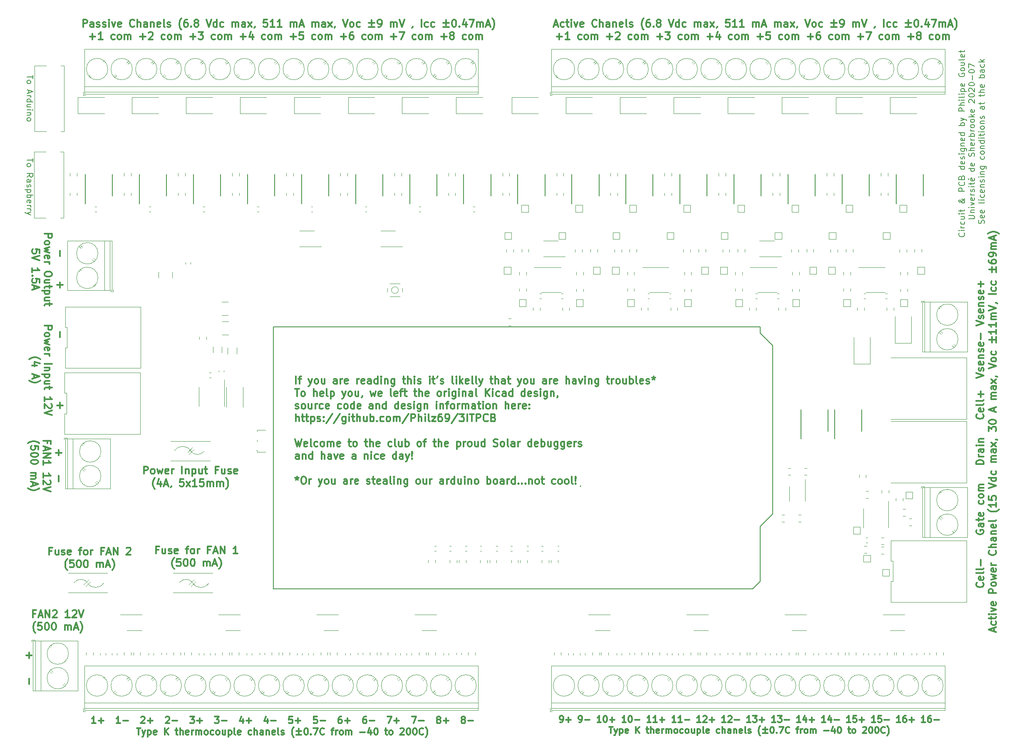
<source format=gbr>
G04 #@! TF.GenerationSoftware,KiCad,Pcbnew,(5.1.5)-3*
G04 #@! TF.CreationDate,2020-07-21T05:49:23-04:00*
G04 #@! TF.ProjectId,PCB,5043422e-6b69-4636-9164-5f7063625858,0*
G04 #@! TF.SameCoordinates,Original*
G04 #@! TF.FileFunction,Legend,Top*
G04 #@! TF.FilePolarity,Positive*
%FSLAX46Y46*%
G04 Gerber Fmt 4.6, Leading zero omitted, Abs format (unit mm)*
G04 Created by KiCad (PCBNEW (5.1.5)-3) date 2020-07-21 05:49:23*
%MOMM*%
%LPD*%
G04 APERTURE LIST*
%ADD10C,0.200000*%
%ADD11C,0.300000*%
%ADD12C,0.120000*%
%ADD13C,0.150000*%
%ADD14C,0.100000*%
G04 APERTURE END LIST*
D10*
X317428571Y-117378571D02*
X317485714Y-117435714D01*
X317542857Y-117607142D01*
X317542857Y-117721428D01*
X317485714Y-117892857D01*
X317371428Y-118007142D01*
X317257142Y-118064285D01*
X317028571Y-118121428D01*
X316857142Y-118121428D01*
X316628571Y-118064285D01*
X316514285Y-118007142D01*
X316400000Y-117892857D01*
X316342857Y-117721428D01*
X316342857Y-117607142D01*
X316400000Y-117435714D01*
X316457142Y-117378571D01*
X317542857Y-116864285D02*
X316742857Y-116864285D01*
X316342857Y-116864285D02*
X316400000Y-116921428D01*
X316457142Y-116864285D01*
X316400000Y-116807142D01*
X316342857Y-116864285D01*
X316457142Y-116864285D01*
X317542857Y-116292857D02*
X316742857Y-116292857D01*
X316971428Y-116292857D02*
X316857142Y-116235714D01*
X316800000Y-116178571D01*
X316742857Y-116064285D01*
X316742857Y-115950000D01*
X317485714Y-115035714D02*
X317542857Y-115150000D01*
X317542857Y-115378571D01*
X317485714Y-115492857D01*
X317428571Y-115550000D01*
X317314285Y-115607142D01*
X316971428Y-115607142D01*
X316857142Y-115550000D01*
X316800000Y-115492857D01*
X316742857Y-115378571D01*
X316742857Y-115150000D01*
X316800000Y-115035714D01*
X316742857Y-114007142D02*
X317542857Y-114007142D01*
X316742857Y-114521428D02*
X317371428Y-114521428D01*
X317485714Y-114464285D01*
X317542857Y-114350000D01*
X317542857Y-114178571D01*
X317485714Y-114064285D01*
X317428571Y-114007142D01*
X317542857Y-113435714D02*
X316742857Y-113435714D01*
X316342857Y-113435714D02*
X316400000Y-113492857D01*
X316457142Y-113435714D01*
X316400000Y-113378571D01*
X316342857Y-113435714D01*
X316457142Y-113435714D01*
X316742857Y-113035714D02*
X316742857Y-112578571D01*
X316342857Y-112864285D02*
X317371428Y-112864285D01*
X317485714Y-112807142D01*
X317542857Y-112692857D01*
X317542857Y-112578571D01*
X317542857Y-110292857D02*
X317542857Y-110350000D01*
X317485714Y-110464285D01*
X317314285Y-110635714D01*
X316971428Y-110921428D01*
X316800000Y-111035714D01*
X316628571Y-111092857D01*
X316514285Y-111092857D01*
X316400000Y-111035714D01*
X316342857Y-110921428D01*
X316342857Y-110864285D01*
X316400000Y-110750000D01*
X316514285Y-110692857D01*
X316571428Y-110692857D01*
X316685714Y-110750000D01*
X316742857Y-110807142D01*
X316971428Y-111150000D01*
X317028571Y-111207142D01*
X317142857Y-111264285D01*
X317314285Y-111264285D01*
X317428571Y-111207142D01*
X317485714Y-111150000D01*
X317542857Y-111035714D01*
X317542857Y-110864285D01*
X317485714Y-110750000D01*
X317428571Y-110692857D01*
X317200000Y-110521428D01*
X317028571Y-110464285D01*
X316914285Y-110464285D01*
X317542857Y-108864285D02*
X316342857Y-108864285D01*
X316342857Y-108407142D01*
X316400000Y-108292857D01*
X316457142Y-108235714D01*
X316571428Y-108178571D01*
X316742857Y-108178571D01*
X316857142Y-108235714D01*
X316914285Y-108292857D01*
X316971428Y-108407142D01*
X316971428Y-108864285D01*
X317428571Y-106978571D02*
X317485714Y-107035714D01*
X317542857Y-107207142D01*
X317542857Y-107321428D01*
X317485714Y-107492857D01*
X317371428Y-107607142D01*
X317257142Y-107664285D01*
X317028571Y-107721428D01*
X316857142Y-107721428D01*
X316628571Y-107664285D01*
X316514285Y-107607142D01*
X316400000Y-107492857D01*
X316342857Y-107321428D01*
X316342857Y-107207142D01*
X316400000Y-107035714D01*
X316457142Y-106978571D01*
X316914285Y-106064285D02*
X316971428Y-105892857D01*
X317028571Y-105835714D01*
X317142857Y-105778571D01*
X317314285Y-105778571D01*
X317428571Y-105835714D01*
X317485714Y-105892857D01*
X317542857Y-106007142D01*
X317542857Y-106464285D01*
X316342857Y-106464285D01*
X316342857Y-106064285D01*
X316400000Y-105950000D01*
X316457142Y-105892857D01*
X316571428Y-105835714D01*
X316685714Y-105835714D01*
X316800000Y-105892857D01*
X316857142Y-105950000D01*
X316914285Y-106064285D01*
X316914285Y-106464285D01*
X317542857Y-103835714D02*
X316342857Y-103835714D01*
X317485714Y-103835714D02*
X317542857Y-103950000D01*
X317542857Y-104178571D01*
X317485714Y-104292857D01*
X317428571Y-104350000D01*
X317314285Y-104407142D01*
X316971428Y-104407142D01*
X316857142Y-104350000D01*
X316800000Y-104292857D01*
X316742857Y-104178571D01*
X316742857Y-103950000D01*
X316800000Y-103835714D01*
X317485714Y-102807142D02*
X317542857Y-102921428D01*
X317542857Y-103150000D01*
X317485714Y-103264285D01*
X317371428Y-103321428D01*
X316914285Y-103321428D01*
X316800000Y-103264285D01*
X316742857Y-103150000D01*
X316742857Y-102921428D01*
X316800000Y-102807142D01*
X316914285Y-102750000D01*
X317028571Y-102750000D01*
X317142857Y-103321428D01*
X317485714Y-102292857D02*
X317542857Y-102178571D01*
X317542857Y-101950000D01*
X317485714Y-101835714D01*
X317371428Y-101778571D01*
X317314285Y-101778571D01*
X317200000Y-101835714D01*
X317142857Y-101950000D01*
X317142857Y-102121428D01*
X317085714Y-102235714D01*
X316971428Y-102292857D01*
X316914285Y-102292857D01*
X316800000Y-102235714D01*
X316742857Y-102121428D01*
X316742857Y-101950000D01*
X316800000Y-101835714D01*
X317542857Y-101264285D02*
X316742857Y-101264285D01*
X316342857Y-101264285D02*
X316400000Y-101321428D01*
X316457142Y-101264285D01*
X316400000Y-101207142D01*
X316342857Y-101264285D01*
X316457142Y-101264285D01*
X316742857Y-100178571D02*
X317714285Y-100178571D01*
X317828571Y-100235714D01*
X317885714Y-100292857D01*
X317942857Y-100407142D01*
X317942857Y-100578571D01*
X317885714Y-100692857D01*
X317485714Y-100178571D02*
X317542857Y-100292857D01*
X317542857Y-100521428D01*
X317485714Y-100635714D01*
X317428571Y-100692857D01*
X317314285Y-100750000D01*
X316971428Y-100750000D01*
X316857142Y-100692857D01*
X316800000Y-100635714D01*
X316742857Y-100521428D01*
X316742857Y-100292857D01*
X316800000Y-100178571D01*
X316742857Y-99607142D02*
X317542857Y-99607142D01*
X316857142Y-99607142D02*
X316800000Y-99550000D01*
X316742857Y-99435714D01*
X316742857Y-99264285D01*
X316800000Y-99150000D01*
X316914285Y-99092857D01*
X317542857Y-99092857D01*
X317485714Y-98064285D02*
X317542857Y-98178571D01*
X317542857Y-98407142D01*
X317485714Y-98521428D01*
X317371428Y-98578571D01*
X316914285Y-98578571D01*
X316800000Y-98521428D01*
X316742857Y-98407142D01*
X316742857Y-98178571D01*
X316800000Y-98064285D01*
X316914285Y-98007142D01*
X317028571Y-98007142D01*
X317142857Y-98578571D01*
X317542857Y-96978571D02*
X316342857Y-96978571D01*
X317485714Y-96978571D02*
X317542857Y-97092857D01*
X317542857Y-97321428D01*
X317485714Y-97435714D01*
X317428571Y-97492857D01*
X317314285Y-97550000D01*
X316971428Y-97550000D01*
X316857142Y-97492857D01*
X316800000Y-97435714D01*
X316742857Y-97321428D01*
X316742857Y-97092857D01*
X316800000Y-96978571D01*
X317542857Y-95492857D02*
X316342857Y-95492857D01*
X316800000Y-95492857D02*
X316742857Y-95378571D01*
X316742857Y-95150000D01*
X316800000Y-95035714D01*
X316857142Y-94978571D01*
X316971428Y-94921428D01*
X317314285Y-94921428D01*
X317428571Y-94978571D01*
X317485714Y-95035714D01*
X317542857Y-95150000D01*
X317542857Y-95378571D01*
X317485714Y-95492857D01*
X316742857Y-94521428D02*
X317542857Y-94235714D01*
X316742857Y-93950000D02*
X317542857Y-94235714D01*
X317828571Y-94350000D01*
X317885714Y-94407142D01*
X317942857Y-94521428D01*
X317542857Y-92578571D02*
X316342857Y-92578571D01*
X316342857Y-92121428D01*
X316400000Y-92007142D01*
X316457142Y-91950000D01*
X316571428Y-91892857D01*
X316742857Y-91892857D01*
X316857142Y-91950000D01*
X316914285Y-92007142D01*
X316971428Y-92121428D01*
X316971428Y-92578571D01*
X317542857Y-91378571D02*
X316342857Y-91378571D01*
X317542857Y-90864285D02*
X316914285Y-90864285D01*
X316800000Y-90921428D01*
X316742857Y-91035714D01*
X316742857Y-91207142D01*
X316800000Y-91321428D01*
X316857142Y-91378571D01*
X317542857Y-90292857D02*
X316742857Y-90292857D01*
X316342857Y-90292857D02*
X316400000Y-90350000D01*
X316457142Y-90292857D01*
X316400000Y-90235714D01*
X316342857Y-90292857D01*
X316457142Y-90292857D01*
X317542857Y-89550000D02*
X317485714Y-89664285D01*
X317371428Y-89721428D01*
X316342857Y-89721428D01*
X317542857Y-89092857D02*
X316742857Y-89092857D01*
X316342857Y-89092857D02*
X316400000Y-89150000D01*
X316457142Y-89092857D01*
X316400000Y-89035714D01*
X316342857Y-89092857D01*
X316457142Y-89092857D01*
X316742857Y-88521428D02*
X317942857Y-88521428D01*
X316800000Y-88521428D02*
X316742857Y-88407142D01*
X316742857Y-88178571D01*
X316800000Y-88064285D01*
X316857142Y-88007142D01*
X316971428Y-87950000D01*
X317314285Y-87950000D01*
X317428571Y-88007142D01*
X317485714Y-88064285D01*
X317542857Y-88178571D01*
X317542857Y-88407142D01*
X317485714Y-88521428D01*
X317485714Y-86978571D02*
X317542857Y-87092857D01*
X317542857Y-87321428D01*
X317485714Y-87435714D01*
X317371428Y-87492857D01*
X316914285Y-87492857D01*
X316800000Y-87435714D01*
X316742857Y-87321428D01*
X316742857Y-87092857D01*
X316800000Y-86978571D01*
X316914285Y-86921428D01*
X317028571Y-86921428D01*
X317142857Y-87492857D01*
X316400000Y-84864285D02*
X316342857Y-84978571D01*
X316342857Y-85150000D01*
X316400000Y-85321428D01*
X316514285Y-85435714D01*
X316628571Y-85492857D01*
X316857142Y-85550000D01*
X317028571Y-85550000D01*
X317257142Y-85492857D01*
X317371428Y-85435714D01*
X317485714Y-85321428D01*
X317542857Y-85150000D01*
X317542857Y-85035714D01*
X317485714Y-84864285D01*
X317428571Y-84807142D01*
X317028571Y-84807142D01*
X317028571Y-85035714D01*
X317542857Y-84121428D02*
X317485714Y-84235714D01*
X317428571Y-84292857D01*
X317314285Y-84350000D01*
X316971428Y-84350000D01*
X316857142Y-84292857D01*
X316800000Y-84235714D01*
X316742857Y-84121428D01*
X316742857Y-83950000D01*
X316800000Y-83835714D01*
X316857142Y-83778571D01*
X316971428Y-83721428D01*
X317314285Y-83721428D01*
X317428571Y-83778571D01*
X317485714Y-83835714D01*
X317542857Y-83950000D01*
X317542857Y-84121428D01*
X316742857Y-82692857D02*
X317542857Y-82692857D01*
X316742857Y-83207142D02*
X317371428Y-83207142D01*
X317485714Y-83150000D01*
X317542857Y-83035714D01*
X317542857Y-82864285D01*
X317485714Y-82750000D01*
X317428571Y-82692857D01*
X317542857Y-81950000D02*
X317485714Y-82064285D01*
X317371428Y-82121428D01*
X316342857Y-82121428D01*
X317485714Y-81035714D02*
X317542857Y-81150000D01*
X317542857Y-81378571D01*
X317485714Y-81492857D01*
X317371428Y-81550000D01*
X316914285Y-81550000D01*
X316800000Y-81492857D01*
X316742857Y-81378571D01*
X316742857Y-81150000D01*
X316800000Y-81035714D01*
X316914285Y-80978571D01*
X317028571Y-80978571D01*
X317142857Y-81550000D01*
X316742857Y-80635714D02*
X316742857Y-80178571D01*
X316342857Y-80464285D02*
X317371428Y-80464285D01*
X317485714Y-80407142D01*
X317542857Y-80292857D01*
X317542857Y-80178571D01*
X318342857Y-114492857D02*
X319314285Y-114492857D01*
X319428571Y-114435714D01*
X319485714Y-114378571D01*
X319542857Y-114264285D01*
X319542857Y-114035714D01*
X319485714Y-113921428D01*
X319428571Y-113864285D01*
X319314285Y-113807142D01*
X318342857Y-113807142D01*
X318742857Y-113235714D02*
X319542857Y-113235714D01*
X318857142Y-113235714D02*
X318800000Y-113178571D01*
X318742857Y-113064285D01*
X318742857Y-112892857D01*
X318800000Y-112778571D01*
X318914285Y-112721428D01*
X319542857Y-112721428D01*
X319542857Y-112150000D02*
X318742857Y-112150000D01*
X318342857Y-112150000D02*
X318400000Y-112207142D01*
X318457142Y-112150000D01*
X318400000Y-112092857D01*
X318342857Y-112150000D01*
X318457142Y-112150000D01*
X318742857Y-111692857D02*
X319542857Y-111407142D01*
X318742857Y-111121428D01*
X319485714Y-110207142D02*
X319542857Y-110321428D01*
X319542857Y-110550000D01*
X319485714Y-110664285D01*
X319371428Y-110721428D01*
X318914285Y-110721428D01*
X318800000Y-110664285D01*
X318742857Y-110550000D01*
X318742857Y-110321428D01*
X318800000Y-110207142D01*
X318914285Y-110150000D01*
X319028571Y-110150000D01*
X319142857Y-110721428D01*
X319542857Y-109635714D02*
X318742857Y-109635714D01*
X318971428Y-109635714D02*
X318857142Y-109578571D01*
X318800000Y-109521428D01*
X318742857Y-109407142D01*
X318742857Y-109292857D01*
X319485714Y-108950000D02*
X319542857Y-108835714D01*
X319542857Y-108607142D01*
X319485714Y-108492857D01*
X319371428Y-108435714D01*
X319314285Y-108435714D01*
X319200000Y-108492857D01*
X319142857Y-108607142D01*
X319142857Y-108778571D01*
X319085714Y-108892857D01*
X318971428Y-108950000D01*
X318914285Y-108950000D01*
X318800000Y-108892857D01*
X318742857Y-108778571D01*
X318742857Y-108607142D01*
X318800000Y-108492857D01*
X319542857Y-107921428D02*
X318742857Y-107921428D01*
X318342857Y-107921428D02*
X318400000Y-107978571D01*
X318457142Y-107921428D01*
X318400000Y-107864285D01*
X318342857Y-107921428D01*
X318457142Y-107921428D01*
X318742857Y-107521428D02*
X318742857Y-107064285D01*
X318342857Y-107350000D02*
X319371428Y-107350000D01*
X319485714Y-107292857D01*
X319542857Y-107178571D01*
X319542857Y-107064285D01*
X319485714Y-106207142D02*
X319542857Y-106321428D01*
X319542857Y-106550000D01*
X319485714Y-106664285D01*
X319371428Y-106721428D01*
X318914285Y-106721428D01*
X318800000Y-106664285D01*
X318742857Y-106550000D01*
X318742857Y-106321428D01*
X318800000Y-106207142D01*
X318914285Y-106150000D01*
X319028571Y-106150000D01*
X319142857Y-106721428D01*
X318285714Y-106321428D02*
X318457142Y-106492857D01*
X319542857Y-104207142D02*
X318342857Y-104207142D01*
X319485714Y-104207142D02*
X319542857Y-104321428D01*
X319542857Y-104550000D01*
X319485714Y-104664285D01*
X319428571Y-104721428D01*
X319314285Y-104778571D01*
X318971428Y-104778571D01*
X318857142Y-104721428D01*
X318800000Y-104664285D01*
X318742857Y-104550000D01*
X318742857Y-104321428D01*
X318800000Y-104207142D01*
X319485714Y-103178571D02*
X319542857Y-103292857D01*
X319542857Y-103521428D01*
X319485714Y-103635714D01*
X319371428Y-103692857D01*
X318914285Y-103692857D01*
X318800000Y-103635714D01*
X318742857Y-103521428D01*
X318742857Y-103292857D01*
X318800000Y-103178571D01*
X318914285Y-103121428D01*
X319028571Y-103121428D01*
X319142857Y-103692857D01*
X319485714Y-101750000D02*
X319542857Y-101578571D01*
X319542857Y-101292857D01*
X319485714Y-101178571D01*
X319428571Y-101121428D01*
X319314285Y-101064285D01*
X319200000Y-101064285D01*
X319085714Y-101121428D01*
X319028571Y-101178571D01*
X318971428Y-101292857D01*
X318914285Y-101521428D01*
X318857142Y-101635714D01*
X318800000Y-101692857D01*
X318685714Y-101750000D01*
X318571428Y-101750000D01*
X318457142Y-101692857D01*
X318400000Y-101635714D01*
X318342857Y-101521428D01*
X318342857Y-101235714D01*
X318400000Y-101064285D01*
X319542857Y-100550000D02*
X318342857Y-100550000D01*
X319542857Y-100035714D02*
X318914285Y-100035714D01*
X318800000Y-100092857D01*
X318742857Y-100207142D01*
X318742857Y-100378571D01*
X318800000Y-100492857D01*
X318857142Y-100550000D01*
X319485714Y-99007142D02*
X319542857Y-99121428D01*
X319542857Y-99350000D01*
X319485714Y-99464285D01*
X319371428Y-99521428D01*
X318914285Y-99521428D01*
X318800000Y-99464285D01*
X318742857Y-99350000D01*
X318742857Y-99121428D01*
X318800000Y-99007142D01*
X318914285Y-98950000D01*
X319028571Y-98950000D01*
X319142857Y-99521428D01*
X319542857Y-98435714D02*
X318742857Y-98435714D01*
X318971428Y-98435714D02*
X318857142Y-98378571D01*
X318800000Y-98321428D01*
X318742857Y-98207142D01*
X318742857Y-98092857D01*
X319542857Y-97692857D02*
X318342857Y-97692857D01*
X318800000Y-97692857D02*
X318742857Y-97578571D01*
X318742857Y-97350000D01*
X318800000Y-97235714D01*
X318857142Y-97178571D01*
X318971428Y-97121428D01*
X319314285Y-97121428D01*
X319428571Y-97178571D01*
X319485714Y-97235714D01*
X319542857Y-97350000D01*
X319542857Y-97578571D01*
X319485714Y-97692857D01*
X319542857Y-96607142D02*
X318742857Y-96607142D01*
X318971428Y-96607142D02*
X318857142Y-96550000D01*
X318800000Y-96492857D01*
X318742857Y-96378571D01*
X318742857Y-96264285D01*
X319542857Y-95692857D02*
X319485714Y-95807142D01*
X319428571Y-95864285D01*
X319314285Y-95921428D01*
X318971428Y-95921428D01*
X318857142Y-95864285D01*
X318800000Y-95807142D01*
X318742857Y-95692857D01*
X318742857Y-95521428D01*
X318800000Y-95407142D01*
X318857142Y-95350000D01*
X318971428Y-95292857D01*
X319314285Y-95292857D01*
X319428571Y-95350000D01*
X319485714Y-95407142D01*
X319542857Y-95521428D01*
X319542857Y-95692857D01*
X319542857Y-94607142D02*
X319485714Y-94721428D01*
X319428571Y-94778571D01*
X319314285Y-94835714D01*
X318971428Y-94835714D01*
X318857142Y-94778571D01*
X318800000Y-94721428D01*
X318742857Y-94607142D01*
X318742857Y-94435714D01*
X318800000Y-94321428D01*
X318857142Y-94264285D01*
X318971428Y-94207142D01*
X319314285Y-94207142D01*
X319428571Y-94264285D01*
X319485714Y-94321428D01*
X319542857Y-94435714D01*
X319542857Y-94607142D01*
X319542857Y-93692857D02*
X318342857Y-93692857D01*
X319085714Y-93578571D02*
X319542857Y-93235714D01*
X318742857Y-93235714D02*
X319200000Y-93692857D01*
X319485714Y-92264285D02*
X319542857Y-92378571D01*
X319542857Y-92607142D01*
X319485714Y-92721428D01*
X319371428Y-92778571D01*
X318914285Y-92778571D01*
X318800000Y-92721428D01*
X318742857Y-92607142D01*
X318742857Y-92378571D01*
X318800000Y-92264285D01*
X318914285Y-92207142D01*
X319028571Y-92207142D01*
X319142857Y-92778571D01*
X318457142Y-90835714D02*
X318400000Y-90778571D01*
X318342857Y-90664285D01*
X318342857Y-90378571D01*
X318400000Y-90264285D01*
X318457142Y-90207142D01*
X318571428Y-90150000D01*
X318685714Y-90150000D01*
X318857142Y-90207142D01*
X319542857Y-90892857D01*
X319542857Y-90150000D01*
X318342857Y-89407142D02*
X318342857Y-89292857D01*
X318400000Y-89178571D01*
X318457142Y-89121428D01*
X318571428Y-89064285D01*
X318800000Y-89007142D01*
X319085714Y-89007142D01*
X319314285Y-89064285D01*
X319428571Y-89121428D01*
X319485714Y-89178571D01*
X319542857Y-89292857D01*
X319542857Y-89407142D01*
X319485714Y-89521428D01*
X319428571Y-89578571D01*
X319314285Y-89635714D01*
X319085714Y-89692857D01*
X318800000Y-89692857D01*
X318571428Y-89635714D01*
X318457142Y-89578571D01*
X318400000Y-89521428D01*
X318342857Y-89407142D01*
X318457142Y-88550000D02*
X318400000Y-88492857D01*
X318342857Y-88378571D01*
X318342857Y-88092857D01*
X318400000Y-87978571D01*
X318457142Y-87921428D01*
X318571428Y-87864285D01*
X318685714Y-87864285D01*
X318857142Y-87921428D01*
X319542857Y-88607142D01*
X319542857Y-87864285D01*
X318342857Y-87121428D02*
X318342857Y-87007142D01*
X318400000Y-86892857D01*
X318457142Y-86835714D01*
X318571428Y-86778571D01*
X318800000Y-86721428D01*
X319085714Y-86721428D01*
X319314285Y-86778571D01*
X319428571Y-86835714D01*
X319485714Y-86892857D01*
X319542857Y-87007142D01*
X319542857Y-87121428D01*
X319485714Y-87235714D01*
X319428571Y-87292857D01*
X319314285Y-87350000D01*
X319085714Y-87407142D01*
X318800000Y-87407142D01*
X318571428Y-87350000D01*
X318457142Y-87292857D01*
X318400000Y-87235714D01*
X318342857Y-87121428D01*
X319085714Y-86207142D02*
X319085714Y-85292857D01*
X318342857Y-84492857D02*
X318342857Y-84378571D01*
X318400000Y-84264285D01*
X318457142Y-84207142D01*
X318571428Y-84150000D01*
X318800000Y-84092857D01*
X319085714Y-84092857D01*
X319314285Y-84150000D01*
X319428571Y-84207142D01*
X319485714Y-84264285D01*
X319542857Y-84378571D01*
X319542857Y-84492857D01*
X319485714Y-84607142D01*
X319428571Y-84664285D01*
X319314285Y-84721428D01*
X319085714Y-84778571D01*
X318800000Y-84778571D01*
X318571428Y-84721428D01*
X318457142Y-84664285D01*
X318400000Y-84607142D01*
X318342857Y-84492857D01*
X318342857Y-83692857D02*
X318342857Y-82892857D01*
X319542857Y-83407142D01*
X321485714Y-115435714D02*
X321542857Y-115264285D01*
X321542857Y-114978571D01*
X321485714Y-114864285D01*
X321428571Y-114807142D01*
X321314285Y-114750000D01*
X321200000Y-114750000D01*
X321085714Y-114807142D01*
X321028571Y-114864285D01*
X320971428Y-114978571D01*
X320914285Y-115207142D01*
X320857142Y-115321428D01*
X320800000Y-115378571D01*
X320685714Y-115435714D01*
X320571428Y-115435714D01*
X320457142Y-115378571D01*
X320400000Y-115321428D01*
X320342857Y-115207142D01*
X320342857Y-114921428D01*
X320400000Y-114750000D01*
X321485714Y-113778571D02*
X321542857Y-113892857D01*
X321542857Y-114121428D01*
X321485714Y-114235714D01*
X321371428Y-114292857D01*
X320914285Y-114292857D01*
X320800000Y-114235714D01*
X320742857Y-114121428D01*
X320742857Y-113892857D01*
X320800000Y-113778571D01*
X320914285Y-113721428D01*
X321028571Y-113721428D01*
X321142857Y-114292857D01*
X321485714Y-112750000D02*
X321542857Y-112864285D01*
X321542857Y-113092857D01*
X321485714Y-113207142D01*
X321371428Y-113264285D01*
X320914285Y-113264285D01*
X320800000Y-113207142D01*
X320742857Y-113092857D01*
X320742857Y-112864285D01*
X320800000Y-112750000D01*
X320914285Y-112692857D01*
X321028571Y-112692857D01*
X321142857Y-113264285D01*
X321542857Y-111092857D02*
X321485714Y-111207142D01*
X321371428Y-111264285D01*
X320342857Y-111264285D01*
X321542857Y-110635714D02*
X320742857Y-110635714D01*
X320342857Y-110635714D02*
X320400000Y-110692857D01*
X320457142Y-110635714D01*
X320400000Y-110578571D01*
X320342857Y-110635714D01*
X320457142Y-110635714D01*
X321485714Y-109550000D02*
X321542857Y-109664285D01*
X321542857Y-109892857D01*
X321485714Y-110007142D01*
X321428571Y-110064285D01*
X321314285Y-110121428D01*
X320971428Y-110121428D01*
X320857142Y-110064285D01*
X320800000Y-110007142D01*
X320742857Y-109892857D01*
X320742857Y-109664285D01*
X320800000Y-109550000D01*
X321485714Y-108578571D02*
X321542857Y-108692857D01*
X321542857Y-108921428D01*
X321485714Y-109035714D01*
X321371428Y-109092857D01*
X320914285Y-109092857D01*
X320800000Y-109035714D01*
X320742857Y-108921428D01*
X320742857Y-108692857D01*
X320800000Y-108578571D01*
X320914285Y-108521428D01*
X321028571Y-108521428D01*
X321142857Y-109092857D01*
X320742857Y-108007142D02*
X321542857Y-108007142D01*
X320857142Y-108007142D02*
X320800000Y-107950000D01*
X320742857Y-107835714D01*
X320742857Y-107664285D01*
X320800000Y-107550000D01*
X320914285Y-107492857D01*
X321542857Y-107492857D01*
X321485714Y-106978571D02*
X321542857Y-106864285D01*
X321542857Y-106635714D01*
X321485714Y-106521428D01*
X321371428Y-106464285D01*
X321314285Y-106464285D01*
X321200000Y-106521428D01*
X321142857Y-106635714D01*
X321142857Y-106807142D01*
X321085714Y-106921428D01*
X320971428Y-106978571D01*
X320914285Y-106978571D01*
X320800000Y-106921428D01*
X320742857Y-106807142D01*
X320742857Y-106635714D01*
X320800000Y-106521428D01*
X321542857Y-105950000D02*
X320742857Y-105950000D01*
X320342857Y-105950000D02*
X320400000Y-106007142D01*
X320457142Y-105950000D01*
X320400000Y-105892857D01*
X320342857Y-105950000D01*
X320457142Y-105950000D01*
X320742857Y-105378571D02*
X321542857Y-105378571D01*
X320857142Y-105378571D02*
X320800000Y-105321428D01*
X320742857Y-105207142D01*
X320742857Y-105035714D01*
X320800000Y-104921428D01*
X320914285Y-104864285D01*
X321542857Y-104864285D01*
X320742857Y-103778571D02*
X321714285Y-103778571D01*
X321828571Y-103835714D01*
X321885714Y-103892857D01*
X321942857Y-104007142D01*
X321942857Y-104178571D01*
X321885714Y-104292857D01*
X321485714Y-103778571D02*
X321542857Y-103892857D01*
X321542857Y-104121428D01*
X321485714Y-104235714D01*
X321428571Y-104292857D01*
X321314285Y-104350000D01*
X320971428Y-104350000D01*
X320857142Y-104292857D01*
X320800000Y-104235714D01*
X320742857Y-104121428D01*
X320742857Y-103892857D01*
X320800000Y-103778571D01*
X321485714Y-101778571D02*
X321542857Y-101892857D01*
X321542857Y-102121428D01*
X321485714Y-102235714D01*
X321428571Y-102292857D01*
X321314285Y-102350000D01*
X320971428Y-102350000D01*
X320857142Y-102292857D01*
X320800000Y-102235714D01*
X320742857Y-102121428D01*
X320742857Y-101892857D01*
X320800000Y-101778571D01*
X321542857Y-101092857D02*
X321485714Y-101207142D01*
X321428571Y-101264285D01*
X321314285Y-101321428D01*
X320971428Y-101321428D01*
X320857142Y-101264285D01*
X320800000Y-101207142D01*
X320742857Y-101092857D01*
X320742857Y-100921428D01*
X320800000Y-100807142D01*
X320857142Y-100750000D01*
X320971428Y-100692857D01*
X321314285Y-100692857D01*
X321428571Y-100750000D01*
X321485714Y-100807142D01*
X321542857Y-100921428D01*
X321542857Y-101092857D01*
X320742857Y-100178571D02*
X321542857Y-100178571D01*
X320857142Y-100178571D02*
X320800000Y-100121428D01*
X320742857Y-100007142D01*
X320742857Y-99835714D01*
X320800000Y-99721428D01*
X320914285Y-99664285D01*
X321542857Y-99664285D01*
X321542857Y-98578571D02*
X320342857Y-98578571D01*
X321485714Y-98578571D02*
X321542857Y-98692857D01*
X321542857Y-98921428D01*
X321485714Y-99035714D01*
X321428571Y-99092857D01*
X321314285Y-99150000D01*
X320971428Y-99150000D01*
X320857142Y-99092857D01*
X320800000Y-99035714D01*
X320742857Y-98921428D01*
X320742857Y-98692857D01*
X320800000Y-98578571D01*
X321542857Y-98007142D02*
X320742857Y-98007142D01*
X320342857Y-98007142D02*
X320400000Y-98064285D01*
X320457142Y-98007142D01*
X320400000Y-97950000D01*
X320342857Y-98007142D01*
X320457142Y-98007142D01*
X320742857Y-97607142D02*
X320742857Y-97150000D01*
X320342857Y-97435714D02*
X321371428Y-97435714D01*
X321485714Y-97378571D01*
X321542857Y-97264285D01*
X321542857Y-97150000D01*
X321542857Y-96750000D02*
X320742857Y-96750000D01*
X320342857Y-96750000D02*
X320400000Y-96807142D01*
X320457142Y-96750000D01*
X320400000Y-96692857D01*
X320342857Y-96750000D01*
X320457142Y-96750000D01*
X321542857Y-96007142D02*
X321485714Y-96121428D01*
X321428571Y-96178571D01*
X321314285Y-96235714D01*
X320971428Y-96235714D01*
X320857142Y-96178571D01*
X320800000Y-96121428D01*
X320742857Y-96007142D01*
X320742857Y-95835714D01*
X320800000Y-95721428D01*
X320857142Y-95664285D01*
X320971428Y-95607142D01*
X321314285Y-95607142D01*
X321428571Y-95664285D01*
X321485714Y-95721428D01*
X321542857Y-95835714D01*
X321542857Y-96007142D01*
X320742857Y-95092857D02*
X321542857Y-95092857D01*
X320857142Y-95092857D02*
X320800000Y-95035714D01*
X320742857Y-94921428D01*
X320742857Y-94750000D01*
X320800000Y-94635714D01*
X320914285Y-94578571D01*
X321542857Y-94578571D01*
X321485714Y-94064285D02*
X321542857Y-93950000D01*
X321542857Y-93721428D01*
X321485714Y-93607142D01*
X321371428Y-93550000D01*
X321314285Y-93550000D01*
X321200000Y-93607142D01*
X321142857Y-93721428D01*
X321142857Y-93892857D01*
X321085714Y-94007142D01*
X320971428Y-94064285D01*
X320914285Y-94064285D01*
X320800000Y-94007142D01*
X320742857Y-93892857D01*
X320742857Y-93721428D01*
X320800000Y-93607142D01*
X321542857Y-91607142D02*
X320914285Y-91607142D01*
X320800000Y-91664285D01*
X320742857Y-91778571D01*
X320742857Y-92007142D01*
X320800000Y-92121428D01*
X321485714Y-91607142D02*
X321542857Y-91721428D01*
X321542857Y-92007142D01*
X321485714Y-92121428D01*
X321371428Y-92178571D01*
X321257142Y-92178571D01*
X321142857Y-92121428D01*
X321085714Y-92007142D01*
X321085714Y-91721428D01*
X321028571Y-91607142D01*
X320742857Y-91207142D02*
X320742857Y-90750000D01*
X320342857Y-91035714D02*
X321371428Y-91035714D01*
X321485714Y-90978571D01*
X321542857Y-90864285D01*
X321542857Y-90750000D01*
X320742857Y-89607142D02*
X320742857Y-89150000D01*
X320342857Y-89435714D02*
X321371428Y-89435714D01*
X321485714Y-89378571D01*
X321542857Y-89264285D01*
X321542857Y-89150000D01*
X321542857Y-88750000D02*
X320342857Y-88750000D01*
X321542857Y-88235714D02*
X320914285Y-88235714D01*
X320800000Y-88292857D01*
X320742857Y-88407142D01*
X320742857Y-88578571D01*
X320800000Y-88692857D01*
X320857142Y-88750000D01*
X321485714Y-87207142D02*
X321542857Y-87321428D01*
X321542857Y-87550000D01*
X321485714Y-87664285D01*
X321371428Y-87721428D01*
X320914285Y-87721428D01*
X320800000Y-87664285D01*
X320742857Y-87550000D01*
X320742857Y-87321428D01*
X320800000Y-87207142D01*
X320914285Y-87150000D01*
X321028571Y-87150000D01*
X321142857Y-87721428D01*
X321542857Y-85721428D02*
X320342857Y-85721428D01*
X320800000Y-85721428D02*
X320742857Y-85607142D01*
X320742857Y-85378571D01*
X320800000Y-85264285D01*
X320857142Y-85207142D01*
X320971428Y-85150000D01*
X321314285Y-85150000D01*
X321428571Y-85207142D01*
X321485714Y-85264285D01*
X321542857Y-85378571D01*
X321542857Y-85607142D01*
X321485714Y-85721428D01*
X321542857Y-84121428D02*
X320914285Y-84121428D01*
X320800000Y-84178571D01*
X320742857Y-84292857D01*
X320742857Y-84521428D01*
X320800000Y-84635714D01*
X321485714Y-84121428D02*
X321542857Y-84235714D01*
X321542857Y-84521428D01*
X321485714Y-84635714D01*
X321371428Y-84692857D01*
X321257142Y-84692857D01*
X321142857Y-84635714D01*
X321085714Y-84521428D01*
X321085714Y-84235714D01*
X321028571Y-84121428D01*
X321485714Y-83035714D02*
X321542857Y-83150000D01*
X321542857Y-83378571D01*
X321485714Y-83492857D01*
X321428571Y-83550000D01*
X321314285Y-83607142D01*
X320971428Y-83607142D01*
X320857142Y-83550000D01*
X320800000Y-83492857D01*
X320742857Y-83378571D01*
X320742857Y-83150000D01*
X320800000Y-83035714D01*
X321542857Y-82521428D02*
X320342857Y-82521428D01*
X321085714Y-82407142D02*
X321542857Y-82064285D01*
X320742857Y-82064285D02*
X321200000Y-82521428D01*
D11*
X181452142Y-148078571D02*
X181452142Y-146578571D01*
X181952142Y-147078571D02*
X182523571Y-147078571D01*
X182166428Y-148078571D02*
X182166428Y-146792857D01*
X182237857Y-146650000D01*
X182380714Y-146578571D01*
X182523571Y-146578571D01*
X184023571Y-147078571D02*
X184380714Y-148078571D01*
X184737857Y-147078571D02*
X184380714Y-148078571D01*
X184237857Y-148435714D01*
X184166428Y-148507142D01*
X184023571Y-148578571D01*
X185523571Y-148078571D02*
X185380714Y-148007142D01*
X185309285Y-147935714D01*
X185237857Y-147792857D01*
X185237857Y-147364285D01*
X185309285Y-147221428D01*
X185380714Y-147150000D01*
X185523571Y-147078571D01*
X185737857Y-147078571D01*
X185880714Y-147150000D01*
X185952142Y-147221428D01*
X186023571Y-147364285D01*
X186023571Y-147792857D01*
X185952142Y-147935714D01*
X185880714Y-148007142D01*
X185737857Y-148078571D01*
X185523571Y-148078571D01*
X187309285Y-147078571D02*
X187309285Y-148078571D01*
X186666428Y-147078571D02*
X186666428Y-147864285D01*
X186737857Y-148007142D01*
X186880714Y-148078571D01*
X187095000Y-148078571D01*
X187237857Y-148007142D01*
X187309285Y-147935714D01*
X189809285Y-148078571D02*
X189809285Y-147292857D01*
X189737857Y-147150000D01*
X189595000Y-147078571D01*
X189309285Y-147078571D01*
X189166428Y-147150000D01*
X189809285Y-148007142D02*
X189666428Y-148078571D01*
X189309285Y-148078571D01*
X189166428Y-148007142D01*
X189095000Y-147864285D01*
X189095000Y-147721428D01*
X189166428Y-147578571D01*
X189309285Y-147507142D01*
X189666428Y-147507142D01*
X189809285Y-147435714D01*
X190523571Y-148078571D02*
X190523571Y-147078571D01*
X190523571Y-147364285D02*
X190595000Y-147221428D01*
X190666428Y-147150000D01*
X190809285Y-147078571D01*
X190952142Y-147078571D01*
X192023571Y-148007142D02*
X191880714Y-148078571D01*
X191595000Y-148078571D01*
X191452142Y-148007142D01*
X191380714Y-147864285D01*
X191380714Y-147292857D01*
X191452142Y-147150000D01*
X191595000Y-147078571D01*
X191880714Y-147078571D01*
X192023571Y-147150000D01*
X192095000Y-147292857D01*
X192095000Y-147435714D01*
X191380714Y-147578571D01*
X193880714Y-148078571D02*
X193880714Y-147078571D01*
X193880714Y-147364285D02*
X193952142Y-147221428D01*
X194023571Y-147150000D01*
X194166428Y-147078571D01*
X194309285Y-147078571D01*
X195380714Y-148007142D02*
X195237857Y-148078571D01*
X194952142Y-148078571D01*
X194809285Y-148007142D01*
X194737857Y-147864285D01*
X194737857Y-147292857D01*
X194809285Y-147150000D01*
X194952142Y-147078571D01*
X195237857Y-147078571D01*
X195380714Y-147150000D01*
X195452142Y-147292857D01*
X195452142Y-147435714D01*
X194737857Y-147578571D01*
X196737857Y-148078571D02*
X196737857Y-147292857D01*
X196666428Y-147150000D01*
X196523571Y-147078571D01*
X196237857Y-147078571D01*
X196095000Y-147150000D01*
X196737857Y-148007142D02*
X196595000Y-148078571D01*
X196237857Y-148078571D01*
X196095000Y-148007142D01*
X196023571Y-147864285D01*
X196023571Y-147721428D01*
X196095000Y-147578571D01*
X196237857Y-147507142D01*
X196595000Y-147507142D01*
X196737857Y-147435714D01*
X198095000Y-148078571D02*
X198095000Y-146578571D01*
X198095000Y-148007142D02*
X197952142Y-148078571D01*
X197666428Y-148078571D01*
X197523571Y-148007142D01*
X197452142Y-147935714D01*
X197380714Y-147792857D01*
X197380714Y-147364285D01*
X197452142Y-147221428D01*
X197523571Y-147150000D01*
X197666428Y-147078571D01*
X197952142Y-147078571D01*
X198095000Y-147150000D01*
X198809285Y-148078571D02*
X198809285Y-147078571D01*
X198809285Y-146578571D02*
X198737857Y-146650000D01*
X198809285Y-146721428D01*
X198880714Y-146650000D01*
X198809285Y-146578571D01*
X198809285Y-146721428D01*
X199523571Y-147078571D02*
X199523571Y-148078571D01*
X199523571Y-147221428D02*
X199595000Y-147150000D01*
X199737857Y-147078571D01*
X199952142Y-147078571D01*
X200095000Y-147150000D01*
X200166428Y-147292857D01*
X200166428Y-148078571D01*
X201523571Y-147078571D02*
X201523571Y-148292857D01*
X201452142Y-148435714D01*
X201380714Y-148507142D01*
X201237857Y-148578571D01*
X201023571Y-148578571D01*
X200880714Y-148507142D01*
X201523571Y-148007142D02*
X201380714Y-148078571D01*
X201095000Y-148078571D01*
X200952142Y-148007142D01*
X200880714Y-147935714D01*
X200809285Y-147792857D01*
X200809285Y-147364285D01*
X200880714Y-147221428D01*
X200952142Y-147150000D01*
X201095000Y-147078571D01*
X201380714Y-147078571D01*
X201523571Y-147150000D01*
X203166428Y-147078571D02*
X203737857Y-147078571D01*
X203380714Y-146578571D02*
X203380714Y-147864285D01*
X203452142Y-148007142D01*
X203595000Y-148078571D01*
X203737857Y-148078571D01*
X204237857Y-148078571D02*
X204237857Y-146578571D01*
X204880714Y-148078571D02*
X204880714Y-147292857D01*
X204809285Y-147150000D01*
X204666428Y-147078571D01*
X204452142Y-147078571D01*
X204309285Y-147150000D01*
X204237857Y-147221428D01*
X205595000Y-148078571D02*
X205595000Y-147078571D01*
X205595000Y-146578571D02*
X205523571Y-146650000D01*
X205595000Y-146721428D01*
X205666428Y-146650000D01*
X205595000Y-146578571D01*
X205595000Y-146721428D01*
X206237857Y-148007142D02*
X206380714Y-148078571D01*
X206666428Y-148078571D01*
X206809285Y-148007142D01*
X206880714Y-147864285D01*
X206880714Y-147792857D01*
X206809285Y-147650000D01*
X206666428Y-147578571D01*
X206452142Y-147578571D01*
X206309285Y-147507142D01*
X206237857Y-147364285D01*
X206237857Y-147292857D01*
X206309285Y-147150000D01*
X206452142Y-147078571D01*
X206666428Y-147078571D01*
X206809285Y-147150000D01*
X208666428Y-148078571D02*
X208666428Y-147078571D01*
X208666428Y-146578571D02*
X208595000Y-146650000D01*
X208666428Y-146721428D01*
X208737857Y-146650000D01*
X208666428Y-146578571D01*
X208666428Y-146721428D01*
X209166428Y-147078571D02*
X209737857Y-147078571D01*
X209380714Y-146578571D02*
X209380714Y-147864285D01*
X209452142Y-148007142D01*
X209595000Y-148078571D01*
X209737857Y-148078571D01*
X210309285Y-146578571D02*
X210166428Y-146864285D01*
X210880714Y-148007142D02*
X211023571Y-148078571D01*
X211309285Y-148078571D01*
X211452142Y-148007142D01*
X211523571Y-147864285D01*
X211523571Y-147792857D01*
X211452142Y-147650000D01*
X211309285Y-147578571D01*
X211095000Y-147578571D01*
X210952142Y-147507142D01*
X210880714Y-147364285D01*
X210880714Y-147292857D01*
X210952142Y-147150000D01*
X211095000Y-147078571D01*
X211309285Y-147078571D01*
X211452142Y-147150000D01*
X213523571Y-148078571D02*
X213380714Y-148007142D01*
X213309285Y-147864285D01*
X213309285Y-146578571D01*
X214095000Y-148078571D02*
X214095000Y-147078571D01*
X214095000Y-146578571D02*
X214023571Y-146650000D01*
X214095000Y-146721428D01*
X214166428Y-146650000D01*
X214095000Y-146578571D01*
X214095000Y-146721428D01*
X214809285Y-148078571D02*
X214809285Y-146578571D01*
X214952142Y-147507142D02*
X215380714Y-148078571D01*
X215380714Y-147078571D02*
X214809285Y-147650000D01*
X216595000Y-148007142D02*
X216452142Y-148078571D01*
X216166428Y-148078571D01*
X216023571Y-148007142D01*
X215952142Y-147864285D01*
X215952142Y-147292857D01*
X216023571Y-147150000D01*
X216166428Y-147078571D01*
X216452142Y-147078571D01*
X216595000Y-147150000D01*
X216666428Y-147292857D01*
X216666428Y-147435714D01*
X215952142Y-147578571D01*
X217523571Y-148078571D02*
X217380714Y-148007142D01*
X217309285Y-147864285D01*
X217309285Y-146578571D01*
X218309285Y-148078571D02*
X218166428Y-148007142D01*
X218095000Y-147864285D01*
X218095000Y-146578571D01*
X218737857Y-147078571D02*
X219095000Y-148078571D01*
X219452142Y-147078571D02*
X219095000Y-148078571D01*
X218952142Y-148435714D01*
X218880714Y-148507142D01*
X218737857Y-148578571D01*
X220952142Y-147078571D02*
X221523571Y-147078571D01*
X221166428Y-146578571D02*
X221166428Y-147864285D01*
X221237857Y-148007142D01*
X221380714Y-148078571D01*
X221523571Y-148078571D01*
X222023571Y-148078571D02*
X222023571Y-146578571D01*
X222666428Y-148078571D02*
X222666428Y-147292857D01*
X222595000Y-147150000D01*
X222452142Y-147078571D01*
X222237857Y-147078571D01*
X222095000Y-147150000D01*
X222023571Y-147221428D01*
X224023571Y-148078571D02*
X224023571Y-147292857D01*
X223952142Y-147150000D01*
X223809285Y-147078571D01*
X223523571Y-147078571D01*
X223380714Y-147150000D01*
X224023571Y-148007142D02*
X223880714Y-148078571D01*
X223523571Y-148078571D01*
X223380714Y-148007142D01*
X223309285Y-147864285D01*
X223309285Y-147721428D01*
X223380714Y-147578571D01*
X223523571Y-147507142D01*
X223880714Y-147507142D01*
X224023571Y-147435714D01*
X224523571Y-147078571D02*
X225095000Y-147078571D01*
X224737857Y-146578571D02*
X224737857Y-147864285D01*
X224809285Y-148007142D01*
X224952142Y-148078571D01*
X225095000Y-148078571D01*
X226595000Y-147078571D02*
X226952142Y-148078571D01*
X227309285Y-147078571D02*
X226952142Y-148078571D01*
X226809285Y-148435714D01*
X226737857Y-148507142D01*
X226595000Y-148578571D01*
X228095000Y-148078571D02*
X227952142Y-148007142D01*
X227880714Y-147935714D01*
X227809285Y-147792857D01*
X227809285Y-147364285D01*
X227880714Y-147221428D01*
X227952142Y-147150000D01*
X228095000Y-147078571D01*
X228309285Y-147078571D01*
X228452142Y-147150000D01*
X228523571Y-147221428D01*
X228595000Y-147364285D01*
X228595000Y-147792857D01*
X228523571Y-147935714D01*
X228452142Y-148007142D01*
X228309285Y-148078571D01*
X228095000Y-148078571D01*
X229880714Y-147078571D02*
X229880714Y-148078571D01*
X229237857Y-147078571D02*
X229237857Y-147864285D01*
X229309285Y-148007142D01*
X229452142Y-148078571D01*
X229666428Y-148078571D01*
X229809285Y-148007142D01*
X229880714Y-147935714D01*
X232380714Y-148078571D02*
X232380714Y-147292857D01*
X232309285Y-147150000D01*
X232166428Y-147078571D01*
X231880714Y-147078571D01*
X231737857Y-147150000D01*
X232380714Y-148007142D02*
X232237857Y-148078571D01*
X231880714Y-148078571D01*
X231737857Y-148007142D01*
X231666428Y-147864285D01*
X231666428Y-147721428D01*
X231737857Y-147578571D01*
X231880714Y-147507142D01*
X232237857Y-147507142D01*
X232380714Y-147435714D01*
X233095000Y-148078571D02*
X233095000Y-147078571D01*
X233095000Y-147364285D02*
X233166428Y-147221428D01*
X233237857Y-147150000D01*
X233380714Y-147078571D01*
X233523571Y-147078571D01*
X234595000Y-148007142D02*
X234452142Y-148078571D01*
X234166428Y-148078571D01*
X234023571Y-148007142D01*
X233952142Y-147864285D01*
X233952142Y-147292857D01*
X234023571Y-147150000D01*
X234166428Y-147078571D01*
X234452142Y-147078571D01*
X234595000Y-147150000D01*
X234666428Y-147292857D01*
X234666428Y-147435714D01*
X233952142Y-147578571D01*
X236452142Y-148078571D02*
X236452142Y-146578571D01*
X237095000Y-148078571D02*
X237095000Y-147292857D01*
X237023571Y-147150000D01*
X236880714Y-147078571D01*
X236666428Y-147078571D01*
X236523571Y-147150000D01*
X236452142Y-147221428D01*
X238452142Y-148078571D02*
X238452142Y-147292857D01*
X238380714Y-147150000D01*
X238237857Y-147078571D01*
X237952142Y-147078571D01*
X237809285Y-147150000D01*
X238452142Y-148007142D02*
X238309285Y-148078571D01*
X237952142Y-148078571D01*
X237809285Y-148007142D01*
X237737857Y-147864285D01*
X237737857Y-147721428D01*
X237809285Y-147578571D01*
X237952142Y-147507142D01*
X238309285Y-147507142D01*
X238452142Y-147435714D01*
X239023571Y-147078571D02*
X239380714Y-148078571D01*
X239737857Y-147078571D01*
X240309285Y-148078571D02*
X240309285Y-147078571D01*
X240309285Y-146578571D02*
X240237857Y-146650000D01*
X240309285Y-146721428D01*
X240380714Y-146650000D01*
X240309285Y-146578571D01*
X240309285Y-146721428D01*
X241023571Y-147078571D02*
X241023571Y-148078571D01*
X241023571Y-147221428D02*
X241095000Y-147150000D01*
X241237857Y-147078571D01*
X241452142Y-147078571D01*
X241595000Y-147150000D01*
X241666428Y-147292857D01*
X241666428Y-148078571D01*
X243023571Y-147078571D02*
X243023571Y-148292857D01*
X242952142Y-148435714D01*
X242880714Y-148507142D01*
X242737857Y-148578571D01*
X242523571Y-148578571D01*
X242380714Y-148507142D01*
X243023571Y-148007142D02*
X242880714Y-148078571D01*
X242595000Y-148078571D01*
X242452142Y-148007142D01*
X242380714Y-147935714D01*
X242309285Y-147792857D01*
X242309285Y-147364285D01*
X242380714Y-147221428D01*
X242452142Y-147150000D01*
X242595000Y-147078571D01*
X242880714Y-147078571D01*
X243023571Y-147150000D01*
X244666428Y-147078571D02*
X245237857Y-147078571D01*
X244880714Y-146578571D02*
X244880714Y-147864285D01*
X244952142Y-148007142D01*
X245095000Y-148078571D01*
X245237857Y-148078571D01*
X245737857Y-148078571D02*
X245737857Y-147078571D01*
X245737857Y-147364285D02*
X245809285Y-147221428D01*
X245880714Y-147150000D01*
X246023571Y-147078571D01*
X246166428Y-147078571D01*
X246880714Y-148078571D02*
X246737857Y-148007142D01*
X246666428Y-147935714D01*
X246595000Y-147792857D01*
X246595000Y-147364285D01*
X246666428Y-147221428D01*
X246737857Y-147150000D01*
X246880714Y-147078571D01*
X247095000Y-147078571D01*
X247237857Y-147150000D01*
X247309285Y-147221428D01*
X247380714Y-147364285D01*
X247380714Y-147792857D01*
X247309285Y-147935714D01*
X247237857Y-148007142D01*
X247095000Y-148078571D01*
X246880714Y-148078571D01*
X248666428Y-147078571D02*
X248666428Y-148078571D01*
X248023571Y-147078571D02*
X248023571Y-147864285D01*
X248095000Y-148007142D01*
X248237857Y-148078571D01*
X248452142Y-148078571D01*
X248595000Y-148007142D01*
X248666428Y-147935714D01*
X249380714Y-148078571D02*
X249380714Y-146578571D01*
X249380714Y-147150000D02*
X249523571Y-147078571D01*
X249809285Y-147078571D01*
X249952142Y-147150000D01*
X250023571Y-147221428D01*
X250095000Y-147364285D01*
X250095000Y-147792857D01*
X250023571Y-147935714D01*
X249952142Y-148007142D01*
X249809285Y-148078571D01*
X249523571Y-148078571D01*
X249380714Y-148007142D01*
X250952142Y-148078571D02*
X250809285Y-148007142D01*
X250737857Y-147864285D01*
X250737857Y-146578571D01*
X252095000Y-148007142D02*
X251952142Y-148078571D01*
X251666428Y-148078571D01*
X251523571Y-148007142D01*
X251452142Y-147864285D01*
X251452142Y-147292857D01*
X251523571Y-147150000D01*
X251666428Y-147078571D01*
X251952142Y-147078571D01*
X252095000Y-147150000D01*
X252166428Y-147292857D01*
X252166428Y-147435714D01*
X251452142Y-147578571D01*
X252737857Y-148007142D02*
X252880714Y-148078571D01*
X253166428Y-148078571D01*
X253309285Y-148007142D01*
X253380714Y-147864285D01*
X253380714Y-147792857D01*
X253309285Y-147650000D01*
X253166428Y-147578571D01*
X252952142Y-147578571D01*
X252809285Y-147507142D01*
X252737857Y-147364285D01*
X252737857Y-147292857D01*
X252809285Y-147150000D01*
X252952142Y-147078571D01*
X253166428Y-147078571D01*
X253309285Y-147150000D01*
X254237857Y-146578571D02*
X254237857Y-146935714D01*
X253880714Y-146792857D02*
X254237857Y-146935714D01*
X254595000Y-146792857D01*
X254023571Y-147221428D02*
X254237857Y-146935714D01*
X254452142Y-147221428D01*
X181237857Y-149128571D02*
X182095000Y-149128571D01*
X181666428Y-150628571D02*
X181666428Y-149128571D01*
X182809285Y-150628571D02*
X182666428Y-150557142D01*
X182595000Y-150485714D01*
X182523571Y-150342857D01*
X182523571Y-149914285D01*
X182595000Y-149771428D01*
X182666428Y-149700000D01*
X182809285Y-149628571D01*
X183023571Y-149628571D01*
X183166428Y-149700000D01*
X183237857Y-149771428D01*
X183309285Y-149914285D01*
X183309285Y-150342857D01*
X183237857Y-150485714D01*
X183166428Y-150557142D01*
X183023571Y-150628571D01*
X182809285Y-150628571D01*
X185095000Y-150628571D02*
X185095000Y-149128571D01*
X185737857Y-150628571D02*
X185737857Y-149842857D01*
X185666428Y-149700000D01*
X185523571Y-149628571D01*
X185309285Y-149628571D01*
X185166428Y-149700000D01*
X185095000Y-149771428D01*
X187023571Y-150557142D02*
X186880714Y-150628571D01*
X186595000Y-150628571D01*
X186452142Y-150557142D01*
X186380714Y-150414285D01*
X186380714Y-149842857D01*
X186452142Y-149700000D01*
X186595000Y-149628571D01*
X186880714Y-149628571D01*
X187023571Y-149700000D01*
X187095000Y-149842857D01*
X187095000Y-149985714D01*
X186380714Y-150128571D01*
X187952142Y-150628571D02*
X187809285Y-150557142D01*
X187737857Y-150414285D01*
X187737857Y-149128571D01*
X188523571Y-149628571D02*
X188523571Y-151128571D01*
X188523571Y-149700000D02*
X188666428Y-149628571D01*
X188952142Y-149628571D01*
X189095000Y-149700000D01*
X189166428Y-149771428D01*
X189237857Y-149914285D01*
X189237857Y-150342857D01*
X189166428Y-150485714D01*
X189095000Y-150557142D01*
X188952142Y-150628571D01*
X188666428Y-150628571D01*
X188523571Y-150557142D01*
X190880714Y-149628571D02*
X191237857Y-150628571D01*
X191595000Y-149628571D02*
X191237857Y-150628571D01*
X191095000Y-150985714D01*
X191023571Y-151057142D01*
X190880714Y-151128571D01*
X192380714Y-150628571D02*
X192237857Y-150557142D01*
X192166428Y-150485714D01*
X192095000Y-150342857D01*
X192095000Y-149914285D01*
X192166428Y-149771428D01*
X192237857Y-149700000D01*
X192380714Y-149628571D01*
X192595000Y-149628571D01*
X192737857Y-149700000D01*
X192809285Y-149771428D01*
X192880714Y-149914285D01*
X192880714Y-150342857D01*
X192809285Y-150485714D01*
X192737857Y-150557142D01*
X192595000Y-150628571D01*
X192380714Y-150628571D01*
X194166428Y-149628571D02*
X194166428Y-150628571D01*
X193523571Y-149628571D02*
X193523571Y-150414285D01*
X193595000Y-150557142D01*
X193737857Y-150628571D01*
X193952142Y-150628571D01*
X194095000Y-150557142D01*
X194166428Y-150485714D01*
X194952142Y-150557142D02*
X194952142Y-150628571D01*
X194880714Y-150771428D01*
X194809285Y-150842857D01*
X196595000Y-149628571D02*
X196880714Y-150628571D01*
X197166428Y-149914285D01*
X197452142Y-150628571D01*
X197737857Y-149628571D01*
X198880714Y-150557142D02*
X198737857Y-150628571D01*
X198452142Y-150628571D01*
X198309285Y-150557142D01*
X198237857Y-150414285D01*
X198237857Y-149842857D01*
X198309285Y-149700000D01*
X198452142Y-149628571D01*
X198737857Y-149628571D01*
X198880714Y-149700000D01*
X198952142Y-149842857D01*
X198952142Y-149985714D01*
X198237857Y-150128571D01*
X200952142Y-150628571D02*
X200809285Y-150557142D01*
X200737857Y-150414285D01*
X200737857Y-149128571D01*
X202095000Y-150557142D02*
X201952142Y-150628571D01*
X201666428Y-150628571D01*
X201523571Y-150557142D01*
X201452142Y-150414285D01*
X201452142Y-149842857D01*
X201523571Y-149700000D01*
X201666428Y-149628571D01*
X201952142Y-149628571D01*
X202095000Y-149700000D01*
X202166428Y-149842857D01*
X202166428Y-149985714D01*
X201452142Y-150128571D01*
X202595000Y-149628571D02*
X203166428Y-149628571D01*
X202809285Y-150628571D02*
X202809285Y-149342857D01*
X202880714Y-149200000D01*
X203023571Y-149128571D01*
X203166428Y-149128571D01*
X203452142Y-149628571D02*
X204023571Y-149628571D01*
X203666428Y-149128571D02*
X203666428Y-150414285D01*
X203737857Y-150557142D01*
X203880714Y-150628571D01*
X204023571Y-150628571D01*
X205452142Y-149628571D02*
X206023571Y-149628571D01*
X205666428Y-149128571D02*
X205666428Y-150414285D01*
X205737857Y-150557142D01*
X205880714Y-150628571D01*
X206023571Y-150628571D01*
X206523571Y-150628571D02*
X206523571Y-149128571D01*
X207166428Y-150628571D02*
X207166428Y-149842857D01*
X207095000Y-149700000D01*
X206952142Y-149628571D01*
X206737857Y-149628571D01*
X206595000Y-149700000D01*
X206523571Y-149771428D01*
X208452142Y-150557142D02*
X208309285Y-150628571D01*
X208023571Y-150628571D01*
X207880714Y-150557142D01*
X207809285Y-150414285D01*
X207809285Y-149842857D01*
X207880714Y-149700000D01*
X208023571Y-149628571D01*
X208309285Y-149628571D01*
X208452142Y-149700000D01*
X208523571Y-149842857D01*
X208523571Y-149985714D01*
X207809285Y-150128571D01*
X210523571Y-150628571D02*
X210380714Y-150557142D01*
X210309285Y-150485714D01*
X210237857Y-150342857D01*
X210237857Y-149914285D01*
X210309285Y-149771428D01*
X210380714Y-149700000D01*
X210523571Y-149628571D01*
X210737857Y-149628571D01*
X210880714Y-149700000D01*
X210952142Y-149771428D01*
X211023571Y-149914285D01*
X211023571Y-150342857D01*
X210952142Y-150485714D01*
X210880714Y-150557142D01*
X210737857Y-150628571D01*
X210523571Y-150628571D01*
X211666428Y-150628571D02*
X211666428Y-149628571D01*
X211666428Y-149914285D02*
X211737857Y-149771428D01*
X211809285Y-149700000D01*
X211952142Y-149628571D01*
X212095000Y-149628571D01*
X212595000Y-150628571D02*
X212595000Y-149628571D01*
X212595000Y-149128571D02*
X212523571Y-149200000D01*
X212595000Y-149271428D01*
X212666428Y-149200000D01*
X212595000Y-149128571D01*
X212595000Y-149271428D01*
X213952142Y-149628571D02*
X213952142Y-150842857D01*
X213880714Y-150985714D01*
X213809285Y-151057142D01*
X213666428Y-151128571D01*
X213452142Y-151128571D01*
X213309285Y-151057142D01*
X213952142Y-150557142D02*
X213809285Y-150628571D01*
X213523571Y-150628571D01*
X213380714Y-150557142D01*
X213309285Y-150485714D01*
X213237857Y-150342857D01*
X213237857Y-149914285D01*
X213309285Y-149771428D01*
X213380714Y-149700000D01*
X213523571Y-149628571D01*
X213809285Y-149628571D01*
X213952142Y-149700000D01*
X214666428Y-150628571D02*
X214666428Y-149628571D01*
X214666428Y-149128571D02*
X214595000Y-149200000D01*
X214666428Y-149271428D01*
X214737857Y-149200000D01*
X214666428Y-149128571D01*
X214666428Y-149271428D01*
X215380714Y-149628571D02*
X215380714Y-150628571D01*
X215380714Y-149771428D02*
X215452142Y-149700000D01*
X215595000Y-149628571D01*
X215809285Y-149628571D01*
X215952142Y-149700000D01*
X216023571Y-149842857D01*
X216023571Y-150628571D01*
X217380714Y-150628571D02*
X217380714Y-149842857D01*
X217309285Y-149700000D01*
X217166428Y-149628571D01*
X216880714Y-149628571D01*
X216737857Y-149700000D01*
X217380714Y-150557142D02*
X217237857Y-150628571D01*
X216880714Y-150628571D01*
X216737857Y-150557142D01*
X216666428Y-150414285D01*
X216666428Y-150271428D01*
X216737857Y-150128571D01*
X216880714Y-150057142D01*
X217237857Y-150057142D01*
X217380714Y-149985714D01*
X218309285Y-150628571D02*
X218166428Y-150557142D01*
X218095000Y-150414285D01*
X218095000Y-149128571D01*
X220023571Y-150628571D02*
X220023571Y-149128571D01*
X220880714Y-150628571D02*
X220237857Y-149771428D01*
X220880714Y-149128571D02*
X220023571Y-149985714D01*
X221523571Y-150628571D02*
X221523571Y-149628571D01*
X221523571Y-149128571D02*
X221452142Y-149200000D01*
X221523571Y-149271428D01*
X221595000Y-149200000D01*
X221523571Y-149128571D01*
X221523571Y-149271428D01*
X222880714Y-150557142D02*
X222737857Y-150628571D01*
X222452142Y-150628571D01*
X222309285Y-150557142D01*
X222237857Y-150485714D01*
X222166428Y-150342857D01*
X222166428Y-149914285D01*
X222237857Y-149771428D01*
X222309285Y-149700000D01*
X222452142Y-149628571D01*
X222737857Y-149628571D01*
X222880714Y-149700000D01*
X224166428Y-150628571D02*
X224166428Y-149842857D01*
X224095000Y-149700000D01*
X223952142Y-149628571D01*
X223666428Y-149628571D01*
X223523571Y-149700000D01*
X224166428Y-150557142D02*
X224023571Y-150628571D01*
X223666428Y-150628571D01*
X223523571Y-150557142D01*
X223452142Y-150414285D01*
X223452142Y-150271428D01*
X223523571Y-150128571D01*
X223666428Y-150057142D01*
X224023571Y-150057142D01*
X224166428Y-149985714D01*
X225523571Y-150628571D02*
X225523571Y-149128571D01*
X225523571Y-150557142D02*
X225380714Y-150628571D01*
X225095000Y-150628571D01*
X224952142Y-150557142D01*
X224880714Y-150485714D01*
X224809285Y-150342857D01*
X224809285Y-149914285D01*
X224880714Y-149771428D01*
X224952142Y-149700000D01*
X225095000Y-149628571D01*
X225380714Y-149628571D01*
X225523571Y-149700000D01*
X228023571Y-150628571D02*
X228023571Y-149128571D01*
X228023571Y-150557142D02*
X227880714Y-150628571D01*
X227595000Y-150628571D01*
X227452142Y-150557142D01*
X227380714Y-150485714D01*
X227309285Y-150342857D01*
X227309285Y-149914285D01*
X227380714Y-149771428D01*
X227452142Y-149700000D01*
X227595000Y-149628571D01*
X227880714Y-149628571D01*
X228023571Y-149700000D01*
X229309285Y-150557142D02*
X229166428Y-150628571D01*
X228880714Y-150628571D01*
X228737857Y-150557142D01*
X228666428Y-150414285D01*
X228666428Y-149842857D01*
X228737857Y-149700000D01*
X228880714Y-149628571D01*
X229166428Y-149628571D01*
X229309285Y-149700000D01*
X229380714Y-149842857D01*
X229380714Y-149985714D01*
X228666428Y-150128571D01*
X229952142Y-150557142D02*
X230095000Y-150628571D01*
X230380714Y-150628571D01*
X230523571Y-150557142D01*
X230595000Y-150414285D01*
X230595000Y-150342857D01*
X230523571Y-150200000D01*
X230380714Y-150128571D01*
X230166428Y-150128571D01*
X230023571Y-150057142D01*
X229952142Y-149914285D01*
X229952142Y-149842857D01*
X230023571Y-149700000D01*
X230166428Y-149628571D01*
X230380714Y-149628571D01*
X230523571Y-149700000D01*
X231237857Y-150628571D02*
X231237857Y-149628571D01*
X231237857Y-149128571D02*
X231166428Y-149200000D01*
X231237857Y-149271428D01*
X231309285Y-149200000D01*
X231237857Y-149128571D01*
X231237857Y-149271428D01*
X232595000Y-149628571D02*
X232595000Y-150842857D01*
X232523571Y-150985714D01*
X232452142Y-151057142D01*
X232309285Y-151128571D01*
X232095000Y-151128571D01*
X231952142Y-151057142D01*
X232595000Y-150557142D02*
X232452142Y-150628571D01*
X232166428Y-150628571D01*
X232023571Y-150557142D01*
X231952142Y-150485714D01*
X231880714Y-150342857D01*
X231880714Y-149914285D01*
X231952142Y-149771428D01*
X232023571Y-149700000D01*
X232166428Y-149628571D01*
X232452142Y-149628571D01*
X232595000Y-149700000D01*
X233309285Y-149628571D02*
X233309285Y-150628571D01*
X233309285Y-149771428D02*
X233380714Y-149700000D01*
X233523571Y-149628571D01*
X233737857Y-149628571D01*
X233880714Y-149700000D01*
X233952142Y-149842857D01*
X233952142Y-150628571D01*
X234737857Y-150557142D02*
X234737857Y-150628571D01*
X234666428Y-150771428D01*
X234595000Y-150842857D01*
X181380714Y-153107142D02*
X181523571Y-153178571D01*
X181809285Y-153178571D01*
X181952142Y-153107142D01*
X182023571Y-152964285D01*
X182023571Y-152892857D01*
X181952142Y-152750000D01*
X181809285Y-152678571D01*
X181595000Y-152678571D01*
X181452142Y-152607142D01*
X181380714Y-152464285D01*
X181380714Y-152392857D01*
X181452142Y-152250000D01*
X181595000Y-152178571D01*
X181809285Y-152178571D01*
X181952142Y-152250000D01*
X182880714Y-153178571D02*
X182737857Y-153107142D01*
X182666428Y-153035714D01*
X182595000Y-152892857D01*
X182595000Y-152464285D01*
X182666428Y-152321428D01*
X182737857Y-152250000D01*
X182880714Y-152178571D01*
X183095000Y-152178571D01*
X183237857Y-152250000D01*
X183309285Y-152321428D01*
X183380714Y-152464285D01*
X183380714Y-152892857D01*
X183309285Y-153035714D01*
X183237857Y-153107142D01*
X183095000Y-153178571D01*
X182880714Y-153178571D01*
X184666428Y-152178571D02*
X184666428Y-153178571D01*
X184023571Y-152178571D02*
X184023571Y-152964285D01*
X184095000Y-153107142D01*
X184237857Y-153178571D01*
X184452142Y-153178571D01*
X184595000Y-153107142D01*
X184666428Y-153035714D01*
X185380714Y-153178571D02*
X185380714Y-152178571D01*
X185380714Y-152464285D02*
X185452142Y-152321428D01*
X185523571Y-152250000D01*
X185666428Y-152178571D01*
X185809285Y-152178571D01*
X186952142Y-153107142D02*
X186809285Y-153178571D01*
X186523571Y-153178571D01*
X186380714Y-153107142D01*
X186309285Y-153035714D01*
X186237857Y-152892857D01*
X186237857Y-152464285D01*
X186309285Y-152321428D01*
X186380714Y-152250000D01*
X186523571Y-152178571D01*
X186809285Y-152178571D01*
X186952142Y-152250000D01*
X188166428Y-153107142D02*
X188023571Y-153178571D01*
X187737857Y-153178571D01*
X187595000Y-153107142D01*
X187523571Y-152964285D01*
X187523571Y-152392857D01*
X187595000Y-152250000D01*
X187737857Y-152178571D01*
X188023571Y-152178571D01*
X188166428Y-152250000D01*
X188237857Y-152392857D01*
X188237857Y-152535714D01*
X187523571Y-152678571D01*
X190666428Y-153107142D02*
X190523571Y-153178571D01*
X190237857Y-153178571D01*
X190095000Y-153107142D01*
X190023571Y-153035714D01*
X189952142Y-152892857D01*
X189952142Y-152464285D01*
X190023571Y-152321428D01*
X190095000Y-152250000D01*
X190237857Y-152178571D01*
X190523571Y-152178571D01*
X190666428Y-152250000D01*
X191523571Y-153178571D02*
X191380714Y-153107142D01*
X191309285Y-153035714D01*
X191237857Y-152892857D01*
X191237857Y-152464285D01*
X191309285Y-152321428D01*
X191380714Y-152250000D01*
X191523571Y-152178571D01*
X191737857Y-152178571D01*
X191880714Y-152250000D01*
X191952142Y-152321428D01*
X192023571Y-152464285D01*
X192023571Y-152892857D01*
X191952142Y-153035714D01*
X191880714Y-153107142D01*
X191737857Y-153178571D01*
X191523571Y-153178571D01*
X193309285Y-153178571D02*
X193309285Y-151678571D01*
X193309285Y-153107142D02*
X193166428Y-153178571D01*
X192880714Y-153178571D01*
X192737857Y-153107142D01*
X192666428Y-153035714D01*
X192595000Y-152892857D01*
X192595000Y-152464285D01*
X192666428Y-152321428D01*
X192737857Y-152250000D01*
X192880714Y-152178571D01*
X193166428Y-152178571D01*
X193309285Y-152250000D01*
X194595000Y-153107142D02*
X194452142Y-153178571D01*
X194166428Y-153178571D01*
X194023571Y-153107142D01*
X193952142Y-152964285D01*
X193952142Y-152392857D01*
X194023571Y-152250000D01*
X194166428Y-152178571D01*
X194452142Y-152178571D01*
X194595000Y-152250000D01*
X194666428Y-152392857D01*
X194666428Y-152535714D01*
X193952142Y-152678571D01*
X197095000Y-153178571D02*
X197095000Y-152392857D01*
X197023571Y-152250000D01*
X196880714Y-152178571D01*
X196595000Y-152178571D01*
X196452142Y-152250000D01*
X197095000Y-153107142D02*
X196952142Y-153178571D01*
X196595000Y-153178571D01*
X196452142Y-153107142D01*
X196380714Y-152964285D01*
X196380714Y-152821428D01*
X196452142Y-152678571D01*
X196595000Y-152607142D01*
X196952142Y-152607142D01*
X197095000Y-152535714D01*
X197809285Y-152178571D02*
X197809285Y-153178571D01*
X197809285Y-152321428D02*
X197880714Y-152250000D01*
X198023571Y-152178571D01*
X198237857Y-152178571D01*
X198380714Y-152250000D01*
X198452142Y-152392857D01*
X198452142Y-153178571D01*
X199809285Y-153178571D02*
X199809285Y-151678571D01*
X199809285Y-153107142D02*
X199666428Y-153178571D01*
X199380714Y-153178571D01*
X199237857Y-153107142D01*
X199166428Y-153035714D01*
X199095000Y-152892857D01*
X199095000Y-152464285D01*
X199166428Y-152321428D01*
X199237857Y-152250000D01*
X199380714Y-152178571D01*
X199666428Y-152178571D01*
X199809285Y-152250000D01*
X202309285Y-153178571D02*
X202309285Y-151678571D01*
X202309285Y-153107142D02*
X202166428Y-153178571D01*
X201880714Y-153178571D01*
X201737857Y-153107142D01*
X201666428Y-153035714D01*
X201595000Y-152892857D01*
X201595000Y-152464285D01*
X201666428Y-152321428D01*
X201737857Y-152250000D01*
X201880714Y-152178571D01*
X202166428Y-152178571D01*
X202309285Y-152250000D01*
X203595000Y-153107142D02*
X203452142Y-153178571D01*
X203166428Y-153178571D01*
X203023571Y-153107142D01*
X202952142Y-152964285D01*
X202952142Y-152392857D01*
X203023571Y-152250000D01*
X203166428Y-152178571D01*
X203452142Y-152178571D01*
X203595000Y-152250000D01*
X203666428Y-152392857D01*
X203666428Y-152535714D01*
X202952142Y-152678571D01*
X204237857Y-153107142D02*
X204380714Y-153178571D01*
X204666428Y-153178571D01*
X204809285Y-153107142D01*
X204880714Y-152964285D01*
X204880714Y-152892857D01*
X204809285Y-152750000D01*
X204666428Y-152678571D01*
X204452142Y-152678571D01*
X204309285Y-152607142D01*
X204237857Y-152464285D01*
X204237857Y-152392857D01*
X204309285Y-152250000D01*
X204452142Y-152178571D01*
X204666428Y-152178571D01*
X204809285Y-152250000D01*
X205523571Y-153178571D02*
X205523571Y-152178571D01*
X205523571Y-151678571D02*
X205452142Y-151750000D01*
X205523571Y-151821428D01*
X205595000Y-151750000D01*
X205523571Y-151678571D01*
X205523571Y-151821428D01*
X206880714Y-152178571D02*
X206880714Y-153392857D01*
X206809285Y-153535714D01*
X206737857Y-153607142D01*
X206595000Y-153678571D01*
X206380714Y-153678571D01*
X206237857Y-153607142D01*
X206880714Y-153107142D02*
X206737857Y-153178571D01*
X206452142Y-153178571D01*
X206309285Y-153107142D01*
X206237857Y-153035714D01*
X206166428Y-152892857D01*
X206166428Y-152464285D01*
X206237857Y-152321428D01*
X206309285Y-152250000D01*
X206452142Y-152178571D01*
X206737857Y-152178571D01*
X206880714Y-152250000D01*
X207595000Y-152178571D02*
X207595000Y-153178571D01*
X207595000Y-152321428D02*
X207666428Y-152250000D01*
X207809285Y-152178571D01*
X208023571Y-152178571D01*
X208166428Y-152250000D01*
X208237857Y-152392857D01*
X208237857Y-153178571D01*
X210095000Y-153178571D02*
X210095000Y-152178571D01*
X210095000Y-151678571D02*
X210023571Y-151750000D01*
X210095000Y-151821428D01*
X210166428Y-151750000D01*
X210095000Y-151678571D01*
X210095000Y-151821428D01*
X210809285Y-152178571D02*
X210809285Y-153178571D01*
X210809285Y-152321428D02*
X210880714Y-152250000D01*
X211023571Y-152178571D01*
X211237857Y-152178571D01*
X211380714Y-152250000D01*
X211452142Y-152392857D01*
X211452142Y-153178571D01*
X211952142Y-152178571D02*
X212523571Y-152178571D01*
X212166428Y-153178571D02*
X212166428Y-151892857D01*
X212237857Y-151750000D01*
X212380714Y-151678571D01*
X212523571Y-151678571D01*
X213237857Y-153178571D02*
X213095000Y-153107142D01*
X213023571Y-153035714D01*
X212952142Y-152892857D01*
X212952142Y-152464285D01*
X213023571Y-152321428D01*
X213095000Y-152250000D01*
X213237857Y-152178571D01*
X213452142Y-152178571D01*
X213595000Y-152250000D01*
X213666428Y-152321428D01*
X213737857Y-152464285D01*
X213737857Y-152892857D01*
X213666428Y-153035714D01*
X213595000Y-153107142D01*
X213452142Y-153178571D01*
X213237857Y-153178571D01*
X214380714Y-153178571D02*
X214380714Y-152178571D01*
X214380714Y-152464285D02*
X214452142Y-152321428D01*
X214523571Y-152250000D01*
X214666428Y-152178571D01*
X214809285Y-152178571D01*
X215309285Y-153178571D02*
X215309285Y-152178571D01*
X215309285Y-152321428D02*
X215380714Y-152250000D01*
X215523571Y-152178571D01*
X215737857Y-152178571D01*
X215880714Y-152250000D01*
X215952142Y-152392857D01*
X215952142Y-153178571D01*
X215952142Y-152392857D02*
X216023571Y-152250000D01*
X216166428Y-152178571D01*
X216380714Y-152178571D01*
X216523571Y-152250000D01*
X216595000Y-152392857D01*
X216595000Y-153178571D01*
X217952142Y-153178571D02*
X217952142Y-152392857D01*
X217880714Y-152250000D01*
X217737857Y-152178571D01*
X217452142Y-152178571D01*
X217309285Y-152250000D01*
X217952142Y-153107142D02*
X217809285Y-153178571D01*
X217452142Y-153178571D01*
X217309285Y-153107142D01*
X217237857Y-152964285D01*
X217237857Y-152821428D01*
X217309285Y-152678571D01*
X217452142Y-152607142D01*
X217809285Y-152607142D01*
X217952142Y-152535714D01*
X218452142Y-152178571D02*
X219023571Y-152178571D01*
X218666428Y-151678571D02*
X218666428Y-152964285D01*
X218737857Y-153107142D01*
X218880714Y-153178571D01*
X219023571Y-153178571D01*
X219523571Y-153178571D02*
X219523571Y-152178571D01*
X219523571Y-151678571D02*
X219452142Y-151750000D01*
X219523571Y-151821428D01*
X219595000Y-151750000D01*
X219523571Y-151678571D01*
X219523571Y-151821428D01*
X220452142Y-153178571D02*
X220309285Y-153107142D01*
X220237857Y-153035714D01*
X220166428Y-152892857D01*
X220166428Y-152464285D01*
X220237857Y-152321428D01*
X220309285Y-152250000D01*
X220452142Y-152178571D01*
X220666428Y-152178571D01*
X220809285Y-152250000D01*
X220880714Y-152321428D01*
X220952142Y-152464285D01*
X220952142Y-152892857D01*
X220880714Y-153035714D01*
X220809285Y-153107142D01*
X220666428Y-153178571D01*
X220452142Y-153178571D01*
X221595000Y-152178571D02*
X221595000Y-153178571D01*
X221595000Y-152321428D02*
X221666428Y-152250000D01*
X221809285Y-152178571D01*
X222023571Y-152178571D01*
X222166428Y-152250000D01*
X222237857Y-152392857D01*
X222237857Y-153178571D01*
X224095000Y-153178571D02*
X224095000Y-151678571D01*
X224737857Y-153178571D02*
X224737857Y-152392857D01*
X224666428Y-152250000D01*
X224523571Y-152178571D01*
X224309285Y-152178571D01*
X224166428Y-152250000D01*
X224095000Y-152321428D01*
X226023571Y-153107142D02*
X225880714Y-153178571D01*
X225595000Y-153178571D01*
X225452142Y-153107142D01*
X225380714Y-152964285D01*
X225380714Y-152392857D01*
X225452142Y-152250000D01*
X225595000Y-152178571D01*
X225880714Y-152178571D01*
X226023571Y-152250000D01*
X226095000Y-152392857D01*
X226095000Y-152535714D01*
X225380714Y-152678571D01*
X226737857Y-153178571D02*
X226737857Y-152178571D01*
X226737857Y-152464285D02*
X226809285Y-152321428D01*
X226880714Y-152250000D01*
X227023571Y-152178571D01*
X227166428Y-152178571D01*
X228237857Y-153107142D02*
X228095000Y-153178571D01*
X227809285Y-153178571D01*
X227666428Y-153107142D01*
X227595000Y-152964285D01*
X227595000Y-152392857D01*
X227666428Y-152250000D01*
X227809285Y-152178571D01*
X228095000Y-152178571D01*
X228237857Y-152250000D01*
X228309285Y-152392857D01*
X228309285Y-152535714D01*
X227595000Y-152678571D01*
X228952142Y-153035714D02*
X229023571Y-153107142D01*
X228952142Y-153178571D01*
X228880714Y-153107142D01*
X228952142Y-153035714D01*
X228952142Y-153178571D01*
X228952142Y-152250000D02*
X229023571Y-152321428D01*
X228952142Y-152392857D01*
X228880714Y-152321428D01*
X228952142Y-152250000D01*
X228952142Y-152392857D01*
X181452142Y-155728571D02*
X181452142Y-154228571D01*
X182095000Y-155728571D02*
X182095000Y-154942857D01*
X182023571Y-154800000D01*
X181880714Y-154728571D01*
X181666428Y-154728571D01*
X181523571Y-154800000D01*
X181452142Y-154871428D01*
X182595000Y-154728571D02*
X183166428Y-154728571D01*
X182809285Y-154228571D02*
X182809285Y-155514285D01*
X182880714Y-155657142D01*
X183023571Y-155728571D01*
X183166428Y-155728571D01*
X183452142Y-154728571D02*
X184023571Y-154728571D01*
X183666428Y-154228571D02*
X183666428Y-155514285D01*
X183737857Y-155657142D01*
X183880714Y-155728571D01*
X184023571Y-155728571D01*
X184523571Y-154728571D02*
X184523571Y-156228571D01*
X184523571Y-154800000D02*
X184666428Y-154728571D01*
X184952142Y-154728571D01*
X185095000Y-154800000D01*
X185166428Y-154871428D01*
X185237857Y-155014285D01*
X185237857Y-155442857D01*
X185166428Y-155585714D01*
X185095000Y-155657142D01*
X184952142Y-155728571D01*
X184666428Y-155728571D01*
X184523571Y-155657142D01*
X185809285Y-155657142D02*
X185952142Y-155728571D01*
X186237857Y-155728571D01*
X186380714Y-155657142D01*
X186452142Y-155514285D01*
X186452142Y-155442857D01*
X186380714Y-155300000D01*
X186237857Y-155228571D01*
X186023571Y-155228571D01*
X185880714Y-155157142D01*
X185809285Y-155014285D01*
X185809285Y-154942857D01*
X185880714Y-154800000D01*
X186023571Y-154728571D01*
X186237857Y-154728571D01*
X186380714Y-154800000D01*
X187095000Y-155585714D02*
X187166428Y-155657142D01*
X187095000Y-155728571D01*
X187023571Y-155657142D01*
X187095000Y-155585714D01*
X187095000Y-155728571D01*
X187095000Y-154800000D02*
X187166428Y-154871428D01*
X187095000Y-154942857D01*
X187023571Y-154871428D01*
X187095000Y-154800000D01*
X187095000Y-154942857D01*
X188880714Y-154157142D02*
X187595000Y-156085714D01*
X190452142Y-154157142D02*
X189166428Y-156085714D01*
X191595000Y-154728571D02*
X191595000Y-155942857D01*
X191523571Y-156085714D01*
X191452142Y-156157142D01*
X191309285Y-156228571D01*
X191095000Y-156228571D01*
X190952142Y-156157142D01*
X191595000Y-155657142D02*
X191452142Y-155728571D01*
X191166428Y-155728571D01*
X191023571Y-155657142D01*
X190952142Y-155585714D01*
X190880714Y-155442857D01*
X190880714Y-155014285D01*
X190952142Y-154871428D01*
X191023571Y-154800000D01*
X191166428Y-154728571D01*
X191452142Y-154728571D01*
X191595000Y-154800000D01*
X192309285Y-155728571D02*
X192309285Y-154728571D01*
X192309285Y-154228571D02*
X192237857Y-154300000D01*
X192309285Y-154371428D01*
X192380714Y-154300000D01*
X192309285Y-154228571D01*
X192309285Y-154371428D01*
X192809285Y-154728571D02*
X193380714Y-154728571D01*
X193023571Y-154228571D02*
X193023571Y-155514285D01*
X193095000Y-155657142D01*
X193237857Y-155728571D01*
X193380714Y-155728571D01*
X193880714Y-155728571D02*
X193880714Y-154228571D01*
X194523571Y-155728571D02*
X194523571Y-154942857D01*
X194452142Y-154800000D01*
X194309285Y-154728571D01*
X194095000Y-154728571D01*
X193952142Y-154800000D01*
X193880714Y-154871428D01*
X195880714Y-154728571D02*
X195880714Y-155728571D01*
X195237857Y-154728571D02*
X195237857Y-155514285D01*
X195309285Y-155657142D01*
X195452142Y-155728571D01*
X195666428Y-155728571D01*
X195809285Y-155657142D01*
X195880714Y-155585714D01*
X196595000Y-155728571D02*
X196595000Y-154228571D01*
X196595000Y-154800000D02*
X196737857Y-154728571D01*
X197023571Y-154728571D01*
X197166428Y-154800000D01*
X197237857Y-154871428D01*
X197309285Y-155014285D01*
X197309285Y-155442857D01*
X197237857Y-155585714D01*
X197166428Y-155657142D01*
X197023571Y-155728571D01*
X196737857Y-155728571D01*
X196595000Y-155657142D01*
X197952142Y-155585714D02*
X198023571Y-155657142D01*
X197952142Y-155728571D01*
X197880714Y-155657142D01*
X197952142Y-155585714D01*
X197952142Y-155728571D01*
X199309285Y-155657142D02*
X199166428Y-155728571D01*
X198880714Y-155728571D01*
X198737857Y-155657142D01*
X198666428Y-155585714D01*
X198595000Y-155442857D01*
X198595000Y-155014285D01*
X198666428Y-154871428D01*
X198737857Y-154800000D01*
X198880714Y-154728571D01*
X199166428Y-154728571D01*
X199309285Y-154800000D01*
X200166428Y-155728571D02*
X200023571Y-155657142D01*
X199952142Y-155585714D01*
X199880714Y-155442857D01*
X199880714Y-155014285D01*
X199952142Y-154871428D01*
X200023571Y-154800000D01*
X200166428Y-154728571D01*
X200380714Y-154728571D01*
X200523571Y-154800000D01*
X200595000Y-154871428D01*
X200666428Y-155014285D01*
X200666428Y-155442857D01*
X200595000Y-155585714D01*
X200523571Y-155657142D01*
X200380714Y-155728571D01*
X200166428Y-155728571D01*
X201309285Y-155728571D02*
X201309285Y-154728571D01*
X201309285Y-154871428D02*
X201380714Y-154800000D01*
X201523571Y-154728571D01*
X201737857Y-154728571D01*
X201880714Y-154800000D01*
X201952142Y-154942857D01*
X201952142Y-155728571D01*
X201952142Y-154942857D02*
X202023571Y-154800000D01*
X202166428Y-154728571D01*
X202380714Y-154728571D01*
X202523571Y-154800000D01*
X202595000Y-154942857D01*
X202595000Y-155728571D01*
X204380714Y-154157142D02*
X203095000Y-156085714D01*
X204880714Y-155728571D02*
X204880714Y-154228571D01*
X205452142Y-154228571D01*
X205595000Y-154300000D01*
X205666428Y-154371428D01*
X205737857Y-154514285D01*
X205737857Y-154728571D01*
X205666428Y-154871428D01*
X205595000Y-154942857D01*
X205452142Y-155014285D01*
X204880714Y-155014285D01*
X206380714Y-155728571D02*
X206380714Y-154228571D01*
X207023571Y-155728571D02*
X207023571Y-154942857D01*
X206952142Y-154800000D01*
X206809285Y-154728571D01*
X206595000Y-154728571D01*
X206452142Y-154800000D01*
X206380714Y-154871428D01*
X207737857Y-155728571D02*
X207737857Y-154728571D01*
X207737857Y-154228571D02*
X207666428Y-154300000D01*
X207737857Y-154371428D01*
X207809285Y-154300000D01*
X207737857Y-154228571D01*
X207737857Y-154371428D01*
X208666428Y-155728571D02*
X208523571Y-155657142D01*
X208452142Y-155514285D01*
X208452142Y-154228571D01*
X209095000Y-154728571D02*
X209880714Y-154728571D01*
X209095000Y-155728571D01*
X209880714Y-155728571D01*
X211095000Y-154228571D02*
X210809285Y-154228571D01*
X210666428Y-154300000D01*
X210595000Y-154371428D01*
X210452142Y-154585714D01*
X210380714Y-154871428D01*
X210380714Y-155442857D01*
X210452142Y-155585714D01*
X210523571Y-155657142D01*
X210666428Y-155728571D01*
X210952142Y-155728571D01*
X211095000Y-155657142D01*
X211166428Y-155585714D01*
X211237857Y-155442857D01*
X211237857Y-155085714D01*
X211166428Y-154942857D01*
X211095000Y-154871428D01*
X210952142Y-154800000D01*
X210666428Y-154800000D01*
X210523571Y-154871428D01*
X210452142Y-154942857D01*
X210380714Y-155085714D01*
X211952142Y-155728571D02*
X212237857Y-155728571D01*
X212380714Y-155657142D01*
X212452142Y-155585714D01*
X212595000Y-155371428D01*
X212666428Y-155085714D01*
X212666428Y-154514285D01*
X212595000Y-154371428D01*
X212523571Y-154300000D01*
X212380714Y-154228571D01*
X212095000Y-154228571D01*
X211952142Y-154300000D01*
X211880714Y-154371428D01*
X211809285Y-154514285D01*
X211809285Y-154871428D01*
X211880714Y-155014285D01*
X211952142Y-155085714D01*
X212095000Y-155157142D01*
X212380714Y-155157142D01*
X212523571Y-155085714D01*
X212595000Y-155014285D01*
X212666428Y-154871428D01*
X214380714Y-154157142D02*
X213095000Y-156085714D01*
X214737857Y-154228571D02*
X215666428Y-154228571D01*
X215166428Y-154800000D01*
X215380714Y-154800000D01*
X215523571Y-154871428D01*
X215595000Y-154942857D01*
X215666428Y-155085714D01*
X215666428Y-155442857D01*
X215595000Y-155585714D01*
X215523571Y-155657142D01*
X215380714Y-155728571D01*
X214952142Y-155728571D01*
X214809285Y-155657142D01*
X214737857Y-155585714D01*
X216309285Y-155728571D02*
X216309285Y-154228571D01*
X216809285Y-154228571D02*
X217666428Y-154228571D01*
X217237857Y-155728571D02*
X217237857Y-154228571D01*
X218166428Y-155728571D02*
X218166428Y-154228571D01*
X218737857Y-154228571D01*
X218880714Y-154300000D01*
X218952142Y-154371428D01*
X219023571Y-154514285D01*
X219023571Y-154728571D01*
X218952142Y-154871428D01*
X218880714Y-154942857D01*
X218737857Y-155014285D01*
X218166428Y-155014285D01*
X220523571Y-155585714D02*
X220452142Y-155657142D01*
X220237857Y-155728571D01*
X220095000Y-155728571D01*
X219880714Y-155657142D01*
X219737857Y-155514285D01*
X219666428Y-155371428D01*
X219595000Y-155085714D01*
X219595000Y-154871428D01*
X219666428Y-154585714D01*
X219737857Y-154442857D01*
X219880714Y-154300000D01*
X220095000Y-154228571D01*
X220237857Y-154228571D01*
X220452142Y-154300000D01*
X220523571Y-154371428D01*
X221666428Y-154942857D02*
X221880714Y-155014285D01*
X221952142Y-155085714D01*
X222023571Y-155228571D01*
X222023571Y-155442857D01*
X221952142Y-155585714D01*
X221880714Y-155657142D01*
X221737857Y-155728571D01*
X221166428Y-155728571D01*
X221166428Y-154228571D01*
X221666428Y-154228571D01*
X221809285Y-154300000D01*
X221880714Y-154371428D01*
X221952142Y-154514285D01*
X221952142Y-154657142D01*
X221880714Y-154800000D01*
X221809285Y-154871428D01*
X221666428Y-154942857D01*
X221166428Y-154942857D01*
X181309285Y-159328571D02*
X181666428Y-160828571D01*
X181952142Y-159757142D01*
X182237857Y-160828571D01*
X182595000Y-159328571D01*
X183737857Y-160757142D02*
X183595000Y-160828571D01*
X183309285Y-160828571D01*
X183166428Y-160757142D01*
X183095000Y-160614285D01*
X183095000Y-160042857D01*
X183166428Y-159900000D01*
X183309285Y-159828571D01*
X183595000Y-159828571D01*
X183737857Y-159900000D01*
X183809285Y-160042857D01*
X183809285Y-160185714D01*
X183095000Y-160328571D01*
X184666428Y-160828571D02*
X184523571Y-160757142D01*
X184452142Y-160614285D01*
X184452142Y-159328571D01*
X185880714Y-160757142D02*
X185737857Y-160828571D01*
X185452142Y-160828571D01*
X185309285Y-160757142D01*
X185237857Y-160685714D01*
X185166428Y-160542857D01*
X185166428Y-160114285D01*
X185237857Y-159971428D01*
X185309285Y-159900000D01*
X185452142Y-159828571D01*
X185737857Y-159828571D01*
X185880714Y-159900000D01*
X186737857Y-160828571D02*
X186595000Y-160757142D01*
X186523571Y-160685714D01*
X186452142Y-160542857D01*
X186452142Y-160114285D01*
X186523571Y-159971428D01*
X186595000Y-159900000D01*
X186737857Y-159828571D01*
X186952142Y-159828571D01*
X187095000Y-159900000D01*
X187166428Y-159971428D01*
X187237857Y-160114285D01*
X187237857Y-160542857D01*
X187166428Y-160685714D01*
X187095000Y-160757142D01*
X186952142Y-160828571D01*
X186737857Y-160828571D01*
X187880714Y-160828571D02*
X187880714Y-159828571D01*
X187880714Y-159971428D02*
X187952142Y-159900000D01*
X188095000Y-159828571D01*
X188309285Y-159828571D01*
X188452142Y-159900000D01*
X188523571Y-160042857D01*
X188523571Y-160828571D01*
X188523571Y-160042857D02*
X188595000Y-159900000D01*
X188737857Y-159828571D01*
X188952142Y-159828571D01*
X189095000Y-159900000D01*
X189166428Y-160042857D01*
X189166428Y-160828571D01*
X190452142Y-160757142D02*
X190309285Y-160828571D01*
X190023571Y-160828571D01*
X189880714Y-160757142D01*
X189809285Y-160614285D01*
X189809285Y-160042857D01*
X189880714Y-159900000D01*
X190023571Y-159828571D01*
X190309285Y-159828571D01*
X190452142Y-159900000D01*
X190523571Y-160042857D01*
X190523571Y-160185714D01*
X189809285Y-160328571D01*
X192095000Y-159828571D02*
X192666428Y-159828571D01*
X192309285Y-159328571D02*
X192309285Y-160614285D01*
X192380714Y-160757142D01*
X192523571Y-160828571D01*
X192666428Y-160828571D01*
X193380714Y-160828571D02*
X193237857Y-160757142D01*
X193166428Y-160685714D01*
X193095000Y-160542857D01*
X193095000Y-160114285D01*
X193166428Y-159971428D01*
X193237857Y-159900000D01*
X193380714Y-159828571D01*
X193595000Y-159828571D01*
X193737857Y-159900000D01*
X193809285Y-159971428D01*
X193880714Y-160114285D01*
X193880714Y-160542857D01*
X193809285Y-160685714D01*
X193737857Y-160757142D01*
X193595000Y-160828571D01*
X193380714Y-160828571D01*
X195452142Y-159828571D02*
X196023571Y-159828571D01*
X195666428Y-159328571D02*
X195666428Y-160614285D01*
X195737857Y-160757142D01*
X195880714Y-160828571D01*
X196023571Y-160828571D01*
X196523571Y-160828571D02*
X196523571Y-159328571D01*
X197166428Y-160828571D02*
X197166428Y-160042857D01*
X197095000Y-159900000D01*
X196952142Y-159828571D01*
X196737857Y-159828571D01*
X196595000Y-159900000D01*
X196523571Y-159971428D01*
X198452142Y-160757142D02*
X198309285Y-160828571D01*
X198023571Y-160828571D01*
X197880714Y-160757142D01*
X197809285Y-160614285D01*
X197809285Y-160042857D01*
X197880714Y-159900000D01*
X198023571Y-159828571D01*
X198309285Y-159828571D01*
X198452142Y-159900000D01*
X198523571Y-160042857D01*
X198523571Y-160185714D01*
X197809285Y-160328571D01*
X200952142Y-160757142D02*
X200809285Y-160828571D01*
X200523571Y-160828571D01*
X200380714Y-160757142D01*
X200309285Y-160685714D01*
X200237857Y-160542857D01*
X200237857Y-160114285D01*
X200309285Y-159971428D01*
X200380714Y-159900000D01*
X200523571Y-159828571D01*
X200809285Y-159828571D01*
X200952142Y-159900000D01*
X201809285Y-160828571D02*
X201666428Y-160757142D01*
X201595000Y-160614285D01*
X201595000Y-159328571D01*
X203023571Y-159828571D02*
X203023571Y-160828571D01*
X202380714Y-159828571D02*
X202380714Y-160614285D01*
X202452142Y-160757142D01*
X202595000Y-160828571D01*
X202809285Y-160828571D01*
X202952142Y-160757142D01*
X203023571Y-160685714D01*
X203737857Y-160828571D02*
X203737857Y-159328571D01*
X203737857Y-159900000D02*
X203880714Y-159828571D01*
X204166428Y-159828571D01*
X204309285Y-159900000D01*
X204380714Y-159971428D01*
X204452142Y-160114285D01*
X204452142Y-160542857D01*
X204380714Y-160685714D01*
X204309285Y-160757142D01*
X204166428Y-160828571D01*
X203880714Y-160828571D01*
X203737857Y-160757142D01*
X206452142Y-160828571D02*
X206309285Y-160757142D01*
X206237857Y-160685714D01*
X206166428Y-160542857D01*
X206166428Y-160114285D01*
X206237857Y-159971428D01*
X206309285Y-159900000D01*
X206452142Y-159828571D01*
X206666428Y-159828571D01*
X206809285Y-159900000D01*
X206880714Y-159971428D01*
X206952142Y-160114285D01*
X206952142Y-160542857D01*
X206880714Y-160685714D01*
X206809285Y-160757142D01*
X206666428Y-160828571D01*
X206452142Y-160828571D01*
X207380714Y-159828571D02*
X207952142Y-159828571D01*
X207595000Y-160828571D02*
X207595000Y-159542857D01*
X207666428Y-159400000D01*
X207809285Y-159328571D01*
X207952142Y-159328571D01*
X209380714Y-159828571D02*
X209952142Y-159828571D01*
X209595000Y-159328571D02*
X209595000Y-160614285D01*
X209666428Y-160757142D01*
X209809285Y-160828571D01*
X209952142Y-160828571D01*
X210452142Y-160828571D02*
X210452142Y-159328571D01*
X211095000Y-160828571D02*
X211095000Y-160042857D01*
X211023571Y-159900000D01*
X210880714Y-159828571D01*
X210666428Y-159828571D01*
X210523571Y-159900000D01*
X210452142Y-159971428D01*
X212380714Y-160757142D02*
X212237857Y-160828571D01*
X211952142Y-160828571D01*
X211809285Y-160757142D01*
X211737857Y-160614285D01*
X211737857Y-160042857D01*
X211809285Y-159900000D01*
X211952142Y-159828571D01*
X212237857Y-159828571D01*
X212380714Y-159900000D01*
X212452142Y-160042857D01*
X212452142Y-160185714D01*
X211737857Y-160328571D01*
X214237857Y-159828571D02*
X214237857Y-161328571D01*
X214237857Y-159900000D02*
X214380714Y-159828571D01*
X214666428Y-159828571D01*
X214809285Y-159900000D01*
X214880714Y-159971428D01*
X214952142Y-160114285D01*
X214952142Y-160542857D01*
X214880714Y-160685714D01*
X214809285Y-160757142D01*
X214666428Y-160828571D01*
X214380714Y-160828571D01*
X214237857Y-160757142D01*
X215595000Y-160828571D02*
X215595000Y-159828571D01*
X215595000Y-160114285D02*
X215666428Y-159971428D01*
X215737857Y-159900000D01*
X215880714Y-159828571D01*
X216023571Y-159828571D01*
X216737857Y-160828571D02*
X216595000Y-160757142D01*
X216523571Y-160685714D01*
X216452142Y-160542857D01*
X216452142Y-160114285D01*
X216523571Y-159971428D01*
X216595000Y-159900000D01*
X216737857Y-159828571D01*
X216952142Y-159828571D01*
X217095000Y-159900000D01*
X217166428Y-159971428D01*
X217237857Y-160114285D01*
X217237857Y-160542857D01*
X217166428Y-160685714D01*
X217095000Y-160757142D01*
X216952142Y-160828571D01*
X216737857Y-160828571D01*
X218523571Y-159828571D02*
X218523571Y-160828571D01*
X217880714Y-159828571D02*
X217880714Y-160614285D01*
X217952142Y-160757142D01*
X218095000Y-160828571D01*
X218309285Y-160828571D01*
X218452142Y-160757142D01*
X218523571Y-160685714D01*
X219880714Y-160828571D02*
X219880714Y-159328571D01*
X219880714Y-160757142D02*
X219737857Y-160828571D01*
X219452142Y-160828571D01*
X219309285Y-160757142D01*
X219237857Y-160685714D01*
X219166428Y-160542857D01*
X219166428Y-160114285D01*
X219237857Y-159971428D01*
X219309285Y-159900000D01*
X219452142Y-159828571D01*
X219737857Y-159828571D01*
X219880714Y-159900000D01*
X221666428Y-160757142D02*
X221880714Y-160828571D01*
X222237857Y-160828571D01*
X222380714Y-160757142D01*
X222452142Y-160685714D01*
X222523571Y-160542857D01*
X222523571Y-160400000D01*
X222452142Y-160257142D01*
X222380714Y-160185714D01*
X222237857Y-160114285D01*
X221952142Y-160042857D01*
X221809285Y-159971428D01*
X221737857Y-159900000D01*
X221666428Y-159757142D01*
X221666428Y-159614285D01*
X221737857Y-159471428D01*
X221809285Y-159400000D01*
X221952142Y-159328571D01*
X222309285Y-159328571D01*
X222523571Y-159400000D01*
X223380714Y-160828571D02*
X223237857Y-160757142D01*
X223166428Y-160685714D01*
X223095000Y-160542857D01*
X223095000Y-160114285D01*
X223166428Y-159971428D01*
X223237857Y-159900000D01*
X223380714Y-159828571D01*
X223595000Y-159828571D01*
X223737857Y-159900000D01*
X223809285Y-159971428D01*
X223880714Y-160114285D01*
X223880714Y-160542857D01*
X223809285Y-160685714D01*
X223737857Y-160757142D01*
X223595000Y-160828571D01*
X223380714Y-160828571D01*
X224737857Y-160828571D02*
X224595000Y-160757142D01*
X224523571Y-160614285D01*
X224523571Y-159328571D01*
X225952142Y-160828571D02*
X225952142Y-160042857D01*
X225880714Y-159900000D01*
X225737857Y-159828571D01*
X225452142Y-159828571D01*
X225309285Y-159900000D01*
X225952142Y-160757142D02*
X225809285Y-160828571D01*
X225452142Y-160828571D01*
X225309285Y-160757142D01*
X225237857Y-160614285D01*
X225237857Y-160471428D01*
X225309285Y-160328571D01*
X225452142Y-160257142D01*
X225809285Y-160257142D01*
X225952142Y-160185714D01*
X226666428Y-160828571D02*
X226666428Y-159828571D01*
X226666428Y-160114285D02*
X226737857Y-159971428D01*
X226809285Y-159900000D01*
X226952142Y-159828571D01*
X227095000Y-159828571D01*
X229380714Y-160828571D02*
X229380714Y-159328571D01*
X229380714Y-160757142D02*
X229237857Y-160828571D01*
X228952142Y-160828571D01*
X228809285Y-160757142D01*
X228737857Y-160685714D01*
X228666428Y-160542857D01*
X228666428Y-160114285D01*
X228737857Y-159971428D01*
X228809285Y-159900000D01*
X228952142Y-159828571D01*
X229237857Y-159828571D01*
X229380714Y-159900000D01*
X230666428Y-160757142D02*
X230523571Y-160828571D01*
X230237857Y-160828571D01*
X230095000Y-160757142D01*
X230023571Y-160614285D01*
X230023571Y-160042857D01*
X230095000Y-159900000D01*
X230237857Y-159828571D01*
X230523571Y-159828571D01*
X230666428Y-159900000D01*
X230737857Y-160042857D01*
X230737857Y-160185714D01*
X230023571Y-160328571D01*
X231380714Y-160828571D02*
X231380714Y-159328571D01*
X231380714Y-159900000D02*
X231523571Y-159828571D01*
X231809285Y-159828571D01*
X231952142Y-159900000D01*
X232023571Y-159971428D01*
X232095000Y-160114285D01*
X232095000Y-160542857D01*
X232023571Y-160685714D01*
X231952142Y-160757142D01*
X231809285Y-160828571D01*
X231523571Y-160828571D01*
X231380714Y-160757142D01*
X233380714Y-159828571D02*
X233380714Y-160828571D01*
X232737857Y-159828571D02*
X232737857Y-160614285D01*
X232809285Y-160757142D01*
X232952142Y-160828571D01*
X233166428Y-160828571D01*
X233309285Y-160757142D01*
X233380714Y-160685714D01*
X234737857Y-159828571D02*
X234737857Y-161042857D01*
X234666428Y-161185714D01*
X234595000Y-161257142D01*
X234452142Y-161328571D01*
X234237857Y-161328571D01*
X234095000Y-161257142D01*
X234737857Y-160757142D02*
X234595000Y-160828571D01*
X234309285Y-160828571D01*
X234166428Y-160757142D01*
X234095000Y-160685714D01*
X234023571Y-160542857D01*
X234023571Y-160114285D01*
X234095000Y-159971428D01*
X234166428Y-159900000D01*
X234309285Y-159828571D01*
X234595000Y-159828571D01*
X234737857Y-159900000D01*
X236095000Y-159828571D02*
X236095000Y-161042857D01*
X236023571Y-161185714D01*
X235952142Y-161257142D01*
X235809285Y-161328571D01*
X235595000Y-161328571D01*
X235452142Y-161257142D01*
X236095000Y-160757142D02*
X235952142Y-160828571D01*
X235666428Y-160828571D01*
X235523571Y-160757142D01*
X235452142Y-160685714D01*
X235380714Y-160542857D01*
X235380714Y-160114285D01*
X235452142Y-159971428D01*
X235523571Y-159900000D01*
X235666428Y-159828571D01*
X235952142Y-159828571D01*
X236095000Y-159900000D01*
X237380714Y-160757142D02*
X237237857Y-160828571D01*
X236952142Y-160828571D01*
X236809285Y-160757142D01*
X236737857Y-160614285D01*
X236737857Y-160042857D01*
X236809285Y-159900000D01*
X236952142Y-159828571D01*
X237237857Y-159828571D01*
X237380714Y-159900000D01*
X237452142Y-160042857D01*
X237452142Y-160185714D01*
X236737857Y-160328571D01*
X238095000Y-160828571D02*
X238095000Y-159828571D01*
X238095000Y-160114285D02*
X238166428Y-159971428D01*
X238237857Y-159900000D01*
X238380714Y-159828571D01*
X238523571Y-159828571D01*
X238952142Y-160757142D02*
X239095000Y-160828571D01*
X239380714Y-160828571D01*
X239523571Y-160757142D01*
X239595000Y-160614285D01*
X239595000Y-160542857D01*
X239523571Y-160400000D01*
X239380714Y-160328571D01*
X239166428Y-160328571D01*
X239023571Y-160257142D01*
X238952142Y-160114285D01*
X238952142Y-160042857D01*
X239023571Y-159900000D01*
X239166428Y-159828571D01*
X239380714Y-159828571D01*
X239523571Y-159900000D01*
X182095000Y-163378571D02*
X182095000Y-162592857D01*
X182023571Y-162450000D01*
X181880714Y-162378571D01*
X181595000Y-162378571D01*
X181452142Y-162450000D01*
X182095000Y-163307142D02*
X181952142Y-163378571D01*
X181595000Y-163378571D01*
X181452142Y-163307142D01*
X181380714Y-163164285D01*
X181380714Y-163021428D01*
X181452142Y-162878571D01*
X181595000Y-162807142D01*
X181952142Y-162807142D01*
X182095000Y-162735714D01*
X182809285Y-162378571D02*
X182809285Y-163378571D01*
X182809285Y-162521428D02*
X182880714Y-162450000D01*
X183023571Y-162378571D01*
X183237857Y-162378571D01*
X183380714Y-162450000D01*
X183452142Y-162592857D01*
X183452142Y-163378571D01*
X184809285Y-163378571D02*
X184809285Y-161878571D01*
X184809285Y-163307142D02*
X184666428Y-163378571D01*
X184380714Y-163378571D01*
X184237857Y-163307142D01*
X184166428Y-163235714D01*
X184095000Y-163092857D01*
X184095000Y-162664285D01*
X184166428Y-162521428D01*
X184237857Y-162450000D01*
X184380714Y-162378571D01*
X184666428Y-162378571D01*
X184809285Y-162450000D01*
X186666428Y-163378571D02*
X186666428Y-161878571D01*
X187309285Y-163378571D02*
X187309285Y-162592857D01*
X187237857Y-162450000D01*
X187095000Y-162378571D01*
X186880714Y-162378571D01*
X186737857Y-162450000D01*
X186666428Y-162521428D01*
X188666428Y-163378571D02*
X188666428Y-162592857D01*
X188595000Y-162450000D01*
X188452142Y-162378571D01*
X188166428Y-162378571D01*
X188023571Y-162450000D01*
X188666428Y-163307142D02*
X188523571Y-163378571D01*
X188166428Y-163378571D01*
X188023571Y-163307142D01*
X187952142Y-163164285D01*
X187952142Y-163021428D01*
X188023571Y-162878571D01*
X188166428Y-162807142D01*
X188523571Y-162807142D01*
X188666428Y-162735714D01*
X189237857Y-162378571D02*
X189595000Y-163378571D01*
X189952142Y-162378571D01*
X191095000Y-163307142D02*
X190952142Y-163378571D01*
X190666428Y-163378571D01*
X190523571Y-163307142D01*
X190452142Y-163164285D01*
X190452142Y-162592857D01*
X190523571Y-162450000D01*
X190666428Y-162378571D01*
X190952142Y-162378571D01*
X191095000Y-162450000D01*
X191166428Y-162592857D01*
X191166428Y-162735714D01*
X190452142Y-162878571D01*
X193595000Y-163378571D02*
X193595000Y-162592857D01*
X193523571Y-162450000D01*
X193380714Y-162378571D01*
X193095000Y-162378571D01*
X192952142Y-162450000D01*
X193595000Y-163307142D02*
X193452142Y-163378571D01*
X193095000Y-163378571D01*
X192952142Y-163307142D01*
X192880714Y-163164285D01*
X192880714Y-163021428D01*
X192952142Y-162878571D01*
X193095000Y-162807142D01*
X193452142Y-162807142D01*
X193595000Y-162735714D01*
X195452142Y-162378571D02*
X195452142Y-163378571D01*
X195452142Y-162521428D02*
X195523571Y-162450000D01*
X195666428Y-162378571D01*
X195880714Y-162378571D01*
X196023571Y-162450000D01*
X196095000Y-162592857D01*
X196095000Y-163378571D01*
X196809285Y-163378571D02*
X196809285Y-162378571D01*
X196809285Y-161878571D02*
X196737857Y-161950000D01*
X196809285Y-162021428D01*
X196880714Y-161950000D01*
X196809285Y-161878571D01*
X196809285Y-162021428D01*
X198166428Y-163307142D02*
X198023571Y-163378571D01*
X197737857Y-163378571D01*
X197595000Y-163307142D01*
X197523571Y-163235714D01*
X197452142Y-163092857D01*
X197452142Y-162664285D01*
X197523571Y-162521428D01*
X197595000Y-162450000D01*
X197737857Y-162378571D01*
X198023571Y-162378571D01*
X198166428Y-162450000D01*
X199380714Y-163307142D02*
X199237857Y-163378571D01*
X198952142Y-163378571D01*
X198809285Y-163307142D01*
X198737857Y-163164285D01*
X198737857Y-162592857D01*
X198809285Y-162450000D01*
X198952142Y-162378571D01*
X199237857Y-162378571D01*
X199380714Y-162450000D01*
X199452142Y-162592857D01*
X199452142Y-162735714D01*
X198737857Y-162878571D01*
X201880714Y-163378571D02*
X201880714Y-161878571D01*
X201880714Y-163307142D02*
X201737857Y-163378571D01*
X201452142Y-163378571D01*
X201309285Y-163307142D01*
X201237857Y-163235714D01*
X201166428Y-163092857D01*
X201166428Y-162664285D01*
X201237857Y-162521428D01*
X201309285Y-162450000D01*
X201452142Y-162378571D01*
X201737857Y-162378571D01*
X201880714Y-162450000D01*
X203237857Y-163378571D02*
X203237857Y-162592857D01*
X203166428Y-162450000D01*
X203023571Y-162378571D01*
X202737857Y-162378571D01*
X202595000Y-162450000D01*
X203237857Y-163307142D02*
X203095000Y-163378571D01*
X202737857Y-163378571D01*
X202595000Y-163307142D01*
X202523571Y-163164285D01*
X202523571Y-163021428D01*
X202595000Y-162878571D01*
X202737857Y-162807142D01*
X203095000Y-162807142D01*
X203237857Y-162735714D01*
X203809285Y-162378571D02*
X204166428Y-163378571D01*
X204523571Y-162378571D02*
X204166428Y-163378571D01*
X204023571Y-163735714D01*
X203952142Y-163807142D01*
X203809285Y-163878571D01*
X205095000Y-163235714D02*
X205166428Y-163307142D01*
X205095000Y-163378571D01*
X205023571Y-163307142D01*
X205095000Y-163235714D01*
X205095000Y-163378571D01*
X205095000Y-162807142D02*
X205023571Y-161950000D01*
X205095000Y-161878571D01*
X205166428Y-161950000D01*
X205095000Y-162807142D01*
X205095000Y-161878571D01*
X181666428Y-166978571D02*
X181666428Y-167335714D01*
X181309285Y-167192857D02*
X181666428Y-167335714D01*
X182023571Y-167192857D01*
X181452142Y-167621428D02*
X181666428Y-167335714D01*
X181880714Y-167621428D01*
X182880714Y-166978571D02*
X183166428Y-166978571D01*
X183309285Y-167050000D01*
X183452142Y-167192857D01*
X183523571Y-167478571D01*
X183523571Y-167978571D01*
X183452142Y-168264285D01*
X183309285Y-168407142D01*
X183166428Y-168478571D01*
X182880714Y-168478571D01*
X182737857Y-168407142D01*
X182595000Y-168264285D01*
X182523571Y-167978571D01*
X182523571Y-167478571D01*
X182595000Y-167192857D01*
X182737857Y-167050000D01*
X182880714Y-166978571D01*
X184166428Y-168478571D02*
X184166428Y-167478571D01*
X184166428Y-167764285D02*
X184237857Y-167621428D01*
X184309285Y-167550000D01*
X184452142Y-167478571D01*
X184595000Y-167478571D01*
X186095000Y-167478571D02*
X186452142Y-168478571D01*
X186809285Y-167478571D02*
X186452142Y-168478571D01*
X186309285Y-168835714D01*
X186237857Y-168907142D01*
X186095000Y-168978571D01*
X187595000Y-168478571D02*
X187452142Y-168407142D01*
X187380714Y-168335714D01*
X187309285Y-168192857D01*
X187309285Y-167764285D01*
X187380714Y-167621428D01*
X187452142Y-167550000D01*
X187595000Y-167478571D01*
X187809285Y-167478571D01*
X187952142Y-167550000D01*
X188023571Y-167621428D01*
X188095000Y-167764285D01*
X188095000Y-168192857D01*
X188023571Y-168335714D01*
X187952142Y-168407142D01*
X187809285Y-168478571D01*
X187595000Y-168478571D01*
X189380714Y-167478571D02*
X189380714Y-168478571D01*
X188737857Y-167478571D02*
X188737857Y-168264285D01*
X188809285Y-168407142D01*
X188952142Y-168478571D01*
X189166428Y-168478571D01*
X189309285Y-168407142D01*
X189380714Y-168335714D01*
X191880714Y-168478571D02*
X191880714Y-167692857D01*
X191809285Y-167550000D01*
X191666428Y-167478571D01*
X191380714Y-167478571D01*
X191237857Y-167550000D01*
X191880714Y-168407142D02*
X191737857Y-168478571D01*
X191380714Y-168478571D01*
X191237857Y-168407142D01*
X191166428Y-168264285D01*
X191166428Y-168121428D01*
X191237857Y-167978571D01*
X191380714Y-167907142D01*
X191737857Y-167907142D01*
X191880714Y-167835714D01*
X192595000Y-168478571D02*
X192595000Y-167478571D01*
X192595000Y-167764285D02*
X192666428Y-167621428D01*
X192737857Y-167550000D01*
X192880714Y-167478571D01*
X193023571Y-167478571D01*
X194095000Y-168407142D02*
X193952142Y-168478571D01*
X193666428Y-168478571D01*
X193523571Y-168407142D01*
X193452142Y-168264285D01*
X193452142Y-167692857D01*
X193523571Y-167550000D01*
X193666428Y-167478571D01*
X193952142Y-167478571D01*
X194095000Y-167550000D01*
X194166428Y-167692857D01*
X194166428Y-167835714D01*
X193452142Y-167978571D01*
X195880714Y-168407142D02*
X196023571Y-168478571D01*
X196309285Y-168478571D01*
X196452142Y-168407142D01*
X196523571Y-168264285D01*
X196523571Y-168192857D01*
X196452142Y-168050000D01*
X196309285Y-167978571D01*
X196095000Y-167978571D01*
X195952142Y-167907142D01*
X195880714Y-167764285D01*
X195880714Y-167692857D01*
X195952142Y-167550000D01*
X196095000Y-167478571D01*
X196309285Y-167478571D01*
X196452142Y-167550000D01*
X196952142Y-167478571D02*
X197523571Y-167478571D01*
X197166428Y-166978571D02*
X197166428Y-168264285D01*
X197237857Y-168407142D01*
X197380714Y-168478571D01*
X197523571Y-168478571D01*
X198595000Y-168407142D02*
X198452142Y-168478571D01*
X198166428Y-168478571D01*
X198023571Y-168407142D01*
X197952142Y-168264285D01*
X197952142Y-167692857D01*
X198023571Y-167550000D01*
X198166428Y-167478571D01*
X198452142Y-167478571D01*
X198595000Y-167550000D01*
X198666428Y-167692857D01*
X198666428Y-167835714D01*
X197952142Y-167978571D01*
X199952142Y-168478571D02*
X199952142Y-167692857D01*
X199880714Y-167550000D01*
X199737857Y-167478571D01*
X199452142Y-167478571D01*
X199309285Y-167550000D01*
X199952142Y-168407142D02*
X199809285Y-168478571D01*
X199452142Y-168478571D01*
X199309285Y-168407142D01*
X199237857Y-168264285D01*
X199237857Y-168121428D01*
X199309285Y-167978571D01*
X199452142Y-167907142D01*
X199809285Y-167907142D01*
X199952142Y-167835714D01*
X200880714Y-168478571D02*
X200737857Y-168407142D01*
X200666428Y-168264285D01*
X200666428Y-166978571D01*
X201452142Y-168478571D02*
X201452142Y-167478571D01*
X201452142Y-166978571D02*
X201380714Y-167050000D01*
X201452142Y-167121428D01*
X201523571Y-167050000D01*
X201452142Y-166978571D01*
X201452142Y-167121428D01*
X202166428Y-167478571D02*
X202166428Y-168478571D01*
X202166428Y-167621428D02*
X202237857Y-167550000D01*
X202380714Y-167478571D01*
X202595000Y-167478571D01*
X202737857Y-167550000D01*
X202809285Y-167692857D01*
X202809285Y-168478571D01*
X204166428Y-167478571D02*
X204166428Y-168692857D01*
X204095000Y-168835714D01*
X204023571Y-168907142D01*
X203880714Y-168978571D01*
X203666428Y-168978571D01*
X203523571Y-168907142D01*
X204166428Y-168407142D02*
X204023571Y-168478571D01*
X203737857Y-168478571D01*
X203595000Y-168407142D01*
X203523571Y-168335714D01*
X203452142Y-168192857D01*
X203452142Y-167764285D01*
X203523571Y-167621428D01*
X203595000Y-167550000D01*
X203737857Y-167478571D01*
X204023571Y-167478571D01*
X204166428Y-167550000D01*
X206237857Y-168478571D02*
X206095000Y-168407142D01*
X206023571Y-168335714D01*
X205952142Y-168192857D01*
X205952142Y-167764285D01*
X206023571Y-167621428D01*
X206095000Y-167550000D01*
X206237857Y-167478571D01*
X206452142Y-167478571D01*
X206595000Y-167550000D01*
X206666428Y-167621428D01*
X206737857Y-167764285D01*
X206737857Y-168192857D01*
X206666428Y-168335714D01*
X206595000Y-168407142D01*
X206452142Y-168478571D01*
X206237857Y-168478571D01*
X208023571Y-167478571D02*
X208023571Y-168478571D01*
X207380714Y-167478571D02*
X207380714Y-168264285D01*
X207452142Y-168407142D01*
X207595000Y-168478571D01*
X207809285Y-168478571D01*
X207952142Y-168407142D01*
X208023571Y-168335714D01*
X208737857Y-168478571D02*
X208737857Y-167478571D01*
X208737857Y-167764285D02*
X208809285Y-167621428D01*
X208880714Y-167550000D01*
X209023571Y-167478571D01*
X209166428Y-167478571D01*
X211452142Y-168478571D02*
X211452142Y-167692857D01*
X211380714Y-167550000D01*
X211237857Y-167478571D01*
X210952142Y-167478571D01*
X210809285Y-167550000D01*
X211452142Y-168407142D02*
X211309285Y-168478571D01*
X210952142Y-168478571D01*
X210809285Y-168407142D01*
X210737857Y-168264285D01*
X210737857Y-168121428D01*
X210809285Y-167978571D01*
X210952142Y-167907142D01*
X211309285Y-167907142D01*
X211452142Y-167835714D01*
X212166428Y-168478571D02*
X212166428Y-167478571D01*
X212166428Y-167764285D02*
X212237857Y-167621428D01*
X212309285Y-167550000D01*
X212452142Y-167478571D01*
X212595000Y-167478571D01*
X213737857Y-168478571D02*
X213737857Y-166978571D01*
X213737857Y-168407142D02*
X213595000Y-168478571D01*
X213309285Y-168478571D01*
X213166428Y-168407142D01*
X213095000Y-168335714D01*
X213023571Y-168192857D01*
X213023571Y-167764285D01*
X213095000Y-167621428D01*
X213166428Y-167550000D01*
X213309285Y-167478571D01*
X213595000Y-167478571D01*
X213737857Y-167550000D01*
X215095000Y-167478571D02*
X215095000Y-168478571D01*
X214452142Y-167478571D02*
X214452142Y-168264285D01*
X214523571Y-168407142D01*
X214666428Y-168478571D01*
X214880714Y-168478571D01*
X215023571Y-168407142D01*
X215095000Y-168335714D01*
X215809285Y-168478571D02*
X215809285Y-167478571D01*
X215809285Y-166978571D02*
X215737857Y-167050000D01*
X215809285Y-167121428D01*
X215880714Y-167050000D01*
X215809285Y-166978571D01*
X215809285Y-167121428D01*
X216523571Y-167478571D02*
X216523571Y-168478571D01*
X216523571Y-167621428D02*
X216595000Y-167550000D01*
X216737857Y-167478571D01*
X216952142Y-167478571D01*
X217095000Y-167550000D01*
X217166428Y-167692857D01*
X217166428Y-168478571D01*
X218095000Y-168478571D02*
X217952142Y-168407142D01*
X217880714Y-168335714D01*
X217809285Y-168192857D01*
X217809285Y-167764285D01*
X217880714Y-167621428D01*
X217952142Y-167550000D01*
X218095000Y-167478571D01*
X218309285Y-167478571D01*
X218452142Y-167550000D01*
X218523571Y-167621428D01*
X218595000Y-167764285D01*
X218595000Y-168192857D01*
X218523571Y-168335714D01*
X218452142Y-168407142D01*
X218309285Y-168478571D01*
X218095000Y-168478571D01*
X220380714Y-168478571D02*
X220380714Y-166978571D01*
X220380714Y-167550000D02*
X220523571Y-167478571D01*
X220809285Y-167478571D01*
X220952142Y-167550000D01*
X221023571Y-167621428D01*
X221095000Y-167764285D01*
X221095000Y-168192857D01*
X221023571Y-168335714D01*
X220952142Y-168407142D01*
X220809285Y-168478571D01*
X220523571Y-168478571D01*
X220380714Y-168407142D01*
X221952142Y-168478571D02*
X221809285Y-168407142D01*
X221737857Y-168335714D01*
X221666428Y-168192857D01*
X221666428Y-167764285D01*
X221737857Y-167621428D01*
X221809285Y-167550000D01*
X221952142Y-167478571D01*
X222166428Y-167478571D01*
X222309285Y-167550000D01*
X222380714Y-167621428D01*
X222452142Y-167764285D01*
X222452142Y-168192857D01*
X222380714Y-168335714D01*
X222309285Y-168407142D01*
X222166428Y-168478571D01*
X221952142Y-168478571D01*
X223737857Y-168478571D02*
X223737857Y-167692857D01*
X223666428Y-167550000D01*
X223523571Y-167478571D01*
X223237857Y-167478571D01*
X223095000Y-167550000D01*
X223737857Y-168407142D02*
X223595000Y-168478571D01*
X223237857Y-168478571D01*
X223095000Y-168407142D01*
X223023571Y-168264285D01*
X223023571Y-168121428D01*
X223095000Y-167978571D01*
X223237857Y-167907142D01*
X223595000Y-167907142D01*
X223737857Y-167835714D01*
X224452142Y-168478571D02*
X224452142Y-167478571D01*
X224452142Y-167764285D02*
X224523571Y-167621428D01*
X224595000Y-167550000D01*
X224737857Y-167478571D01*
X224880714Y-167478571D01*
X226023571Y-168478571D02*
X226023571Y-166978571D01*
X226023571Y-168407142D02*
X225880714Y-168478571D01*
X225595000Y-168478571D01*
X225452142Y-168407142D01*
X225380714Y-168335714D01*
X225309285Y-168192857D01*
X225309285Y-167764285D01*
X225380714Y-167621428D01*
X225452142Y-167550000D01*
X225595000Y-167478571D01*
X225880714Y-167478571D01*
X226023571Y-167550000D01*
X226737857Y-168335714D02*
X226809285Y-168407142D01*
X226737857Y-168478571D01*
X226666428Y-168407142D01*
X226737857Y-168335714D01*
X226737857Y-168478571D01*
X227452142Y-168335714D02*
X227523571Y-168407142D01*
X227452142Y-168478571D01*
X227380714Y-168407142D01*
X227452142Y-168335714D01*
X227452142Y-168478571D01*
X228166428Y-168335714D02*
X228237857Y-168407142D01*
X228166428Y-168478571D01*
X228095000Y-168407142D01*
X228166428Y-168335714D01*
X228166428Y-168478571D01*
X228880714Y-167478571D02*
X228880714Y-168478571D01*
X228880714Y-167621428D02*
X228952142Y-167550000D01*
X229095000Y-167478571D01*
X229309285Y-167478571D01*
X229452142Y-167550000D01*
X229523571Y-167692857D01*
X229523571Y-168478571D01*
X230452142Y-168478571D02*
X230309285Y-168407142D01*
X230237857Y-168335714D01*
X230166428Y-168192857D01*
X230166428Y-167764285D01*
X230237857Y-167621428D01*
X230309285Y-167550000D01*
X230452142Y-167478571D01*
X230666428Y-167478571D01*
X230809285Y-167550000D01*
X230880714Y-167621428D01*
X230952142Y-167764285D01*
X230952142Y-168192857D01*
X230880714Y-168335714D01*
X230809285Y-168407142D01*
X230666428Y-168478571D01*
X230452142Y-168478571D01*
X231380714Y-167478571D02*
X231952142Y-167478571D01*
X231595000Y-166978571D02*
X231595000Y-168264285D01*
X231666428Y-168407142D01*
X231809285Y-168478571D01*
X231952142Y-168478571D01*
X234237857Y-168407142D02*
X234095000Y-168478571D01*
X233809285Y-168478571D01*
X233666428Y-168407142D01*
X233595000Y-168335714D01*
X233523571Y-168192857D01*
X233523571Y-167764285D01*
X233595000Y-167621428D01*
X233666428Y-167550000D01*
X233809285Y-167478571D01*
X234095000Y-167478571D01*
X234237857Y-167550000D01*
X235095000Y-168478571D02*
X234952142Y-168407142D01*
X234880714Y-168335714D01*
X234809285Y-168192857D01*
X234809285Y-167764285D01*
X234880714Y-167621428D01*
X234952142Y-167550000D01*
X235095000Y-167478571D01*
X235309285Y-167478571D01*
X235452142Y-167550000D01*
X235523571Y-167621428D01*
X235595000Y-167764285D01*
X235595000Y-168192857D01*
X235523571Y-168335714D01*
X235452142Y-168407142D01*
X235309285Y-168478571D01*
X235095000Y-168478571D01*
X236452142Y-168478571D02*
X236309285Y-168407142D01*
X236237857Y-168335714D01*
X236166428Y-168192857D01*
X236166428Y-167764285D01*
X236237857Y-167621428D01*
X236309285Y-167550000D01*
X236452142Y-167478571D01*
X236666428Y-167478571D01*
X236809285Y-167550000D01*
X236880714Y-167621428D01*
X236952142Y-167764285D01*
X236952142Y-168192857D01*
X236880714Y-168335714D01*
X236809285Y-168407142D01*
X236666428Y-168478571D01*
X236452142Y-168478571D01*
X237809285Y-168478571D02*
X237666428Y-168407142D01*
X237595000Y-168264285D01*
X237595000Y-166978571D01*
X238380714Y-168335714D02*
X238452142Y-168407142D01*
X238380714Y-168478571D01*
X238309285Y-168407142D01*
X238380714Y-168335714D01*
X238380714Y-168478571D01*
X238380714Y-167907142D02*
X238309285Y-167050000D01*
X238380714Y-166978571D01*
X238452142Y-167050000D01*
X238380714Y-167907142D01*
X238380714Y-166978571D01*
D10*
X127907142Y-85271428D02*
X127907142Y-85957142D01*
X126707142Y-85614285D02*
X127907142Y-85614285D01*
X126707142Y-86528571D02*
X126764285Y-86414285D01*
X126821428Y-86357142D01*
X126935714Y-86300000D01*
X127278571Y-86300000D01*
X127392857Y-86357142D01*
X127450000Y-86414285D01*
X127507142Y-86528571D01*
X127507142Y-86700000D01*
X127450000Y-86814285D01*
X127392857Y-86871428D01*
X127278571Y-86928571D01*
X126935714Y-86928571D01*
X126821428Y-86871428D01*
X126764285Y-86814285D01*
X126707142Y-86700000D01*
X126707142Y-86528571D01*
X127050000Y-88300000D02*
X127050000Y-88871428D01*
X126707142Y-88185714D02*
X127907142Y-88585714D01*
X126707142Y-88985714D01*
X126707142Y-89385714D02*
X127507142Y-89385714D01*
X127278571Y-89385714D02*
X127392857Y-89442857D01*
X127450000Y-89500000D01*
X127507142Y-89614285D01*
X127507142Y-89728571D01*
X126707142Y-90642857D02*
X127907142Y-90642857D01*
X126764285Y-90642857D02*
X126707142Y-90528571D01*
X126707142Y-90300000D01*
X126764285Y-90185714D01*
X126821428Y-90128571D01*
X126935714Y-90071428D01*
X127278571Y-90071428D01*
X127392857Y-90128571D01*
X127450000Y-90185714D01*
X127507142Y-90300000D01*
X127507142Y-90528571D01*
X127450000Y-90642857D01*
X127507142Y-91728571D02*
X126707142Y-91728571D01*
X127507142Y-91214285D02*
X126878571Y-91214285D01*
X126764285Y-91271428D01*
X126707142Y-91385714D01*
X126707142Y-91557142D01*
X126764285Y-91671428D01*
X126821428Y-91728571D01*
X126707142Y-92300000D02*
X127507142Y-92300000D01*
X127907142Y-92300000D02*
X127850000Y-92242857D01*
X127792857Y-92300000D01*
X127850000Y-92357142D01*
X127907142Y-92300000D01*
X127792857Y-92300000D01*
X127507142Y-92871428D02*
X126707142Y-92871428D01*
X127392857Y-92871428D02*
X127450000Y-92928571D01*
X127507142Y-93042857D01*
X127507142Y-93214285D01*
X127450000Y-93328571D01*
X127335714Y-93385714D01*
X126707142Y-93385714D01*
X126707142Y-94128571D02*
X126764285Y-94014285D01*
X126821428Y-93957142D01*
X126935714Y-93900000D01*
X127278571Y-93900000D01*
X127392857Y-93957142D01*
X127450000Y-94014285D01*
X127507142Y-94128571D01*
X127507142Y-94300000D01*
X127450000Y-94414285D01*
X127392857Y-94471428D01*
X127278571Y-94528571D01*
X126935714Y-94528571D01*
X126821428Y-94471428D01*
X126764285Y-94414285D01*
X126707142Y-94300000D01*
X126707142Y-94128571D01*
X127907142Y-102185714D02*
X127907142Y-102871428D01*
X126707142Y-102528571D02*
X127907142Y-102528571D01*
X126707142Y-103442857D02*
X126764285Y-103328571D01*
X126821428Y-103271428D01*
X126935714Y-103214285D01*
X127278571Y-103214285D01*
X127392857Y-103271428D01*
X127450000Y-103328571D01*
X127507142Y-103442857D01*
X127507142Y-103614285D01*
X127450000Y-103728571D01*
X127392857Y-103785714D01*
X127278571Y-103842857D01*
X126935714Y-103842857D01*
X126821428Y-103785714D01*
X126764285Y-103728571D01*
X126707142Y-103614285D01*
X126707142Y-103442857D01*
X126707142Y-105957142D02*
X127278571Y-105557142D01*
X126707142Y-105271428D02*
X127907142Y-105271428D01*
X127907142Y-105728571D01*
X127850000Y-105842857D01*
X127792857Y-105899999D01*
X127678571Y-105957142D01*
X127507142Y-105957142D01*
X127392857Y-105899999D01*
X127335714Y-105842857D01*
X127278571Y-105728571D01*
X127278571Y-105271428D01*
X126707142Y-106985714D02*
X127335714Y-106985714D01*
X127450000Y-106928571D01*
X127507142Y-106814285D01*
X127507142Y-106585714D01*
X127450000Y-106471428D01*
X126764285Y-106985714D02*
X126707142Y-106871428D01*
X126707142Y-106585714D01*
X126764285Y-106471428D01*
X126878571Y-106414285D01*
X126992857Y-106414285D01*
X127107142Y-106471428D01*
X127164285Y-106585714D01*
X127164285Y-106871428D01*
X127221428Y-106985714D01*
X126764285Y-107500000D02*
X126707142Y-107614285D01*
X126707142Y-107842857D01*
X126764285Y-107957142D01*
X126878571Y-108014285D01*
X126935714Y-108014285D01*
X127050000Y-107957142D01*
X127107142Y-107842857D01*
X127107142Y-107671428D01*
X127164285Y-107557142D01*
X127278571Y-107500000D01*
X127335714Y-107500000D01*
X127450000Y-107557142D01*
X127507142Y-107671428D01*
X127507142Y-107842857D01*
X127450000Y-107957142D01*
X127507142Y-108528571D02*
X126307142Y-108528571D01*
X127450000Y-108528571D02*
X127507142Y-108642857D01*
X127507142Y-108871428D01*
X127450000Y-108985714D01*
X127392857Y-109042857D01*
X127278571Y-109100000D01*
X126935714Y-109100000D01*
X126821428Y-109042857D01*
X126764285Y-108985714D01*
X126707142Y-108871428D01*
X126707142Y-108642857D01*
X126764285Y-108528571D01*
X126707142Y-109614285D02*
X127907142Y-109614285D01*
X127450000Y-109614285D02*
X127507142Y-109728571D01*
X127507142Y-109957142D01*
X127450000Y-110071428D01*
X127392857Y-110128571D01*
X127278571Y-110185714D01*
X126935714Y-110185714D01*
X126821428Y-110128571D01*
X126764285Y-110071428D01*
X126707142Y-109957142D01*
X126707142Y-109728571D01*
X126764285Y-109614285D01*
X126764285Y-111157142D02*
X126707142Y-111042857D01*
X126707142Y-110814285D01*
X126764285Y-110700000D01*
X126878571Y-110642857D01*
X127335714Y-110642857D01*
X127450000Y-110700000D01*
X127507142Y-110814285D01*
X127507142Y-111042857D01*
X127450000Y-111157142D01*
X127335714Y-111214285D01*
X127221428Y-111214285D01*
X127107142Y-110642857D01*
X126707142Y-111728571D02*
X127507142Y-111728571D01*
X127278571Y-111728571D02*
X127392857Y-111785714D01*
X127450000Y-111842857D01*
X127507142Y-111957142D01*
X127507142Y-112071428D01*
X126707142Y-112471428D02*
X127507142Y-112471428D01*
X127278571Y-112471428D02*
X127392857Y-112528571D01*
X127450000Y-112585714D01*
X127507142Y-112700000D01*
X127507142Y-112814285D01*
X127507142Y-113100000D02*
X126707142Y-113385714D01*
X127507142Y-113671428D02*
X126707142Y-113385714D01*
X126421428Y-113271428D01*
X126364285Y-113214285D01*
X126307142Y-113100000D01*
D11*
X133442857Y-120964285D02*
X133442857Y-122107142D01*
X133442857Y-127392857D02*
X133442857Y-128535714D01*
X132871428Y-127964285D02*
X134014285Y-127964285D01*
X130321428Y-117535714D02*
X131821428Y-117535714D01*
X131821428Y-118107142D01*
X131750000Y-118250000D01*
X131678571Y-118321428D01*
X131535714Y-118392857D01*
X131321428Y-118392857D01*
X131178571Y-118321428D01*
X131107142Y-118250000D01*
X131035714Y-118107142D01*
X131035714Y-117535714D01*
X130321428Y-119250000D02*
X130392857Y-119107142D01*
X130464285Y-119035714D01*
X130607142Y-118964285D01*
X131035714Y-118964285D01*
X131178571Y-119035714D01*
X131250000Y-119107142D01*
X131321428Y-119250000D01*
X131321428Y-119464285D01*
X131250000Y-119607142D01*
X131178571Y-119678571D01*
X131035714Y-119750000D01*
X130607142Y-119750000D01*
X130464285Y-119678571D01*
X130392857Y-119607142D01*
X130321428Y-119464285D01*
X130321428Y-119250000D01*
X131321428Y-120250000D02*
X130321428Y-120535714D01*
X131035714Y-120821428D01*
X130321428Y-121107142D01*
X131321428Y-121392857D01*
X130392857Y-122535714D02*
X130321428Y-122392857D01*
X130321428Y-122107142D01*
X130392857Y-121964285D01*
X130535714Y-121892857D01*
X131107142Y-121892857D01*
X131250000Y-121964285D01*
X131321428Y-122107142D01*
X131321428Y-122392857D01*
X131250000Y-122535714D01*
X131107142Y-122607142D01*
X130964285Y-122607142D01*
X130821428Y-121892857D01*
X130321428Y-123250000D02*
X131321428Y-123250000D01*
X131035714Y-123250000D02*
X131178571Y-123321428D01*
X131250000Y-123392857D01*
X131321428Y-123535714D01*
X131321428Y-123678571D01*
X131821428Y-125607142D02*
X131821428Y-125892857D01*
X131750000Y-126035714D01*
X131607142Y-126178571D01*
X131321428Y-126250000D01*
X130821428Y-126250000D01*
X130535714Y-126178571D01*
X130392857Y-126035714D01*
X130321428Y-125892857D01*
X130321428Y-125607142D01*
X130392857Y-125464285D01*
X130535714Y-125321428D01*
X130821428Y-125250000D01*
X131321428Y-125250000D01*
X131607142Y-125321428D01*
X131750000Y-125464285D01*
X131821428Y-125607142D01*
X131321428Y-127535714D02*
X130321428Y-127535714D01*
X131321428Y-126892857D02*
X130535714Y-126892857D01*
X130392857Y-126964285D01*
X130321428Y-127107142D01*
X130321428Y-127321428D01*
X130392857Y-127464285D01*
X130464285Y-127535714D01*
X131321428Y-128035714D02*
X131321428Y-128607142D01*
X131821428Y-128250000D02*
X130535714Y-128250000D01*
X130392857Y-128321428D01*
X130321428Y-128464285D01*
X130321428Y-128607142D01*
X131321428Y-129107142D02*
X129821428Y-129107142D01*
X131250000Y-129107142D02*
X131321428Y-129250000D01*
X131321428Y-129535714D01*
X131250000Y-129678571D01*
X131178571Y-129750000D01*
X131035714Y-129821428D01*
X130607142Y-129821428D01*
X130464285Y-129750000D01*
X130392857Y-129678571D01*
X130321428Y-129535714D01*
X130321428Y-129250000D01*
X130392857Y-129107142D01*
X131321428Y-131107142D02*
X130321428Y-131107142D01*
X131321428Y-130464285D02*
X130535714Y-130464285D01*
X130392857Y-130535714D01*
X130321428Y-130678571D01*
X130321428Y-130892857D01*
X130392857Y-131035714D01*
X130464285Y-131107142D01*
X131321428Y-131607142D02*
X131321428Y-132178571D01*
X131821428Y-131821428D02*
X130535714Y-131821428D01*
X130392857Y-131892857D01*
X130321428Y-132035714D01*
X130321428Y-132178571D01*
X129271428Y-121464285D02*
X129271428Y-120750000D01*
X128557142Y-120678571D01*
X128628571Y-120750000D01*
X128700000Y-120892857D01*
X128700000Y-121250000D01*
X128628571Y-121392857D01*
X128557142Y-121464285D01*
X128414285Y-121535714D01*
X128057142Y-121535714D01*
X127914285Y-121464285D01*
X127842857Y-121392857D01*
X127771428Y-121250000D01*
X127771428Y-120892857D01*
X127842857Y-120750000D01*
X127914285Y-120678571D01*
X129271428Y-121964285D02*
X127771428Y-122464285D01*
X129271428Y-122964285D01*
X127771428Y-125392857D02*
X127771428Y-124535714D01*
X127771428Y-124964285D02*
X129271428Y-124964285D01*
X129057142Y-124821428D01*
X128914285Y-124678571D01*
X128842857Y-124535714D01*
X127914285Y-126035714D02*
X127842857Y-126107142D01*
X127771428Y-126035714D01*
X127842857Y-125964285D01*
X127914285Y-126035714D01*
X127771428Y-126035714D01*
X129271428Y-127464285D02*
X129271428Y-126750000D01*
X128557142Y-126678571D01*
X128628571Y-126750000D01*
X128700000Y-126892857D01*
X128700000Y-127250000D01*
X128628571Y-127392857D01*
X128557142Y-127464285D01*
X128414285Y-127535714D01*
X128057142Y-127535714D01*
X127914285Y-127464285D01*
X127842857Y-127392857D01*
X127771428Y-127250000D01*
X127771428Y-126892857D01*
X127842857Y-126750000D01*
X127914285Y-126678571D01*
X128200000Y-128107142D02*
X128200000Y-128821428D01*
X127771428Y-127964285D02*
X129271428Y-128464285D01*
X127771428Y-128964285D01*
X133442857Y-137464285D02*
X133442857Y-138607142D01*
X133442857Y-151892857D02*
X133442857Y-153035714D01*
X132871428Y-152464285D02*
X134014285Y-152464285D01*
X130321428Y-136250000D02*
X131821428Y-136250000D01*
X131821428Y-136821428D01*
X131750000Y-136964285D01*
X131678571Y-137035714D01*
X131535714Y-137107142D01*
X131321428Y-137107142D01*
X131178571Y-137035714D01*
X131107142Y-136964285D01*
X131035714Y-136821428D01*
X131035714Y-136250000D01*
X130321428Y-137964285D02*
X130392857Y-137821428D01*
X130464285Y-137750000D01*
X130607142Y-137678571D01*
X131035714Y-137678571D01*
X131178571Y-137750000D01*
X131250000Y-137821428D01*
X131321428Y-137964285D01*
X131321428Y-138178571D01*
X131250000Y-138321428D01*
X131178571Y-138392857D01*
X131035714Y-138464285D01*
X130607142Y-138464285D01*
X130464285Y-138392857D01*
X130392857Y-138321428D01*
X130321428Y-138178571D01*
X130321428Y-137964285D01*
X131321428Y-138964285D02*
X130321428Y-139250000D01*
X131035714Y-139535714D01*
X130321428Y-139821428D01*
X131321428Y-140107142D01*
X130392857Y-141250000D02*
X130321428Y-141107142D01*
X130321428Y-140821428D01*
X130392857Y-140678571D01*
X130535714Y-140607142D01*
X131107142Y-140607142D01*
X131250000Y-140678571D01*
X131321428Y-140821428D01*
X131321428Y-141107142D01*
X131250000Y-141250000D01*
X131107142Y-141321428D01*
X130964285Y-141321428D01*
X130821428Y-140607142D01*
X130321428Y-141964285D02*
X131321428Y-141964285D01*
X131035714Y-141964285D02*
X131178571Y-142035714D01*
X131250000Y-142107142D01*
X131321428Y-142250000D01*
X131321428Y-142392857D01*
X130321428Y-144035714D02*
X131821428Y-144035714D01*
X131321428Y-144750000D02*
X130321428Y-144750000D01*
X131178571Y-144750000D02*
X131250000Y-144821428D01*
X131321428Y-144964285D01*
X131321428Y-145178571D01*
X131250000Y-145321428D01*
X131107142Y-145392857D01*
X130321428Y-145392857D01*
X131321428Y-146107142D02*
X129821428Y-146107142D01*
X131250000Y-146107142D02*
X131321428Y-146250000D01*
X131321428Y-146535714D01*
X131250000Y-146678571D01*
X131178571Y-146750000D01*
X131035714Y-146821428D01*
X130607142Y-146821428D01*
X130464285Y-146750000D01*
X130392857Y-146678571D01*
X130321428Y-146535714D01*
X130321428Y-146250000D01*
X130392857Y-146107142D01*
X131321428Y-148107142D02*
X130321428Y-148107142D01*
X131321428Y-147464285D02*
X130535714Y-147464285D01*
X130392857Y-147535714D01*
X130321428Y-147678571D01*
X130321428Y-147892857D01*
X130392857Y-148035714D01*
X130464285Y-148107142D01*
X131321428Y-148607142D02*
X131321428Y-149178571D01*
X131821428Y-148821428D02*
X130535714Y-148821428D01*
X130392857Y-148892857D01*
X130321428Y-149035714D01*
X130321428Y-149178571D01*
X130321428Y-151607142D02*
X130321428Y-150750000D01*
X130321428Y-151178571D02*
X131821428Y-151178571D01*
X131607142Y-151035714D01*
X131464285Y-150892857D01*
X131392857Y-150750000D01*
X131678571Y-152178571D02*
X131750000Y-152250000D01*
X131821428Y-152392857D01*
X131821428Y-152750000D01*
X131750000Y-152892857D01*
X131678571Y-152964285D01*
X131535714Y-153035714D01*
X131392857Y-153035714D01*
X131178571Y-152964285D01*
X130321428Y-152107142D01*
X130321428Y-153035714D01*
X131821428Y-153464285D02*
X130321428Y-153964285D01*
X131821428Y-154464285D01*
X127200000Y-143107142D02*
X127271428Y-143035714D01*
X127485714Y-142892857D01*
X127628571Y-142821428D01*
X127842857Y-142750000D01*
X128200000Y-142678571D01*
X128485714Y-142678571D01*
X128842857Y-142750000D01*
X129057142Y-142821428D01*
X129200000Y-142892857D01*
X129414285Y-143035714D01*
X129485714Y-143107142D01*
X128771428Y-144321428D02*
X127771428Y-144321428D01*
X129342857Y-143964285D02*
X128271428Y-143607142D01*
X128271428Y-144535714D01*
X128200000Y-146178571D02*
X128200000Y-146892857D01*
X127771428Y-146035714D02*
X129271428Y-146535714D01*
X127771428Y-147035714D01*
X127200000Y-147392857D02*
X127271428Y-147464285D01*
X127485714Y-147607142D01*
X127628571Y-147678571D01*
X127842857Y-147750000D01*
X128200000Y-147821428D01*
X128485714Y-147821428D01*
X128842857Y-147750000D01*
X129057142Y-147678571D01*
X129200000Y-147607142D01*
X129414285Y-147464285D01*
X129485714Y-147392857D01*
X127142857Y-202785714D02*
X127142857Y-203928571D01*
X126571428Y-203357142D02*
X127714285Y-203357142D01*
X127142857Y-208071428D02*
X127142857Y-209214285D01*
X133192857Y-161535714D02*
X133192857Y-162678571D01*
X132621428Y-162107142D02*
X133764285Y-162107142D01*
X133192857Y-166821428D02*
X133192857Y-167964285D01*
X130857142Y-160178571D02*
X130857142Y-159678571D01*
X130071428Y-159678571D02*
X131571428Y-159678571D01*
X131571428Y-160392857D01*
X130500000Y-160892857D02*
X130500000Y-161607142D01*
X130071428Y-160750000D02*
X131571428Y-161250000D01*
X130071428Y-161750000D01*
X130071428Y-162250000D02*
X131571428Y-162250000D01*
X130071428Y-163107142D01*
X131571428Y-163107142D01*
X130071428Y-164607142D02*
X130071428Y-163750000D01*
X130071428Y-164178571D02*
X131571428Y-164178571D01*
X131357142Y-164035714D01*
X131214285Y-163892857D01*
X131142857Y-163750000D01*
X130071428Y-167178571D02*
X130071428Y-166321428D01*
X130071428Y-166750000D02*
X131571428Y-166750000D01*
X131357142Y-166607142D01*
X131214285Y-166464285D01*
X131142857Y-166321428D01*
X131428571Y-167750000D02*
X131500000Y-167821428D01*
X131571428Y-167964285D01*
X131571428Y-168321428D01*
X131500000Y-168464285D01*
X131428571Y-168535714D01*
X131285714Y-168607142D01*
X131142857Y-168607142D01*
X130928571Y-168535714D01*
X130071428Y-167678571D01*
X130071428Y-168607142D01*
X131571428Y-169035714D02*
X130071428Y-169535714D01*
X131571428Y-170035714D01*
X126950000Y-160178571D02*
X127021428Y-160107142D01*
X127235714Y-159964285D01*
X127378571Y-159892857D01*
X127592857Y-159821428D01*
X127950000Y-159750000D01*
X128235714Y-159750000D01*
X128592857Y-159821428D01*
X128807142Y-159892857D01*
X128950000Y-159964285D01*
X129164285Y-160107142D01*
X129235714Y-160178571D01*
X129021428Y-161464285D02*
X129021428Y-160750000D01*
X128307142Y-160678571D01*
X128378571Y-160750000D01*
X128450000Y-160892857D01*
X128450000Y-161250000D01*
X128378571Y-161392857D01*
X128307142Y-161464285D01*
X128164285Y-161535714D01*
X127807142Y-161535714D01*
X127664285Y-161464285D01*
X127592857Y-161392857D01*
X127521428Y-161250000D01*
X127521428Y-160892857D01*
X127592857Y-160750000D01*
X127664285Y-160678571D01*
X129021428Y-162464285D02*
X129021428Y-162607142D01*
X128950000Y-162750000D01*
X128878571Y-162821428D01*
X128735714Y-162892857D01*
X128450000Y-162964285D01*
X128092857Y-162964285D01*
X127807142Y-162892857D01*
X127664285Y-162821428D01*
X127592857Y-162750000D01*
X127521428Y-162607142D01*
X127521428Y-162464285D01*
X127592857Y-162321428D01*
X127664285Y-162250000D01*
X127807142Y-162178571D01*
X128092857Y-162107142D01*
X128450000Y-162107142D01*
X128735714Y-162178571D01*
X128878571Y-162250000D01*
X128950000Y-162321428D01*
X129021428Y-162464285D01*
X129021428Y-163892857D02*
X129021428Y-164035714D01*
X128950000Y-164178571D01*
X128878571Y-164250000D01*
X128735714Y-164321428D01*
X128450000Y-164392857D01*
X128092857Y-164392857D01*
X127807142Y-164321428D01*
X127664285Y-164250000D01*
X127592857Y-164178571D01*
X127521428Y-164035714D01*
X127521428Y-163892857D01*
X127592857Y-163750000D01*
X127664285Y-163678571D01*
X127807142Y-163607142D01*
X128092857Y-163535714D01*
X128450000Y-163535714D01*
X128735714Y-163607142D01*
X128878571Y-163678571D01*
X128950000Y-163750000D01*
X129021428Y-163892857D01*
X127521428Y-166178571D02*
X128521428Y-166178571D01*
X128378571Y-166178571D02*
X128450000Y-166250000D01*
X128521428Y-166392857D01*
X128521428Y-166607142D01*
X128450000Y-166750000D01*
X128307142Y-166821428D01*
X127521428Y-166821428D01*
X128307142Y-166821428D02*
X128450000Y-166892857D01*
X128521428Y-167035714D01*
X128521428Y-167250000D01*
X128450000Y-167392857D01*
X128307142Y-167464285D01*
X127521428Y-167464285D01*
X127950000Y-168107142D02*
X127950000Y-168821428D01*
X127521428Y-167964285D02*
X129021428Y-168464285D01*
X127521428Y-168964285D01*
X126950000Y-169321428D02*
X127021428Y-169392857D01*
X127235714Y-169535714D01*
X127378571Y-169607142D01*
X127592857Y-169678571D01*
X127950000Y-169750000D01*
X128235714Y-169750000D01*
X128592857Y-169678571D01*
X128807142Y-169607142D01*
X128950000Y-169535714D01*
X129164285Y-169392857D01*
X129235714Y-169321428D01*
X128428571Y-194867857D02*
X127928571Y-194867857D01*
X127928571Y-195653571D02*
X127928571Y-194153571D01*
X128642857Y-194153571D01*
X129142857Y-195225000D02*
X129857142Y-195225000D01*
X129000000Y-195653571D02*
X129500000Y-194153571D01*
X130000000Y-195653571D01*
X130500000Y-195653571D02*
X130500000Y-194153571D01*
X131357142Y-195653571D01*
X131357142Y-194153571D01*
X132000000Y-194296428D02*
X132071428Y-194225000D01*
X132214285Y-194153571D01*
X132571428Y-194153571D01*
X132714285Y-194225000D01*
X132785714Y-194296428D01*
X132857142Y-194439285D01*
X132857142Y-194582142D01*
X132785714Y-194796428D01*
X131928571Y-195653571D01*
X132857142Y-195653571D01*
X135428571Y-195653571D02*
X134571428Y-195653571D01*
X135000000Y-195653571D02*
X135000000Y-194153571D01*
X134857142Y-194367857D01*
X134714285Y-194510714D01*
X134571428Y-194582142D01*
X136000000Y-194296428D02*
X136071428Y-194225000D01*
X136214285Y-194153571D01*
X136571428Y-194153571D01*
X136714285Y-194225000D01*
X136785714Y-194296428D01*
X136857142Y-194439285D01*
X136857142Y-194582142D01*
X136785714Y-194796428D01*
X135928571Y-195653571D01*
X136857142Y-195653571D01*
X137285714Y-194153571D02*
X137785714Y-195653571D01*
X138285714Y-194153571D01*
X128428571Y-198775000D02*
X128357142Y-198703571D01*
X128214285Y-198489285D01*
X128142857Y-198346428D01*
X128071428Y-198132142D01*
X128000000Y-197775000D01*
X128000000Y-197489285D01*
X128071428Y-197132142D01*
X128142857Y-196917857D01*
X128214285Y-196775000D01*
X128357142Y-196560714D01*
X128428571Y-196489285D01*
X129714285Y-196703571D02*
X129000000Y-196703571D01*
X128928571Y-197417857D01*
X129000000Y-197346428D01*
X129142857Y-197275000D01*
X129500000Y-197275000D01*
X129642857Y-197346428D01*
X129714285Y-197417857D01*
X129785714Y-197560714D01*
X129785714Y-197917857D01*
X129714285Y-198060714D01*
X129642857Y-198132142D01*
X129500000Y-198203571D01*
X129142857Y-198203571D01*
X129000000Y-198132142D01*
X128928571Y-198060714D01*
X130714285Y-196703571D02*
X130857142Y-196703571D01*
X131000000Y-196775000D01*
X131071428Y-196846428D01*
X131142857Y-196989285D01*
X131214285Y-197275000D01*
X131214285Y-197632142D01*
X131142857Y-197917857D01*
X131071428Y-198060714D01*
X131000000Y-198132142D01*
X130857142Y-198203571D01*
X130714285Y-198203571D01*
X130571428Y-198132142D01*
X130500000Y-198060714D01*
X130428571Y-197917857D01*
X130357142Y-197632142D01*
X130357142Y-197275000D01*
X130428571Y-196989285D01*
X130500000Y-196846428D01*
X130571428Y-196775000D01*
X130714285Y-196703571D01*
X132142857Y-196703571D02*
X132285714Y-196703571D01*
X132428571Y-196775000D01*
X132500000Y-196846428D01*
X132571428Y-196989285D01*
X132642857Y-197275000D01*
X132642857Y-197632142D01*
X132571428Y-197917857D01*
X132500000Y-198060714D01*
X132428571Y-198132142D01*
X132285714Y-198203571D01*
X132142857Y-198203571D01*
X132000000Y-198132142D01*
X131928571Y-198060714D01*
X131857142Y-197917857D01*
X131785714Y-197632142D01*
X131785714Y-197275000D01*
X131857142Y-196989285D01*
X131928571Y-196846428D01*
X132000000Y-196775000D01*
X132142857Y-196703571D01*
X134428571Y-198203571D02*
X134428571Y-197203571D01*
X134428571Y-197346428D02*
X134500000Y-197275000D01*
X134642857Y-197203571D01*
X134857142Y-197203571D01*
X135000000Y-197275000D01*
X135071428Y-197417857D01*
X135071428Y-198203571D01*
X135071428Y-197417857D02*
X135142857Y-197275000D01*
X135285714Y-197203571D01*
X135500000Y-197203571D01*
X135642857Y-197275000D01*
X135714285Y-197417857D01*
X135714285Y-198203571D01*
X136357142Y-197775000D02*
X137071428Y-197775000D01*
X136214285Y-198203571D02*
X136714285Y-196703571D01*
X137214285Y-198203571D01*
X137571428Y-198775000D02*
X137642857Y-198703571D01*
X137785714Y-198489285D01*
X137857142Y-198346428D01*
X137928571Y-198132142D01*
X138000000Y-197775000D01*
X138000000Y-197489285D01*
X137928571Y-197132142D01*
X137857142Y-196917857D01*
X137785714Y-196775000D01*
X137642857Y-196560714D01*
X137571428Y-196489285D01*
X150500000Y-166403571D02*
X150500000Y-164903571D01*
X151071428Y-164903571D01*
X151214285Y-164975000D01*
X151285714Y-165046428D01*
X151357142Y-165189285D01*
X151357142Y-165403571D01*
X151285714Y-165546428D01*
X151214285Y-165617857D01*
X151071428Y-165689285D01*
X150500000Y-165689285D01*
X152214285Y-166403571D02*
X152071428Y-166332142D01*
X152000000Y-166260714D01*
X151928571Y-166117857D01*
X151928571Y-165689285D01*
X152000000Y-165546428D01*
X152071428Y-165475000D01*
X152214285Y-165403571D01*
X152428571Y-165403571D01*
X152571428Y-165475000D01*
X152642857Y-165546428D01*
X152714285Y-165689285D01*
X152714285Y-166117857D01*
X152642857Y-166260714D01*
X152571428Y-166332142D01*
X152428571Y-166403571D01*
X152214285Y-166403571D01*
X153214285Y-165403571D02*
X153500000Y-166403571D01*
X153785714Y-165689285D01*
X154071428Y-166403571D01*
X154357142Y-165403571D01*
X155500000Y-166332142D02*
X155357142Y-166403571D01*
X155071428Y-166403571D01*
X154928571Y-166332142D01*
X154857142Y-166189285D01*
X154857142Y-165617857D01*
X154928571Y-165475000D01*
X155071428Y-165403571D01*
X155357142Y-165403571D01*
X155500000Y-165475000D01*
X155571428Y-165617857D01*
X155571428Y-165760714D01*
X154857142Y-165903571D01*
X156214285Y-166403571D02*
X156214285Y-165403571D01*
X156214285Y-165689285D02*
X156285714Y-165546428D01*
X156357142Y-165475000D01*
X156500000Y-165403571D01*
X156642857Y-165403571D01*
X158285714Y-166403571D02*
X158285714Y-164903571D01*
X159000000Y-165403571D02*
X159000000Y-166403571D01*
X159000000Y-165546428D02*
X159071428Y-165475000D01*
X159214285Y-165403571D01*
X159428571Y-165403571D01*
X159571428Y-165475000D01*
X159642857Y-165617857D01*
X159642857Y-166403571D01*
X160357142Y-165403571D02*
X160357142Y-166903571D01*
X160357142Y-165475000D02*
X160500000Y-165403571D01*
X160785714Y-165403571D01*
X160928571Y-165475000D01*
X161000000Y-165546428D01*
X161071428Y-165689285D01*
X161071428Y-166117857D01*
X161000000Y-166260714D01*
X160928571Y-166332142D01*
X160785714Y-166403571D01*
X160500000Y-166403571D01*
X160357142Y-166332142D01*
X162357142Y-165403571D02*
X162357142Y-166403571D01*
X161714285Y-165403571D02*
X161714285Y-166189285D01*
X161785714Y-166332142D01*
X161928571Y-166403571D01*
X162142857Y-166403571D01*
X162285714Y-166332142D01*
X162357142Y-166260714D01*
X162857142Y-165403571D02*
X163428571Y-165403571D01*
X163071428Y-164903571D02*
X163071428Y-166189285D01*
X163142857Y-166332142D01*
X163285714Y-166403571D01*
X163428571Y-166403571D01*
X165571428Y-165617857D02*
X165071428Y-165617857D01*
X165071428Y-166403571D02*
X165071428Y-164903571D01*
X165785714Y-164903571D01*
X167000000Y-165403571D02*
X167000000Y-166403571D01*
X166357142Y-165403571D02*
X166357142Y-166189285D01*
X166428571Y-166332142D01*
X166571428Y-166403571D01*
X166785714Y-166403571D01*
X166928571Y-166332142D01*
X167000000Y-166260714D01*
X167642857Y-166332142D02*
X167785714Y-166403571D01*
X168071428Y-166403571D01*
X168214285Y-166332142D01*
X168285714Y-166189285D01*
X168285714Y-166117857D01*
X168214285Y-165975000D01*
X168071428Y-165903571D01*
X167857142Y-165903571D01*
X167714285Y-165832142D01*
X167642857Y-165689285D01*
X167642857Y-165617857D01*
X167714285Y-165475000D01*
X167857142Y-165403571D01*
X168071428Y-165403571D01*
X168214285Y-165475000D01*
X169500000Y-166332142D02*
X169357142Y-166403571D01*
X169071428Y-166403571D01*
X168928571Y-166332142D01*
X168857142Y-166189285D01*
X168857142Y-165617857D01*
X168928571Y-165475000D01*
X169071428Y-165403571D01*
X169357142Y-165403571D01*
X169500000Y-165475000D01*
X169571428Y-165617857D01*
X169571428Y-165760714D01*
X168857142Y-165903571D01*
X152750000Y-169525000D02*
X152678571Y-169453571D01*
X152535714Y-169239285D01*
X152464285Y-169096428D01*
X152392857Y-168882142D01*
X152321428Y-168525000D01*
X152321428Y-168239285D01*
X152392857Y-167882142D01*
X152464285Y-167667857D01*
X152535714Y-167525000D01*
X152678571Y-167310714D01*
X152750000Y-167239285D01*
X153964285Y-167953571D02*
X153964285Y-168953571D01*
X153607142Y-167382142D02*
X153250000Y-168453571D01*
X154178571Y-168453571D01*
X154678571Y-168525000D02*
X155392857Y-168525000D01*
X154535714Y-168953571D02*
X155035714Y-167453571D01*
X155535714Y-168953571D01*
X156107142Y-168882142D02*
X156107142Y-168953571D01*
X156035714Y-169096428D01*
X155964285Y-169167857D01*
X158607142Y-167453571D02*
X157892857Y-167453571D01*
X157821428Y-168167857D01*
X157892857Y-168096428D01*
X158035714Y-168025000D01*
X158392857Y-168025000D01*
X158535714Y-168096428D01*
X158607142Y-168167857D01*
X158678571Y-168310714D01*
X158678571Y-168667857D01*
X158607142Y-168810714D01*
X158535714Y-168882142D01*
X158392857Y-168953571D01*
X158035714Y-168953571D01*
X157892857Y-168882142D01*
X157821428Y-168810714D01*
X159178571Y-168953571D02*
X159964285Y-167953571D01*
X159178571Y-167953571D02*
X159964285Y-168953571D01*
X161321428Y-168953571D02*
X160464285Y-168953571D01*
X160892857Y-168953571D02*
X160892857Y-167453571D01*
X160750000Y-167667857D01*
X160607142Y-167810714D01*
X160464285Y-167882142D01*
X162678571Y-167453571D02*
X161964285Y-167453571D01*
X161892857Y-168167857D01*
X161964285Y-168096428D01*
X162107142Y-168025000D01*
X162464285Y-168025000D01*
X162607142Y-168096428D01*
X162678571Y-168167857D01*
X162750000Y-168310714D01*
X162750000Y-168667857D01*
X162678571Y-168810714D01*
X162607142Y-168882142D01*
X162464285Y-168953571D01*
X162107142Y-168953571D01*
X161964285Y-168882142D01*
X161892857Y-168810714D01*
X163392857Y-168953571D02*
X163392857Y-167953571D01*
X163392857Y-168096428D02*
X163464285Y-168025000D01*
X163607142Y-167953571D01*
X163821428Y-167953571D01*
X163964285Y-168025000D01*
X164035714Y-168167857D01*
X164035714Y-168953571D01*
X164035714Y-168167857D02*
X164107142Y-168025000D01*
X164250000Y-167953571D01*
X164464285Y-167953571D01*
X164607142Y-168025000D01*
X164678571Y-168167857D01*
X164678571Y-168953571D01*
X165392857Y-168953571D02*
X165392857Y-167953571D01*
X165392857Y-168096428D02*
X165464285Y-168025000D01*
X165607142Y-167953571D01*
X165821428Y-167953571D01*
X165964285Y-168025000D01*
X166035714Y-168167857D01*
X166035714Y-168953571D01*
X166035714Y-168167857D02*
X166107142Y-168025000D01*
X166250000Y-167953571D01*
X166464285Y-167953571D01*
X166607142Y-168025000D01*
X166678571Y-168167857D01*
X166678571Y-168953571D01*
X167250000Y-169525000D02*
X167321428Y-169453571D01*
X167464285Y-169239285D01*
X167535714Y-169096428D01*
X167607142Y-168882142D01*
X167678571Y-168525000D01*
X167678571Y-168239285D01*
X167607142Y-167882142D01*
X167535714Y-167667857D01*
X167464285Y-167525000D01*
X167321428Y-167310714D01*
X167250000Y-167239285D01*
X153464285Y-181867857D02*
X152964285Y-181867857D01*
X152964285Y-182653571D02*
X152964285Y-181153571D01*
X153678571Y-181153571D01*
X154892857Y-181653571D02*
X154892857Y-182653571D01*
X154250000Y-181653571D02*
X154250000Y-182439285D01*
X154321428Y-182582142D01*
X154464285Y-182653571D01*
X154678571Y-182653571D01*
X154821428Y-182582142D01*
X154892857Y-182510714D01*
X155535714Y-182582142D02*
X155678571Y-182653571D01*
X155964285Y-182653571D01*
X156107142Y-182582142D01*
X156178571Y-182439285D01*
X156178571Y-182367857D01*
X156107142Y-182225000D01*
X155964285Y-182153571D01*
X155750000Y-182153571D01*
X155607142Y-182082142D01*
X155535714Y-181939285D01*
X155535714Y-181867857D01*
X155607142Y-181725000D01*
X155750000Y-181653571D01*
X155964285Y-181653571D01*
X156107142Y-181725000D01*
X157392857Y-182582142D02*
X157250000Y-182653571D01*
X156964285Y-182653571D01*
X156821428Y-182582142D01*
X156750000Y-182439285D01*
X156750000Y-181867857D01*
X156821428Y-181725000D01*
X156964285Y-181653571D01*
X157250000Y-181653571D01*
X157392857Y-181725000D01*
X157464285Y-181867857D01*
X157464285Y-182010714D01*
X156750000Y-182153571D01*
X159035714Y-181653571D02*
X159607142Y-181653571D01*
X159250000Y-182653571D02*
X159250000Y-181367857D01*
X159321428Y-181225000D01*
X159464285Y-181153571D01*
X159607142Y-181153571D01*
X160321428Y-182653571D02*
X160178571Y-182582142D01*
X160107142Y-182510714D01*
X160035714Y-182367857D01*
X160035714Y-181939285D01*
X160107142Y-181796428D01*
X160178571Y-181725000D01*
X160321428Y-181653571D01*
X160535714Y-181653571D01*
X160678571Y-181725000D01*
X160750000Y-181796428D01*
X160821428Y-181939285D01*
X160821428Y-182367857D01*
X160750000Y-182510714D01*
X160678571Y-182582142D01*
X160535714Y-182653571D01*
X160321428Y-182653571D01*
X161464285Y-182653571D02*
X161464285Y-181653571D01*
X161464285Y-181939285D02*
X161535714Y-181796428D01*
X161607142Y-181725000D01*
X161750000Y-181653571D01*
X161892857Y-181653571D01*
X164035714Y-181867857D02*
X163535714Y-181867857D01*
X163535714Y-182653571D02*
X163535714Y-181153571D01*
X164250000Y-181153571D01*
X164750000Y-182225000D02*
X165464285Y-182225000D01*
X164607142Y-182653571D02*
X165107142Y-181153571D01*
X165607142Y-182653571D01*
X166107142Y-182653571D02*
X166107142Y-181153571D01*
X166964285Y-182653571D01*
X166964285Y-181153571D01*
X169607142Y-182653571D02*
X168750000Y-182653571D01*
X169178571Y-182653571D02*
X169178571Y-181153571D01*
X169035714Y-181367857D01*
X168892857Y-181510714D01*
X168750000Y-181582142D01*
X156678571Y-185775000D02*
X156607142Y-185703571D01*
X156464285Y-185489285D01*
X156392857Y-185346428D01*
X156321428Y-185132142D01*
X156250000Y-184775000D01*
X156250000Y-184489285D01*
X156321428Y-184132142D01*
X156392857Y-183917857D01*
X156464285Y-183775000D01*
X156607142Y-183560714D01*
X156678571Y-183489285D01*
X157964285Y-183703571D02*
X157250000Y-183703571D01*
X157178571Y-184417857D01*
X157250000Y-184346428D01*
X157392857Y-184275000D01*
X157750000Y-184275000D01*
X157892857Y-184346428D01*
X157964285Y-184417857D01*
X158035714Y-184560714D01*
X158035714Y-184917857D01*
X157964285Y-185060714D01*
X157892857Y-185132142D01*
X157750000Y-185203571D01*
X157392857Y-185203571D01*
X157250000Y-185132142D01*
X157178571Y-185060714D01*
X158964285Y-183703571D02*
X159107142Y-183703571D01*
X159250000Y-183775000D01*
X159321428Y-183846428D01*
X159392857Y-183989285D01*
X159464285Y-184275000D01*
X159464285Y-184632142D01*
X159392857Y-184917857D01*
X159321428Y-185060714D01*
X159250000Y-185132142D01*
X159107142Y-185203571D01*
X158964285Y-185203571D01*
X158821428Y-185132142D01*
X158750000Y-185060714D01*
X158678571Y-184917857D01*
X158607142Y-184632142D01*
X158607142Y-184275000D01*
X158678571Y-183989285D01*
X158750000Y-183846428D01*
X158821428Y-183775000D01*
X158964285Y-183703571D01*
X160392857Y-183703571D02*
X160535714Y-183703571D01*
X160678571Y-183775000D01*
X160750000Y-183846428D01*
X160821428Y-183989285D01*
X160892857Y-184275000D01*
X160892857Y-184632142D01*
X160821428Y-184917857D01*
X160750000Y-185060714D01*
X160678571Y-185132142D01*
X160535714Y-185203571D01*
X160392857Y-185203571D01*
X160250000Y-185132142D01*
X160178571Y-185060714D01*
X160107142Y-184917857D01*
X160035714Y-184632142D01*
X160035714Y-184275000D01*
X160107142Y-183989285D01*
X160178571Y-183846428D01*
X160250000Y-183775000D01*
X160392857Y-183703571D01*
X162678571Y-185203571D02*
X162678571Y-184203571D01*
X162678571Y-184346428D02*
X162750000Y-184275000D01*
X162892857Y-184203571D01*
X163107142Y-184203571D01*
X163250000Y-184275000D01*
X163321428Y-184417857D01*
X163321428Y-185203571D01*
X163321428Y-184417857D02*
X163392857Y-184275000D01*
X163535714Y-184203571D01*
X163750000Y-184203571D01*
X163892857Y-184275000D01*
X163964285Y-184417857D01*
X163964285Y-185203571D01*
X164607142Y-184775000D02*
X165321428Y-184775000D01*
X164464285Y-185203571D02*
X164964285Y-183703571D01*
X165464285Y-185203571D01*
X165821428Y-185775000D02*
X165892857Y-185703571D01*
X166035714Y-185489285D01*
X166107142Y-185346428D01*
X166178571Y-185132142D01*
X166250000Y-184775000D01*
X166250000Y-184489285D01*
X166178571Y-184132142D01*
X166107142Y-183917857D01*
X166035714Y-183775000D01*
X165892857Y-183560714D01*
X165821428Y-183489285D01*
X131714285Y-182117857D02*
X131214285Y-182117857D01*
X131214285Y-182903571D02*
X131214285Y-181403571D01*
X131928571Y-181403571D01*
X133142857Y-181903571D02*
X133142857Y-182903571D01*
X132500000Y-181903571D02*
X132500000Y-182689285D01*
X132571428Y-182832142D01*
X132714285Y-182903571D01*
X132928571Y-182903571D01*
X133071428Y-182832142D01*
X133142857Y-182760714D01*
X133785714Y-182832142D02*
X133928571Y-182903571D01*
X134214285Y-182903571D01*
X134357142Y-182832142D01*
X134428571Y-182689285D01*
X134428571Y-182617857D01*
X134357142Y-182475000D01*
X134214285Y-182403571D01*
X134000000Y-182403571D01*
X133857142Y-182332142D01*
X133785714Y-182189285D01*
X133785714Y-182117857D01*
X133857142Y-181975000D01*
X134000000Y-181903571D01*
X134214285Y-181903571D01*
X134357142Y-181975000D01*
X135642857Y-182832142D02*
X135500000Y-182903571D01*
X135214285Y-182903571D01*
X135071428Y-182832142D01*
X135000000Y-182689285D01*
X135000000Y-182117857D01*
X135071428Y-181975000D01*
X135214285Y-181903571D01*
X135500000Y-181903571D01*
X135642857Y-181975000D01*
X135714285Y-182117857D01*
X135714285Y-182260714D01*
X135000000Y-182403571D01*
X137285714Y-181903571D02*
X137857142Y-181903571D01*
X137500000Y-182903571D02*
X137500000Y-181617857D01*
X137571428Y-181475000D01*
X137714285Y-181403571D01*
X137857142Y-181403571D01*
X138571428Y-182903571D02*
X138428571Y-182832142D01*
X138357142Y-182760714D01*
X138285714Y-182617857D01*
X138285714Y-182189285D01*
X138357142Y-182046428D01*
X138428571Y-181975000D01*
X138571428Y-181903571D01*
X138785714Y-181903571D01*
X138928571Y-181975000D01*
X139000000Y-182046428D01*
X139071428Y-182189285D01*
X139071428Y-182617857D01*
X139000000Y-182760714D01*
X138928571Y-182832142D01*
X138785714Y-182903571D01*
X138571428Y-182903571D01*
X139714285Y-182903571D02*
X139714285Y-181903571D01*
X139714285Y-182189285D02*
X139785714Y-182046428D01*
X139857142Y-181975000D01*
X140000000Y-181903571D01*
X140142857Y-181903571D01*
X142285714Y-182117857D02*
X141785714Y-182117857D01*
X141785714Y-182903571D02*
X141785714Y-181403571D01*
X142500000Y-181403571D01*
X143000000Y-182475000D02*
X143714285Y-182475000D01*
X142857142Y-182903571D02*
X143357142Y-181403571D01*
X143857142Y-182903571D01*
X144357142Y-182903571D02*
X144357142Y-181403571D01*
X145214285Y-182903571D01*
X145214285Y-181403571D01*
X147000000Y-181546428D02*
X147071428Y-181475000D01*
X147214285Y-181403571D01*
X147571428Y-181403571D01*
X147714285Y-181475000D01*
X147785714Y-181546428D01*
X147857142Y-181689285D01*
X147857142Y-181832142D01*
X147785714Y-182046428D01*
X146928571Y-182903571D01*
X147857142Y-182903571D01*
X134928571Y-186025000D02*
X134857142Y-185953571D01*
X134714285Y-185739285D01*
X134642857Y-185596428D01*
X134571428Y-185382142D01*
X134500000Y-185025000D01*
X134500000Y-184739285D01*
X134571428Y-184382142D01*
X134642857Y-184167857D01*
X134714285Y-184025000D01*
X134857142Y-183810714D01*
X134928571Y-183739285D01*
X136214285Y-183953571D02*
X135500000Y-183953571D01*
X135428571Y-184667857D01*
X135500000Y-184596428D01*
X135642857Y-184525000D01*
X136000000Y-184525000D01*
X136142857Y-184596428D01*
X136214285Y-184667857D01*
X136285714Y-184810714D01*
X136285714Y-185167857D01*
X136214285Y-185310714D01*
X136142857Y-185382142D01*
X136000000Y-185453571D01*
X135642857Y-185453571D01*
X135500000Y-185382142D01*
X135428571Y-185310714D01*
X137214285Y-183953571D02*
X137357142Y-183953571D01*
X137500000Y-184025000D01*
X137571428Y-184096428D01*
X137642857Y-184239285D01*
X137714285Y-184525000D01*
X137714285Y-184882142D01*
X137642857Y-185167857D01*
X137571428Y-185310714D01*
X137500000Y-185382142D01*
X137357142Y-185453571D01*
X137214285Y-185453571D01*
X137071428Y-185382142D01*
X137000000Y-185310714D01*
X136928571Y-185167857D01*
X136857142Y-184882142D01*
X136857142Y-184525000D01*
X136928571Y-184239285D01*
X137000000Y-184096428D01*
X137071428Y-184025000D01*
X137214285Y-183953571D01*
X138642857Y-183953571D02*
X138785714Y-183953571D01*
X138928571Y-184025000D01*
X139000000Y-184096428D01*
X139071428Y-184239285D01*
X139142857Y-184525000D01*
X139142857Y-184882142D01*
X139071428Y-185167857D01*
X139000000Y-185310714D01*
X138928571Y-185382142D01*
X138785714Y-185453571D01*
X138642857Y-185453571D01*
X138500000Y-185382142D01*
X138428571Y-185310714D01*
X138357142Y-185167857D01*
X138285714Y-184882142D01*
X138285714Y-184525000D01*
X138357142Y-184239285D01*
X138428571Y-184096428D01*
X138500000Y-184025000D01*
X138642857Y-183953571D01*
X140928571Y-185453571D02*
X140928571Y-184453571D01*
X140928571Y-184596428D02*
X141000000Y-184525000D01*
X141142857Y-184453571D01*
X141357142Y-184453571D01*
X141500000Y-184525000D01*
X141571428Y-184667857D01*
X141571428Y-185453571D01*
X141571428Y-184667857D02*
X141642857Y-184525000D01*
X141785714Y-184453571D01*
X142000000Y-184453571D01*
X142142857Y-184525000D01*
X142214285Y-184667857D01*
X142214285Y-185453571D01*
X142857142Y-185025000D02*
X143571428Y-185025000D01*
X142714285Y-185453571D02*
X143214285Y-183953571D01*
X143714285Y-185453571D01*
X144071428Y-186025000D02*
X144142857Y-185953571D01*
X144285714Y-185739285D01*
X144357142Y-185596428D01*
X144428571Y-185382142D01*
X144500000Y-185025000D01*
X144500000Y-184739285D01*
X144428571Y-184382142D01*
X144357142Y-184167857D01*
X144285714Y-184025000D01*
X144142857Y-183810714D01*
X144071428Y-183739285D01*
X235245238Y-216963095D02*
X235492857Y-216963095D01*
X235616666Y-216901190D01*
X235678571Y-216839285D01*
X235802380Y-216653571D01*
X235864285Y-216405952D01*
X235864285Y-215910714D01*
X235802380Y-215786904D01*
X235740476Y-215725000D01*
X235616666Y-215663095D01*
X235369047Y-215663095D01*
X235245238Y-215725000D01*
X235183333Y-215786904D01*
X235121428Y-215910714D01*
X235121428Y-216220238D01*
X235183333Y-216344047D01*
X235245238Y-216405952D01*
X235369047Y-216467857D01*
X235616666Y-216467857D01*
X235740476Y-216405952D01*
X235802380Y-216344047D01*
X235864285Y-216220238D01*
X236421428Y-216467857D02*
X237411904Y-216467857D01*
X236916666Y-216963095D02*
X236916666Y-215972619D01*
X239083333Y-216963095D02*
X239330952Y-216963095D01*
X239454761Y-216901190D01*
X239516666Y-216839285D01*
X239640476Y-216653571D01*
X239702380Y-216405952D01*
X239702380Y-215910714D01*
X239640476Y-215786904D01*
X239578571Y-215725000D01*
X239454761Y-215663095D01*
X239207142Y-215663095D01*
X239083333Y-215725000D01*
X239021428Y-215786904D01*
X238959523Y-215910714D01*
X238959523Y-216220238D01*
X239021428Y-216344047D01*
X239083333Y-216405952D01*
X239207142Y-216467857D01*
X239454761Y-216467857D01*
X239578571Y-216405952D01*
X239640476Y-216344047D01*
X239702380Y-216220238D01*
X240259523Y-216467857D02*
X241250000Y-216467857D01*
X243540476Y-216963095D02*
X242797619Y-216963095D01*
X243169047Y-216963095D02*
X243169047Y-215663095D01*
X243045238Y-215848809D01*
X242921428Y-215972619D01*
X242797619Y-216034523D01*
X244345238Y-215663095D02*
X244469047Y-215663095D01*
X244592857Y-215725000D01*
X244654761Y-215786904D01*
X244716666Y-215910714D01*
X244778571Y-216158333D01*
X244778571Y-216467857D01*
X244716666Y-216715476D01*
X244654761Y-216839285D01*
X244592857Y-216901190D01*
X244469047Y-216963095D01*
X244345238Y-216963095D01*
X244221428Y-216901190D01*
X244159523Y-216839285D01*
X244097619Y-216715476D01*
X244035714Y-216467857D01*
X244035714Y-216158333D01*
X244097619Y-215910714D01*
X244159523Y-215786904D01*
X244221428Y-215725000D01*
X244345238Y-215663095D01*
X245335714Y-216467857D02*
X246326190Y-216467857D01*
X245830952Y-216963095D02*
X245830952Y-215972619D01*
X248616666Y-216963095D02*
X247873809Y-216963095D01*
X248245238Y-216963095D02*
X248245238Y-215663095D01*
X248121428Y-215848809D01*
X247997619Y-215972619D01*
X247873809Y-216034523D01*
X249421428Y-215663095D02*
X249545238Y-215663095D01*
X249669047Y-215725000D01*
X249730952Y-215786904D01*
X249792857Y-215910714D01*
X249854761Y-216158333D01*
X249854761Y-216467857D01*
X249792857Y-216715476D01*
X249730952Y-216839285D01*
X249669047Y-216901190D01*
X249545238Y-216963095D01*
X249421428Y-216963095D01*
X249297619Y-216901190D01*
X249235714Y-216839285D01*
X249173809Y-216715476D01*
X249111904Y-216467857D01*
X249111904Y-216158333D01*
X249173809Y-215910714D01*
X249235714Y-215786904D01*
X249297619Y-215725000D01*
X249421428Y-215663095D01*
X250411904Y-216467857D02*
X251402380Y-216467857D01*
X253692857Y-216963095D02*
X252950000Y-216963095D01*
X253321428Y-216963095D02*
X253321428Y-215663095D01*
X253197619Y-215848809D01*
X253073809Y-215972619D01*
X252950000Y-216034523D01*
X254930952Y-216963095D02*
X254188095Y-216963095D01*
X254559523Y-216963095D02*
X254559523Y-215663095D01*
X254435714Y-215848809D01*
X254311904Y-215972619D01*
X254188095Y-216034523D01*
X255488095Y-216467857D02*
X256478571Y-216467857D01*
X255983333Y-216963095D02*
X255983333Y-215972619D01*
X258769047Y-216963095D02*
X258026190Y-216963095D01*
X258397619Y-216963095D02*
X258397619Y-215663095D01*
X258273809Y-215848809D01*
X258150000Y-215972619D01*
X258026190Y-216034523D01*
X260007142Y-216963095D02*
X259264285Y-216963095D01*
X259635714Y-216963095D02*
X259635714Y-215663095D01*
X259511904Y-215848809D01*
X259388095Y-215972619D01*
X259264285Y-216034523D01*
X260564285Y-216467857D02*
X261554761Y-216467857D01*
X263845238Y-216963095D02*
X263102380Y-216963095D01*
X263473809Y-216963095D02*
X263473809Y-215663095D01*
X263350000Y-215848809D01*
X263226190Y-215972619D01*
X263102380Y-216034523D01*
X264340476Y-215786904D02*
X264402380Y-215725000D01*
X264526190Y-215663095D01*
X264835714Y-215663095D01*
X264959523Y-215725000D01*
X265021428Y-215786904D01*
X265083333Y-215910714D01*
X265083333Y-216034523D01*
X265021428Y-216220238D01*
X264278571Y-216963095D01*
X265083333Y-216963095D01*
X265640476Y-216467857D02*
X266630952Y-216467857D01*
X266135714Y-216963095D02*
X266135714Y-215972619D01*
X268921428Y-216963095D02*
X268178571Y-216963095D01*
X268550000Y-216963095D02*
X268550000Y-215663095D01*
X268426190Y-215848809D01*
X268302380Y-215972619D01*
X268178571Y-216034523D01*
X269416666Y-215786904D02*
X269478571Y-215725000D01*
X269602380Y-215663095D01*
X269911904Y-215663095D01*
X270035714Y-215725000D01*
X270097619Y-215786904D01*
X270159523Y-215910714D01*
X270159523Y-216034523D01*
X270097619Y-216220238D01*
X269354761Y-216963095D01*
X270159523Y-216963095D01*
X270716666Y-216467857D02*
X271707142Y-216467857D01*
X273997619Y-216963095D02*
X273254761Y-216963095D01*
X273626190Y-216963095D02*
X273626190Y-215663095D01*
X273502380Y-215848809D01*
X273378571Y-215972619D01*
X273254761Y-216034523D01*
X274430952Y-215663095D02*
X275235714Y-215663095D01*
X274802380Y-216158333D01*
X274988095Y-216158333D01*
X275111904Y-216220238D01*
X275173809Y-216282142D01*
X275235714Y-216405952D01*
X275235714Y-216715476D01*
X275173809Y-216839285D01*
X275111904Y-216901190D01*
X274988095Y-216963095D01*
X274616666Y-216963095D01*
X274492857Y-216901190D01*
X274430952Y-216839285D01*
X275792857Y-216467857D02*
X276783333Y-216467857D01*
X276288095Y-216963095D02*
X276288095Y-215972619D01*
X279073809Y-216963095D02*
X278330952Y-216963095D01*
X278702380Y-216963095D02*
X278702380Y-215663095D01*
X278578571Y-215848809D01*
X278454761Y-215972619D01*
X278330952Y-216034523D01*
X279507142Y-215663095D02*
X280311904Y-215663095D01*
X279878571Y-216158333D01*
X280064285Y-216158333D01*
X280188095Y-216220238D01*
X280250000Y-216282142D01*
X280311904Y-216405952D01*
X280311904Y-216715476D01*
X280250000Y-216839285D01*
X280188095Y-216901190D01*
X280064285Y-216963095D01*
X279692857Y-216963095D01*
X279569047Y-216901190D01*
X279507142Y-216839285D01*
X280869047Y-216467857D02*
X281859523Y-216467857D01*
X284150000Y-216963095D02*
X283407142Y-216963095D01*
X283778571Y-216963095D02*
X283778571Y-215663095D01*
X283654761Y-215848809D01*
X283530952Y-215972619D01*
X283407142Y-216034523D01*
X285264285Y-216096428D02*
X285264285Y-216963095D01*
X284954761Y-215601190D02*
X284645238Y-216529761D01*
X285450000Y-216529761D01*
X285945238Y-216467857D02*
X286935714Y-216467857D01*
X286440476Y-216963095D02*
X286440476Y-215972619D01*
X289226190Y-216963095D02*
X288483333Y-216963095D01*
X288854761Y-216963095D02*
X288854761Y-215663095D01*
X288730952Y-215848809D01*
X288607142Y-215972619D01*
X288483333Y-216034523D01*
X290340476Y-216096428D02*
X290340476Y-216963095D01*
X290030952Y-215601190D02*
X289721428Y-216529761D01*
X290526190Y-216529761D01*
X291021428Y-216467857D02*
X292011904Y-216467857D01*
X294302380Y-216963095D02*
X293559523Y-216963095D01*
X293930952Y-216963095D02*
X293930952Y-215663095D01*
X293807142Y-215848809D01*
X293683333Y-215972619D01*
X293559523Y-216034523D01*
X295478571Y-215663095D02*
X294859523Y-215663095D01*
X294797619Y-216282142D01*
X294859523Y-216220238D01*
X294983333Y-216158333D01*
X295292857Y-216158333D01*
X295416666Y-216220238D01*
X295478571Y-216282142D01*
X295540476Y-216405952D01*
X295540476Y-216715476D01*
X295478571Y-216839285D01*
X295416666Y-216901190D01*
X295292857Y-216963095D01*
X294983333Y-216963095D01*
X294859523Y-216901190D01*
X294797619Y-216839285D01*
X296097619Y-216467857D02*
X297088095Y-216467857D01*
X296592857Y-216963095D02*
X296592857Y-215972619D01*
X299378571Y-216963095D02*
X298635714Y-216963095D01*
X299007142Y-216963095D02*
X299007142Y-215663095D01*
X298883333Y-215848809D01*
X298759523Y-215972619D01*
X298635714Y-216034523D01*
X300554761Y-215663095D02*
X299935714Y-215663095D01*
X299873809Y-216282142D01*
X299935714Y-216220238D01*
X300059523Y-216158333D01*
X300369047Y-216158333D01*
X300492857Y-216220238D01*
X300554761Y-216282142D01*
X300616666Y-216405952D01*
X300616666Y-216715476D01*
X300554761Y-216839285D01*
X300492857Y-216901190D01*
X300369047Y-216963095D01*
X300059523Y-216963095D01*
X299935714Y-216901190D01*
X299873809Y-216839285D01*
X301173809Y-216467857D02*
X302164285Y-216467857D01*
X304454761Y-216963095D02*
X303711904Y-216963095D01*
X304083333Y-216963095D02*
X304083333Y-215663095D01*
X303959523Y-215848809D01*
X303835714Y-215972619D01*
X303711904Y-216034523D01*
X305569047Y-215663095D02*
X305321428Y-215663095D01*
X305197619Y-215725000D01*
X305135714Y-215786904D01*
X305011904Y-215972619D01*
X304950000Y-216220238D01*
X304950000Y-216715476D01*
X305011904Y-216839285D01*
X305073809Y-216901190D01*
X305197619Y-216963095D01*
X305445238Y-216963095D01*
X305569047Y-216901190D01*
X305630952Y-216839285D01*
X305692857Y-216715476D01*
X305692857Y-216405952D01*
X305630952Y-216282142D01*
X305569047Y-216220238D01*
X305445238Y-216158333D01*
X305197619Y-216158333D01*
X305073809Y-216220238D01*
X305011904Y-216282142D01*
X304950000Y-216405952D01*
X306250000Y-216467857D02*
X307240476Y-216467857D01*
X306745238Y-216963095D02*
X306745238Y-215972619D01*
X309530952Y-216963095D02*
X308788095Y-216963095D01*
X309159523Y-216963095D02*
X309159523Y-215663095D01*
X309035714Y-215848809D01*
X308911904Y-215972619D01*
X308788095Y-216034523D01*
X310645238Y-215663095D02*
X310397619Y-215663095D01*
X310273809Y-215725000D01*
X310211904Y-215786904D01*
X310088095Y-215972619D01*
X310026190Y-216220238D01*
X310026190Y-216715476D01*
X310088095Y-216839285D01*
X310150000Y-216901190D01*
X310273809Y-216963095D01*
X310521428Y-216963095D01*
X310645238Y-216901190D01*
X310707142Y-216839285D01*
X310769047Y-216715476D01*
X310769047Y-216405952D01*
X310707142Y-216282142D01*
X310645238Y-216220238D01*
X310521428Y-216158333D01*
X310273809Y-216158333D01*
X310150000Y-216220238D01*
X310088095Y-216282142D01*
X310026190Y-216405952D01*
X311326190Y-216467857D02*
X312316666Y-216467857D01*
X245180952Y-217913095D02*
X245923809Y-217913095D01*
X245552380Y-219213095D02*
X245552380Y-217913095D01*
X246233333Y-218346428D02*
X246542857Y-219213095D01*
X246852380Y-218346428D02*
X246542857Y-219213095D01*
X246419047Y-219522619D01*
X246357142Y-219584523D01*
X246233333Y-219646428D01*
X247347619Y-218346428D02*
X247347619Y-219646428D01*
X247347619Y-218408333D02*
X247471428Y-218346428D01*
X247719047Y-218346428D01*
X247842857Y-218408333D01*
X247904761Y-218470238D01*
X247966666Y-218594047D01*
X247966666Y-218965476D01*
X247904761Y-219089285D01*
X247842857Y-219151190D01*
X247719047Y-219213095D01*
X247471428Y-219213095D01*
X247347619Y-219151190D01*
X249019047Y-219151190D02*
X248895238Y-219213095D01*
X248647619Y-219213095D01*
X248523809Y-219151190D01*
X248461904Y-219027380D01*
X248461904Y-218532142D01*
X248523809Y-218408333D01*
X248647619Y-218346428D01*
X248895238Y-218346428D01*
X249019047Y-218408333D01*
X249080952Y-218532142D01*
X249080952Y-218655952D01*
X248461904Y-218779761D01*
X250628571Y-219213095D02*
X250628571Y-217913095D01*
X251371428Y-219213095D02*
X250814285Y-218470238D01*
X251371428Y-217913095D02*
X250628571Y-218655952D01*
X252733333Y-218346428D02*
X253228571Y-218346428D01*
X252919047Y-217913095D02*
X252919047Y-219027380D01*
X252980952Y-219151190D01*
X253104761Y-219213095D01*
X253228571Y-219213095D01*
X253661904Y-219213095D02*
X253661904Y-217913095D01*
X254219047Y-219213095D02*
X254219047Y-218532142D01*
X254157142Y-218408333D01*
X254033333Y-218346428D01*
X253847619Y-218346428D01*
X253723809Y-218408333D01*
X253661904Y-218470238D01*
X255333333Y-219151190D02*
X255209523Y-219213095D01*
X254961904Y-219213095D01*
X254838095Y-219151190D01*
X254776190Y-219027380D01*
X254776190Y-218532142D01*
X254838095Y-218408333D01*
X254961904Y-218346428D01*
X255209523Y-218346428D01*
X255333333Y-218408333D01*
X255395238Y-218532142D01*
X255395238Y-218655952D01*
X254776190Y-218779761D01*
X255952380Y-219213095D02*
X255952380Y-218346428D01*
X255952380Y-218594047D02*
X256014285Y-218470238D01*
X256076190Y-218408333D01*
X256200000Y-218346428D01*
X256323809Y-218346428D01*
X256757142Y-219213095D02*
X256757142Y-218346428D01*
X256757142Y-218470238D02*
X256819047Y-218408333D01*
X256942857Y-218346428D01*
X257128571Y-218346428D01*
X257252380Y-218408333D01*
X257314285Y-218532142D01*
X257314285Y-219213095D01*
X257314285Y-218532142D02*
X257376190Y-218408333D01*
X257500000Y-218346428D01*
X257685714Y-218346428D01*
X257809523Y-218408333D01*
X257871428Y-218532142D01*
X257871428Y-219213095D01*
X258676190Y-219213095D02*
X258552380Y-219151190D01*
X258490476Y-219089285D01*
X258428571Y-218965476D01*
X258428571Y-218594047D01*
X258490476Y-218470238D01*
X258552380Y-218408333D01*
X258676190Y-218346428D01*
X258861904Y-218346428D01*
X258985714Y-218408333D01*
X259047619Y-218470238D01*
X259109523Y-218594047D01*
X259109523Y-218965476D01*
X259047619Y-219089285D01*
X258985714Y-219151190D01*
X258861904Y-219213095D01*
X258676190Y-219213095D01*
X260223809Y-219151190D02*
X260100000Y-219213095D01*
X259852380Y-219213095D01*
X259728571Y-219151190D01*
X259666666Y-219089285D01*
X259604761Y-218965476D01*
X259604761Y-218594047D01*
X259666666Y-218470238D01*
X259728571Y-218408333D01*
X259852380Y-218346428D01*
X260100000Y-218346428D01*
X260223809Y-218408333D01*
X260966666Y-219213095D02*
X260842857Y-219151190D01*
X260780952Y-219089285D01*
X260719047Y-218965476D01*
X260719047Y-218594047D01*
X260780952Y-218470238D01*
X260842857Y-218408333D01*
X260966666Y-218346428D01*
X261152380Y-218346428D01*
X261276190Y-218408333D01*
X261338095Y-218470238D01*
X261400000Y-218594047D01*
X261400000Y-218965476D01*
X261338095Y-219089285D01*
X261276190Y-219151190D01*
X261152380Y-219213095D01*
X260966666Y-219213095D01*
X262514285Y-218346428D02*
X262514285Y-219213095D01*
X261957142Y-218346428D02*
X261957142Y-219027380D01*
X262019047Y-219151190D01*
X262142857Y-219213095D01*
X262328571Y-219213095D01*
X262452380Y-219151190D01*
X262514285Y-219089285D01*
X263133333Y-218346428D02*
X263133333Y-219646428D01*
X263133333Y-218408333D02*
X263257142Y-218346428D01*
X263504761Y-218346428D01*
X263628571Y-218408333D01*
X263690476Y-218470238D01*
X263752380Y-218594047D01*
X263752380Y-218965476D01*
X263690476Y-219089285D01*
X263628571Y-219151190D01*
X263504761Y-219213095D01*
X263257142Y-219213095D01*
X263133333Y-219151190D01*
X264495238Y-219213095D02*
X264371428Y-219151190D01*
X264309523Y-219027380D01*
X264309523Y-217913095D01*
X265485714Y-219151190D02*
X265361904Y-219213095D01*
X265114285Y-219213095D01*
X264990476Y-219151190D01*
X264928571Y-219027380D01*
X264928571Y-218532142D01*
X264990476Y-218408333D01*
X265114285Y-218346428D01*
X265361904Y-218346428D01*
X265485714Y-218408333D01*
X265547619Y-218532142D01*
X265547619Y-218655952D01*
X264928571Y-218779761D01*
X267652380Y-219151190D02*
X267528571Y-219213095D01*
X267280952Y-219213095D01*
X267157142Y-219151190D01*
X267095238Y-219089285D01*
X267033333Y-218965476D01*
X267033333Y-218594047D01*
X267095238Y-218470238D01*
X267157142Y-218408333D01*
X267280952Y-218346428D01*
X267528571Y-218346428D01*
X267652380Y-218408333D01*
X268209523Y-219213095D02*
X268209523Y-217913095D01*
X268766666Y-219213095D02*
X268766666Y-218532142D01*
X268704761Y-218408333D01*
X268580952Y-218346428D01*
X268395238Y-218346428D01*
X268271428Y-218408333D01*
X268209523Y-218470238D01*
X269942857Y-219213095D02*
X269942857Y-218532142D01*
X269880952Y-218408333D01*
X269757142Y-218346428D01*
X269509523Y-218346428D01*
X269385714Y-218408333D01*
X269942857Y-219151190D02*
X269819047Y-219213095D01*
X269509523Y-219213095D01*
X269385714Y-219151190D01*
X269323809Y-219027380D01*
X269323809Y-218903571D01*
X269385714Y-218779761D01*
X269509523Y-218717857D01*
X269819047Y-218717857D01*
X269942857Y-218655952D01*
X270561904Y-218346428D02*
X270561904Y-219213095D01*
X270561904Y-218470238D02*
X270623809Y-218408333D01*
X270747619Y-218346428D01*
X270933333Y-218346428D01*
X271057142Y-218408333D01*
X271119047Y-218532142D01*
X271119047Y-219213095D01*
X272233333Y-219151190D02*
X272109523Y-219213095D01*
X271861904Y-219213095D01*
X271738095Y-219151190D01*
X271676190Y-219027380D01*
X271676190Y-218532142D01*
X271738095Y-218408333D01*
X271861904Y-218346428D01*
X272109523Y-218346428D01*
X272233333Y-218408333D01*
X272295238Y-218532142D01*
X272295238Y-218655952D01*
X271676190Y-218779761D01*
X273038095Y-219213095D02*
X272914285Y-219151190D01*
X272852380Y-219027380D01*
X272852380Y-217913095D01*
X273471428Y-219151190D02*
X273595238Y-219213095D01*
X273842857Y-219213095D01*
X273966666Y-219151190D01*
X274028571Y-219027380D01*
X274028571Y-218965476D01*
X273966666Y-218841666D01*
X273842857Y-218779761D01*
X273657142Y-218779761D01*
X273533333Y-218717857D01*
X273471428Y-218594047D01*
X273471428Y-218532142D01*
X273533333Y-218408333D01*
X273657142Y-218346428D01*
X273842857Y-218346428D01*
X273966666Y-218408333D01*
X275947619Y-219708333D02*
X275885714Y-219646428D01*
X275761904Y-219460714D01*
X275700000Y-219336904D01*
X275638095Y-219151190D01*
X275576190Y-218841666D01*
X275576190Y-218594047D01*
X275638095Y-218284523D01*
X275700000Y-218098809D01*
X275761904Y-217975000D01*
X275885714Y-217789285D01*
X275947619Y-217727380D01*
X276442857Y-218470238D02*
X277433333Y-218470238D01*
X276938095Y-218965476D02*
X276938095Y-217975000D01*
X277433333Y-219213095D02*
X276442857Y-219213095D01*
X278300000Y-217913095D02*
X278423809Y-217913095D01*
X278547619Y-217975000D01*
X278609523Y-218036904D01*
X278671428Y-218160714D01*
X278733333Y-218408333D01*
X278733333Y-218717857D01*
X278671428Y-218965476D01*
X278609523Y-219089285D01*
X278547619Y-219151190D01*
X278423809Y-219213095D01*
X278300000Y-219213095D01*
X278176190Y-219151190D01*
X278114285Y-219089285D01*
X278052380Y-218965476D01*
X277990476Y-218717857D01*
X277990476Y-218408333D01*
X278052380Y-218160714D01*
X278114285Y-218036904D01*
X278176190Y-217975000D01*
X278300000Y-217913095D01*
X279290476Y-219089285D02*
X279352380Y-219151190D01*
X279290476Y-219213095D01*
X279228571Y-219151190D01*
X279290476Y-219089285D01*
X279290476Y-219213095D01*
X279785714Y-217913095D02*
X280652380Y-217913095D01*
X280095238Y-219213095D01*
X281890476Y-219089285D02*
X281828571Y-219151190D01*
X281642857Y-219213095D01*
X281519047Y-219213095D01*
X281333333Y-219151190D01*
X281209523Y-219027380D01*
X281147619Y-218903571D01*
X281085714Y-218655952D01*
X281085714Y-218470238D01*
X281147619Y-218222619D01*
X281209523Y-218098809D01*
X281333333Y-217975000D01*
X281519047Y-217913095D01*
X281642857Y-217913095D01*
X281828571Y-217975000D01*
X281890476Y-218036904D01*
X283252380Y-218346428D02*
X283747619Y-218346428D01*
X283438095Y-219213095D02*
X283438095Y-218098809D01*
X283500000Y-217975000D01*
X283623809Y-217913095D01*
X283747619Y-217913095D01*
X284180952Y-219213095D02*
X284180952Y-218346428D01*
X284180952Y-218594047D02*
X284242857Y-218470238D01*
X284304761Y-218408333D01*
X284428571Y-218346428D01*
X284552380Y-218346428D01*
X285171428Y-219213095D02*
X285047619Y-219151190D01*
X284985714Y-219089285D01*
X284923809Y-218965476D01*
X284923809Y-218594047D01*
X284985714Y-218470238D01*
X285047619Y-218408333D01*
X285171428Y-218346428D01*
X285357142Y-218346428D01*
X285480952Y-218408333D01*
X285542857Y-218470238D01*
X285604761Y-218594047D01*
X285604761Y-218965476D01*
X285542857Y-219089285D01*
X285480952Y-219151190D01*
X285357142Y-219213095D01*
X285171428Y-219213095D01*
X286161904Y-219213095D02*
X286161904Y-218346428D01*
X286161904Y-218470238D02*
X286223809Y-218408333D01*
X286347619Y-218346428D01*
X286533333Y-218346428D01*
X286657142Y-218408333D01*
X286719047Y-218532142D01*
X286719047Y-219213095D01*
X286719047Y-218532142D02*
X286780952Y-218408333D01*
X286904761Y-218346428D01*
X287090476Y-218346428D01*
X287214285Y-218408333D01*
X287276190Y-218532142D01*
X287276190Y-219213095D01*
X288885714Y-218717857D02*
X289876190Y-218717857D01*
X291052380Y-218346428D02*
X291052380Y-219213095D01*
X290742857Y-217851190D02*
X290433333Y-218779761D01*
X291238095Y-218779761D01*
X291980952Y-217913095D02*
X292104761Y-217913095D01*
X292228571Y-217975000D01*
X292290476Y-218036904D01*
X292352380Y-218160714D01*
X292414285Y-218408333D01*
X292414285Y-218717857D01*
X292352380Y-218965476D01*
X292290476Y-219089285D01*
X292228571Y-219151190D01*
X292104761Y-219213095D01*
X291980952Y-219213095D01*
X291857142Y-219151190D01*
X291795238Y-219089285D01*
X291733333Y-218965476D01*
X291671428Y-218717857D01*
X291671428Y-218408333D01*
X291733333Y-218160714D01*
X291795238Y-218036904D01*
X291857142Y-217975000D01*
X291980952Y-217913095D01*
X293776190Y-218346428D02*
X294271428Y-218346428D01*
X293961904Y-217913095D02*
X293961904Y-219027380D01*
X294023809Y-219151190D01*
X294147619Y-219213095D01*
X294271428Y-219213095D01*
X294890476Y-219213095D02*
X294766666Y-219151190D01*
X294704761Y-219089285D01*
X294642857Y-218965476D01*
X294642857Y-218594047D01*
X294704761Y-218470238D01*
X294766666Y-218408333D01*
X294890476Y-218346428D01*
X295076190Y-218346428D01*
X295200000Y-218408333D01*
X295261904Y-218470238D01*
X295323809Y-218594047D01*
X295323809Y-218965476D01*
X295261904Y-219089285D01*
X295200000Y-219151190D01*
X295076190Y-219213095D01*
X294890476Y-219213095D01*
X296809523Y-218036904D02*
X296871428Y-217975000D01*
X296995238Y-217913095D01*
X297304761Y-217913095D01*
X297428571Y-217975000D01*
X297490476Y-218036904D01*
X297552380Y-218160714D01*
X297552380Y-218284523D01*
X297490476Y-218470238D01*
X296747619Y-219213095D01*
X297552380Y-219213095D01*
X298357142Y-217913095D02*
X298480952Y-217913095D01*
X298604761Y-217975000D01*
X298666666Y-218036904D01*
X298728571Y-218160714D01*
X298790476Y-218408333D01*
X298790476Y-218717857D01*
X298728571Y-218965476D01*
X298666666Y-219089285D01*
X298604761Y-219151190D01*
X298480952Y-219213095D01*
X298357142Y-219213095D01*
X298233333Y-219151190D01*
X298171428Y-219089285D01*
X298109523Y-218965476D01*
X298047619Y-218717857D01*
X298047619Y-218408333D01*
X298109523Y-218160714D01*
X298171428Y-218036904D01*
X298233333Y-217975000D01*
X298357142Y-217913095D01*
X299595238Y-217913095D02*
X299719047Y-217913095D01*
X299842857Y-217975000D01*
X299904761Y-218036904D01*
X299966666Y-218160714D01*
X300028571Y-218408333D01*
X300028571Y-218717857D01*
X299966666Y-218965476D01*
X299904761Y-219089285D01*
X299842857Y-219151190D01*
X299719047Y-219213095D01*
X299595238Y-219213095D01*
X299471428Y-219151190D01*
X299409523Y-219089285D01*
X299347619Y-218965476D01*
X299285714Y-218717857D01*
X299285714Y-218408333D01*
X299347619Y-218160714D01*
X299409523Y-218036904D01*
X299471428Y-217975000D01*
X299595238Y-217913095D01*
X301328571Y-219089285D02*
X301266666Y-219151190D01*
X301080952Y-219213095D01*
X300957142Y-219213095D01*
X300771428Y-219151190D01*
X300647619Y-219027380D01*
X300585714Y-218903571D01*
X300523809Y-218655952D01*
X300523809Y-218470238D01*
X300585714Y-218222619D01*
X300647619Y-218098809D01*
X300771428Y-217975000D01*
X300957142Y-217913095D01*
X301080952Y-217913095D01*
X301266666Y-217975000D01*
X301328571Y-218036904D01*
X301761904Y-219708333D02*
X301823809Y-219646428D01*
X301947619Y-219460714D01*
X302009523Y-219336904D01*
X302071428Y-219151190D01*
X302133333Y-218841666D01*
X302133333Y-218594047D01*
X302071428Y-218284523D01*
X302009523Y-218098809D01*
X301947619Y-217975000D01*
X301823809Y-217789285D01*
X301761904Y-217727380D01*
X140692857Y-217198214D02*
X139921428Y-217198214D01*
X140307142Y-217198214D02*
X140307142Y-215848214D01*
X140178571Y-216041071D01*
X140050000Y-216169642D01*
X139921428Y-216233928D01*
X141271428Y-216683928D02*
X142300000Y-216683928D01*
X141785714Y-217198214D02*
X141785714Y-216169642D01*
X145707142Y-217198214D02*
X144935714Y-217198214D01*
X145321428Y-217198214D02*
X145321428Y-215848214D01*
X145192857Y-216041071D01*
X145064285Y-216169642D01*
X144935714Y-216233928D01*
X146285714Y-216683928D02*
X147314285Y-216683928D01*
X149950000Y-215976785D02*
X150014285Y-215912500D01*
X150142857Y-215848214D01*
X150464285Y-215848214D01*
X150592857Y-215912500D01*
X150657142Y-215976785D01*
X150721428Y-216105357D01*
X150721428Y-216233928D01*
X150657142Y-216426785D01*
X149885714Y-217198214D01*
X150721428Y-217198214D01*
X151300000Y-216683928D02*
X152328571Y-216683928D01*
X151814285Y-217198214D02*
X151814285Y-216169642D01*
X154964285Y-215976785D02*
X155028571Y-215912500D01*
X155157142Y-215848214D01*
X155478571Y-215848214D01*
X155607142Y-215912500D01*
X155671428Y-215976785D01*
X155735714Y-216105357D01*
X155735714Y-216233928D01*
X155671428Y-216426785D01*
X154900000Y-217198214D01*
X155735714Y-217198214D01*
X156314285Y-216683928D02*
X157342857Y-216683928D01*
X159914285Y-215848214D02*
X160750000Y-215848214D01*
X160300000Y-216362500D01*
X160492857Y-216362500D01*
X160621428Y-216426785D01*
X160685714Y-216491071D01*
X160750000Y-216619642D01*
X160750000Y-216941071D01*
X160685714Y-217069642D01*
X160621428Y-217133928D01*
X160492857Y-217198214D01*
X160107142Y-217198214D01*
X159978571Y-217133928D01*
X159914285Y-217069642D01*
X161328571Y-216683928D02*
X162357142Y-216683928D01*
X161842857Y-217198214D02*
X161842857Y-216169642D01*
X164928571Y-215848214D02*
X165764285Y-215848214D01*
X165314285Y-216362500D01*
X165507142Y-216362500D01*
X165635714Y-216426785D01*
X165700000Y-216491071D01*
X165764285Y-216619642D01*
X165764285Y-216941071D01*
X165700000Y-217069642D01*
X165635714Y-217133928D01*
X165507142Y-217198214D01*
X165121428Y-217198214D01*
X164992857Y-217133928D01*
X164928571Y-217069642D01*
X166342857Y-216683928D02*
X167371428Y-216683928D01*
X170650000Y-216298214D02*
X170650000Y-217198214D01*
X170328571Y-215783928D02*
X170007142Y-216748214D01*
X170842857Y-216748214D01*
X171357142Y-216683928D02*
X172385714Y-216683928D01*
X171871428Y-217198214D02*
X171871428Y-216169642D01*
X175664285Y-216298214D02*
X175664285Y-217198214D01*
X175342857Y-215783928D02*
X175021428Y-216748214D01*
X175857142Y-216748214D01*
X176371428Y-216683928D02*
X177400000Y-216683928D01*
X180742857Y-215848214D02*
X180100000Y-215848214D01*
X180035714Y-216491071D01*
X180100000Y-216426785D01*
X180228571Y-216362500D01*
X180550000Y-216362500D01*
X180678571Y-216426785D01*
X180742857Y-216491071D01*
X180807142Y-216619642D01*
X180807142Y-216941071D01*
X180742857Y-217069642D01*
X180678571Y-217133928D01*
X180550000Y-217198214D01*
X180228571Y-217198214D01*
X180100000Y-217133928D01*
X180035714Y-217069642D01*
X181385714Y-216683928D02*
X182414285Y-216683928D01*
X181900000Y-217198214D02*
X181900000Y-216169642D01*
X185757142Y-215848214D02*
X185114285Y-215848214D01*
X185050000Y-216491071D01*
X185114285Y-216426785D01*
X185242857Y-216362500D01*
X185564285Y-216362500D01*
X185692857Y-216426785D01*
X185757142Y-216491071D01*
X185821428Y-216619642D01*
X185821428Y-216941071D01*
X185757142Y-217069642D01*
X185692857Y-217133928D01*
X185564285Y-217198214D01*
X185242857Y-217198214D01*
X185114285Y-217133928D01*
X185050000Y-217069642D01*
X186400000Y-216683928D02*
X187428571Y-216683928D01*
X190707142Y-215848214D02*
X190450000Y-215848214D01*
X190321428Y-215912500D01*
X190257142Y-215976785D01*
X190128571Y-216169642D01*
X190064285Y-216426785D01*
X190064285Y-216941071D01*
X190128571Y-217069642D01*
X190192857Y-217133928D01*
X190321428Y-217198214D01*
X190578571Y-217198214D01*
X190707142Y-217133928D01*
X190771428Y-217069642D01*
X190835714Y-216941071D01*
X190835714Y-216619642D01*
X190771428Y-216491071D01*
X190707142Y-216426785D01*
X190578571Y-216362500D01*
X190321428Y-216362500D01*
X190192857Y-216426785D01*
X190128571Y-216491071D01*
X190064285Y-216619642D01*
X191414285Y-216683928D02*
X192442857Y-216683928D01*
X191928571Y-217198214D02*
X191928571Y-216169642D01*
X195721428Y-215848214D02*
X195464285Y-215848214D01*
X195335714Y-215912500D01*
X195271428Y-215976785D01*
X195142857Y-216169642D01*
X195078571Y-216426785D01*
X195078571Y-216941071D01*
X195142857Y-217069642D01*
X195207142Y-217133928D01*
X195335714Y-217198214D01*
X195592857Y-217198214D01*
X195721428Y-217133928D01*
X195785714Y-217069642D01*
X195850000Y-216941071D01*
X195850000Y-216619642D01*
X195785714Y-216491071D01*
X195721428Y-216426785D01*
X195592857Y-216362500D01*
X195335714Y-216362500D01*
X195207142Y-216426785D01*
X195142857Y-216491071D01*
X195078571Y-216619642D01*
X196428571Y-216683928D02*
X197457142Y-216683928D01*
X200028571Y-215848214D02*
X200928571Y-215848214D01*
X200350000Y-217198214D01*
X201442857Y-216683928D02*
X202471428Y-216683928D01*
X201957142Y-217198214D02*
X201957142Y-216169642D01*
X205042857Y-215848214D02*
X205942857Y-215848214D01*
X205364285Y-217198214D01*
X206457142Y-216683928D02*
X207485714Y-216683928D01*
X210378571Y-216426785D02*
X210250000Y-216362500D01*
X210185714Y-216298214D01*
X210121428Y-216169642D01*
X210121428Y-216105357D01*
X210185714Y-215976785D01*
X210250000Y-215912500D01*
X210378571Y-215848214D01*
X210635714Y-215848214D01*
X210764285Y-215912500D01*
X210828571Y-215976785D01*
X210892857Y-216105357D01*
X210892857Y-216169642D01*
X210828571Y-216298214D01*
X210764285Y-216362500D01*
X210635714Y-216426785D01*
X210378571Y-216426785D01*
X210250000Y-216491071D01*
X210185714Y-216555357D01*
X210121428Y-216683928D01*
X210121428Y-216941071D01*
X210185714Y-217069642D01*
X210250000Y-217133928D01*
X210378571Y-217198214D01*
X210635714Y-217198214D01*
X210764285Y-217133928D01*
X210828571Y-217069642D01*
X210892857Y-216941071D01*
X210892857Y-216683928D01*
X210828571Y-216555357D01*
X210764285Y-216491071D01*
X210635714Y-216426785D01*
X211471428Y-216683928D02*
X212500000Y-216683928D01*
X211985714Y-217198214D02*
X211985714Y-216169642D01*
X215392857Y-216426785D02*
X215264285Y-216362500D01*
X215200000Y-216298214D01*
X215135714Y-216169642D01*
X215135714Y-216105357D01*
X215200000Y-215976785D01*
X215264285Y-215912500D01*
X215392857Y-215848214D01*
X215650000Y-215848214D01*
X215778571Y-215912500D01*
X215842857Y-215976785D01*
X215907142Y-216105357D01*
X215907142Y-216169642D01*
X215842857Y-216298214D01*
X215778571Y-216362500D01*
X215650000Y-216426785D01*
X215392857Y-216426785D01*
X215264285Y-216491071D01*
X215200000Y-216555357D01*
X215135714Y-216683928D01*
X215135714Y-216941071D01*
X215200000Y-217069642D01*
X215264285Y-217133928D01*
X215392857Y-217198214D01*
X215650000Y-217198214D01*
X215778571Y-217133928D01*
X215842857Y-217069642D01*
X215907142Y-216941071D01*
X215907142Y-216683928D01*
X215842857Y-216555357D01*
X215778571Y-216491071D01*
X215650000Y-216426785D01*
X216485714Y-216683928D02*
X217514285Y-216683928D01*
X149082142Y-218173214D02*
X149853571Y-218173214D01*
X149467857Y-219523214D02*
X149467857Y-218173214D01*
X150175000Y-218623214D02*
X150496428Y-219523214D01*
X150817857Y-218623214D02*
X150496428Y-219523214D01*
X150367857Y-219844642D01*
X150303571Y-219908928D01*
X150175000Y-219973214D01*
X151332142Y-218623214D02*
X151332142Y-219973214D01*
X151332142Y-218687500D02*
X151460714Y-218623214D01*
X151717857Y-218623214D01*
X151846428Y-218687500D01*
X151910714Y-218751785D01*
X151975000Y-218880357D01*
X151975000Y-219266071D01*
X151910714Y-219394642D01*
X151846428Y-219458928D01*
X151717857Y-219523214D01*
X151460714Y-219523214D01*
X151332142Y-219458928D01*
X153067857Y-219458928D02*
X152939285Y-219523214D01*
X152682142Y-219523214D01*
X152553571Y-219458928D01*
X152489285Y-219330357D01*
X152489285Y-218816071D01*
X152553571Y-218687500D01*
X152682142Y-218623214D01*
X152939285Y-218623214D01*
X153067857Y-218687500D01*
X153132142Y-218816071D01*
X153132142Y-218944642D01*
X152489285Y-219073214D01*
X154739285Y-219523214D02*
X154739285Y-218173214D01*
X155510714Y-219523214D02*
X154932142Y-218751785D01*
X155510714Y-218173214D02*
X154739285Y-218944642D01*
X156925000Y-218623214D02*
X157439285Y-218623214D01*
X157117857Y-218173214D02*
X157117857Y-219330357D01*
X157182142Y-219458928D01*
X157310714Y-219523214D01*
X157439285Y-219523214D01*
X157889285Y-219523214D02*
X157889285Y-218173214D01*
X158467857Y-219523214D02*
X158467857Y-218816071D01*
X158403571Y-218687500D01*
X158275000Y-218623214D01*
X158082142Y-218623214D01*
X157953571Y-218687500D01*
X157889285Y-218751785D01*
X159625000Y-219458928D02*
X159496428Y-219523214D01*
X159239285Y-219523214D01*
X159110714Y-219458928D01*
X159046428Y-219330357D01*
X159046428Y-218816071D01*
X159110714Y-218687500D01*
X159239285Y-218623214D01*
X159496428Y-218623214D01*
X159625000Y-218687500D01*
X159689285Y-218816071D01*
X159689285Y-218944642D01*
X159046428Y-219073214D01*
X160267857Y-219523214D02*
X160267857Y-218623214D01*
X160267857Y-218880357D02*
X160332142Y-218751785D01*
X160396428Y-218687500D01*
X160525000Y-218623214D01*
X160653571Y-218623214D01*
X161103571Y-219523214D02*
X161103571Y-218623214D01*
X161103571Y-218751785D02*
X161167857Y-218687500D01*
X161296428Y-218623214D01*
X161489285Y-218623214D01*
X161617857Y-218687500D01*
X161682142Y-218816071D01*
X161682142Y-219523214D01*
X161682142Y-218816071D02*
X161746428Y-218687500D01*
X161875000Y-218623214D01*
X162067857Y-218623214D01*
X162196428Y-218687500D01*
X162260714Y-218816071D01*
X162260714Y-219523214D01*
X163096428Y-219523214D02*
X162967857Y-219458928D01*
X162903571Y-219394642D01*
X162839285Y-219266071D01*
X162839285Y-218880357D01*
X162903571Y-218751785D01*
X162967857Y-218687500D01*
X163096428Y-218623214D01*
X163289285Y-218623214D01*
X163417857Y-218687500D01*
X163482142Y-218751785D01*
X163546428Y-218880357D01*
X163546428Y-219266071D01*
X163482142Y-219394642D01*
X163417857Y-219458928D01*
X163289285Y-219523214D01*
X163096428Y-219523214D01*
X164703571Y-219458928D02*
X164575000Y-219523214D01*
X164317857Y-219523214D01*
X164189285Y-219458928D01*
X164125000Y-219394642D01*
X164060714Y-219266071D01*
X164060714Y-218880357D01*
X164125000Y-218751785D01*
X164189285Y-218687500D01*
X164317857Y-218623214D01*
X164575000Y-218623214D01*
X164703571Y-218687500D01*
X165475000Y-219523214D02*
X165346428Y-219458928D01*
X165282142Y-219394642D01*
X165217857Y-219266071D01*
X165217857Y-218880357D01*
X165282142Y-218751785D01*
X165346428Y-218687500D01*
X165475000Y-218623214D01*
X165667857Y-218623214D01*
X165796428Y-218687500D01*
X165860714Y-218751785D01*
X165925000Y-218880357D01*
X165925000Y-219266071D01*
X165860714Y-219394642D01*
X165796428Y-219458928D01*
X165667857Y-219523214D01*
X165475000Y-219523214D01*
X167082142Y-218623214D02*
X167082142Y-219523214D01*
X166503571Y-218623214D02*
X166503571Y-219330357D01*
X166567857Y-219458928D01*
X166696428Y-219523214D01*
X166889285Y-219523214D01*
X167017857Y-219458928D01*
X167082142Y-219394642D01*
X167725000Y-218623214D02*
X167725000Y-219973214D01*
X167725000Y-218687500D02*
X167853571Y-218623214D01*
X168110714Y-218623214D01*
X168239285Y-218687500D01*
X168303571Y-218751785D01*
X168367857Y-218880357D01*
X168367857Y-219266071D01*
X168303571Y-219394642D01*
X168239285Y-219458928D01*
X168110714Y-219523214D01*
X167853571Y-219523214D01*
X167725000Y-219458928D01*
X169139285Y-219523214D02*
X169010714Y-219458928D01*
X168946428Y-219330357D01*
X168946428Y-218173214D01*
X170167857Y-219458928D02*
X170039285Y-219523214D01*
X169782142Y-219523214D01*
X169653571Y-219458928D01*
X169589285Y-219330357D01*
X169589285Y-218816071D01*
X169653571Y-218687500D01*
X169782142Y-218623214D01*
X170039285Y-218623214D01*
X170167857Y-218687500D01*
X170232142Y-218816071D01*
X170232142Y-218944642D01*
X169589285Y-219073214D01*
X172417857Y-219458928D02*
X172289285Y-219523214D01*
X172032142Y-219523214D01*
X171903571Y-219458928D01*
X171839285Y-219394642D01*
X171775000Y-219266071D01*
X171775000Y-218880357D01*
X171839285Y-218751785D01*
X171903571Y-218687500D01*
X172032142Y-218623214D01*
X172289285Y-218623214D01*
X172417857Y-218687500D01*
X172996428Y-219523214D02*
X172996428Y-218173214D01*
X173575000Y-219523214D02*
X173575000Y-218816071D01*
X173510714Y-218687500D01*
X173382142Y-218623214D01*
X173189285Y-218623214D01*
X173060714Y-218687500D01*
X172996428Y-218751785D01*
X174796428Y-219523214D02*
X174796428Y-218816071D01*
X174732142Y-218687500D01*
X174603571Y-218623214D01*
X174346428Y-218623214D01*
X174217857Y-218687500D01*
X174796428Y-219458928D02*
X174667857Y-219523214D01*
X174346428Y-219523214D01*
X174217857Y-219458928D01*
X174153571Y-219330357D01*
X174153571Y-219201785D01*
X174217857Y-219073214D01*
X174346428Y-219008928D01*
X174667857Y-219008928D01*
X174796428Y-218944642D01*
X175439285Y-218623214D02*
X175439285Y-219523214D01*
X175439285Y-218751785D02*
X175503571Y-218687500D01*
X175632142Y-218623214D01*
X175825000Y-218623214D01*
X175953571Y-218687500D01*
X176017857Y-218816071D01*
X176017857Y-219523214D01*
X177175000Y-219458928D02*
X177046428Y-219523214D01*
X176789285Y-219523214D01*
X176660714Y-219458928D01*
X176596428Y-219330357D01*
X176596428Y-218816071D01*
X176660714Y-218687500D01*
X176789285Y-218623214D01*
X177046428Y-218623214D01*
X177175000Y-218687500D01*
X177239285Y-218816071D01*
X177239285Y-218944642D01*
X176596428Y-219073214D01*
X178010714Y-219523214D02*
X177882142Y-219458928D01*
X177817857Y-219330357D01*
X177817857Y-218173214D01*
X178460714Y-219458928D02*
X178589285Y-219523214D01*
X178846428Y-219523214D01*
X178975000Y-219458928D01*
X179039285Y-219330357D01*
X179039285Y-219266071D01*
X178975000Y-219137500D01*
X178846428Y-219073214D01*
X178653571Y-219073214D01*
X178525000Y-219008928D01*
X178460714Y-218880357D01*
X178460714Y-218816071D01*
X178525000Y-218687500D01*
X178653571Y-218623214D01*
X178846428Y-218623214D01*
X178975000Y-218687500D01*
X181032142Y-220037500D02*
X180967857Y-219973214D01*
X180839285Y-219780357D01*
X180775000Y-219651785D01*
X180710714Y-219458928D01*
X180646428Y-219137500D01*
X180646428Y-218880357D01*
X180710714Y-218558928D01*
X180775000Y-218366071D01*
X180839285Y-218237500D01*
X180967857Y-218044642D01*
X181032142Y-217980357D01*
X181546428Y-218751785D02*
X182575000Y-218751785D01*
X182060714Y-219266071D02*
X182060714Y-218237500D01*
X182575000Y-219523214D02*
X181546428Y-219523214D01*
X183475000Y-218173214D02*
X183603571Y-218173214D01*
X183732142Y-218237500D01*
X183796428Y-218301785D01*
X183860714Y-218430357D01*
X183925000Y-218687500D01*
X183925000Y-219008928D01*
X183860714Y-219266071D01*
X183796428Y-219394642D01*
X183732142Y-219458928D01*
X183603571Y-219523214D01*
X183475000Y-219523214D01*
X183346428Y-219458928D01*
X183282142Y-219394642D01*
X183217857Y-219266071D01*
X183153571Y-219008928D01*
X183153571Y-218687500D01*
X183217857Y-218430357D01*
X183282142Y-218301785D01*
X183346428Y-218237500D01*
X183475000Y-218173214D01*
X184503571Y-219394642D02*
X184567857Y-219458928D01*
X184503571Y-219523214D01*
X184439285Y-219458928D01*
X184503571Y-219394642D01*
X184503571Y-219523214D01*
X185017857Y-218173214D02*
X185917857Y-218173214D01*
X185339285Y-219523214D01*
X187203571Y-219394642D02*
X187139285Y-219458928D01*
X186946428Y-219523214D01*
X186817857Y-219523214D01*
X186625000Y-219458928D01*
X186496428Y-219330357D01*
X186432142Y-219201785D01*
X186367857Y-218944642D01*
X186367857Y-218751785D01*
X186432142Y-218494642D01*
X186496428Y-218366071D01*
X186625000Y-218237500D01*
X186817857Y-218173214D01*
X186946428Y-218173214D01*
X187139285Y-218237500D01*
X187203571Y-218301785D01*
X188617857Y-218623214D02*
X189132142Y-218623214D01*
X188810714Y-219523214D02*
X188810714Y-218366071D01*
X188875000Y-218237500D01*
X189003571Y-218173214D01*
X189132142Y-218173214D01*
X189582142Y-219523214D02*
X189582142Y-218623214D01*
X189582142Y-218880357D02*
X189646428Y-218751785D01*
X189710714Y-218687500D01*
X189839285Y-218623214D01*
X189967857Y-218623214D01*
X190610714Y-219523214D02*
X190482142Y-219458928D01*
X190417857Y-219394642D01*
X190353571Y-219266071D01*
X190353571Y-218880357D01*
X190417857Y-218751785D01*
X190482142Y-218687500D01*
X190610714Y-218623214D01*
X190803571Y-218623214D01*
X190932142Y-218687500D01*
X190996428Y-218751785D01*
X191060714Y-218880357D01*
X191060714Y-219266071D01*
X190996428Y-219394642D01*
X190932142Y-219458928D01*
X190803571Y-219523214D01*
X190610714Y-219523214D01*
X191639285Y-219523214D02*
X191639285Y-218623214D01*
X191639285Y-218751785D02*
X191703571Y-218687500D01*
X191832142Y-218623214D01*
X192025000Y-218623214D01*
X192153571Y-218687500D01*
X192217857Y-218816071D01*
X192217857Y-219523214D01*
X192217857Y-218816071D02*
X192282142Y-218687500D01*
X192410714Y-218623214D01*
X192603571Y-218623214D01*
X192732142Y-218687500D01*
X192796428Y-218816071D01*
X192796428Y-219523214D01*
X194467857Y-219008928D02*
X195496428Y-219008928D01*
X196717857Y-218623214D02*
X196717857Y-219523214D01*
X196396428Y-218108928D02*
X196075000Y-219073214D01*
X196910714Y-219073214D01*
X197682142Y-218173214D02*
X197810714Y-218173214D01*
X197939285Y-218237500D01*
X198003571Y-218301785D01*
X198067857Y-218430357D01*
X198132142Y-218687500D01*
X198132142Y-219008928D01*
X198067857Y-219266071D01*
X198003571Y-219394642D01*
X197939285Y-219458928D01*
X197810714Y-219523214D01*
X197682142Y-219523214D01*
X197553571Y-219458928D01*
X197489285Y-219394642D01*
X197425000Y-219266071D01*
X197360714Y-219008928D01*
X197360714Y-218687500D01*
X197425000Y-218430357D01*
X197489285Y-218301785D01*
X197553571Y-218237500D01*
X197682142Y-218173214D01*
X199546428Y-218623214D02*
X200060714Y-218623214D01*
X199739285Y-218173214D02*
X199739285Y-219330357D01*
X199803571Y-219458928D01*
X199932142Y-219523214D01*
X200060714Y-219523214D01*
X200703571Y-219523214D02*
X200575000Y-219458928D01*
X200510714Y-219394642D01*
X200446428Y-219266071D01*
X200446428Y-218880357D01*
X200510714Y-218751785D01*
X200575000Y-218687500D01*
X200703571Y-218623214D01*
X200896428Y-218623214D01*
X201025000Y-218687500D01*
X201089285Y-218751785D01*
X201153571Y-218880357D01*
X201153571Y-219266071D01*
X201089285Y-219394642D01*
X201025000Y-219458928D01*
X200896428Y-219523214D01*
X200703571Y-219523214D01*
X202696428Y-218301785D02*
X202760714Y-218237500D01*
X202889285Y-218173214D01*
X203210714Y-218173214D01*
X203339285Y-218237500D01*
X203403571Y-218301785D01*
X203467857Y-218430357D01*
X203467857Y-218558928D01*
X203403571Y-218751785D01*
X202632142Y-219523214D01*
X203467857Y-219523214D01*
X204303571Y-218173214D02*
X204432142Y-218173214D01*
X204560714Y-218237500D01*
X204625000Y-218301785D01*
X204689285Y-218430357D01*
X204753571Y-218687500D01*
X204753571Y-219008928D01*
X204689285Y-219266071D01*
X204625000Y-219394642D01*
X204560714Y-219458928D01*
X204432142Y-219523214D01*
X204303571Y-219523214D01*
X204175000Y-219458928D01*
X204110714Y-219394642D01*
X204046428Y-219266071D01*
X203982142Y-219008928D01*
X203982142Y-218687500D01*
X204046428Y-218430357D01*
X204110714Y-218301785D01*
X204175000Y-218237500D01*
X204303571Y-218173214D01*
X205589285Y-218173214D02*
X205717857Y-218173214D01*
X205846428Y-218237500D01*
X205910714Y-218301785D01*
X205975000Y-218430357D01*
X206039285Y-218687500D01*
X206039285Y-219008928D01*
X205975000Y-219266071D01*
X205910714Y-219394642D01*
X205846428Y-219458928D01*
X205717857Y-219523214D01*
X205589285Y-219523214D01*
X205460714Y-219458928D01*
X205396428Y-219394642D01*
X205332142Y-219266071D01*
X205267857Y-219008928D01*
X205267857Y-218687500D01*
X205332142Y-218430357D01*
X205396428Y-218301785D01*
X205460714Y-218237500D01*
X205589285Y-218173214D01*
X207389285Y-219394642D02*
X207325000Y-219458928D01*
X207132142Y-219523214D01*
X207003571Y-219523214D01*
X206810714Y-219458928D01*
X206682142Y-219330357D01*
X206617857Y-219201785D01*
X206553571Y-218944642D01*
X206553571Y-218751785D01*
X206617857Y-218494642D01*
X206682142Y-218366071D01*
X206810714Y-218237500D01*
X207003571Y-218173214D01*
X207132142Y-218173214D01*
X207325000Y-218237500D01*
X207389285Y-218301785D01*
X207839285Y-220037500D02*
X207903571Y-219973214D01*
X208032142Y-219780357D01*
X208096428Y-219651785D01*
X208160714Y-219458928D01*
X208225000Y-219137500D01*
X208225000Y-218880357D01*
X208160714Y-218558928D01*
X208096428Y-218366071D01*
X208032142Y-218237500D01*
X207903571Y-218044642D01*
X207839285Y-217980357D01*
X321260714Y-188571428D02*
X321332142Y-188642857D01*
X321403571Y-188857142D01*
X321403571Y-189000000D01*
X321332142Y-189214285D01*
X321189285Y-189357142D01*
X321046428Y-189428571D01*
X320760714Y-189500000D01*
X320546428Y-189500000D01*
X320260714Y-189428571D01*
X320117857Y-189357142D01*
X319975000Y-189214285D01*
X319903571Y-189000000D01*
X319903571Y-188857142D01*
X319975000Y-188642857D01*
X320046428Y-188571428D01*
X321332142Y-187357142D02*
X321403571Y-187500000D01*
X321403571Y-187785714D01*
X321332142Y-187928571D01*
X321189285Y-188000000D01*
X320617857Y-188000000D01*
X320475000Y-187928571D01*
X320403571Y-187785714D01*
X320403571Y-187500000D01*
X320475000Y-187357142D01*
X320617857Y-187285714D01*
X320760714Y-187285714D01*
X320903571Y-188000000D01*
X321403571Y-186428571D02*
X321332142Y-186571428D01*
X321189285Y-186642857D01*
X319903571Y-186642857D01*
X321403571Y-185642857D02*
X321332142Y-185785714D01*
X321189285Y-185857142D01*
X319903571Y-185857142D01*
X320832142Y-185071428D02*
X320832142Y-183928571D01*
X319975000Y-177857142D02*
X319903571Y-178000000D01*
X319903571Y-178214285D01*
X319975000Y-178428571D01*
X320117857Y-178571428D01*
X320260714Y-178642857D01*
X320546428Y-178714285D01*
X320760714Y-178714285D01*
X321046428Y-178642857D01*
X321189285Y-178571428D01*
X321332142Y-178428571D01*
X321403571Y-178214285D01*
X321403571Y-178071428D01*
X321332142Y-177857142D01*
X321260714Y-177785714D01*
X320760714Y-177785714D01*
X320760714Y-178071428D01*
X321403571Y-176500000D02*
X320617857Y-176500000D01*
X320475000Y-176571428D01*
X320403571Y-176714285D01*
X320403571Y-177000000D01*
X320475000Y-177142857D01*
X321332142Y-176500000D02*
X321403571Y-176642857D01*
X321403571Y-177000000D01*
X321332142Y-177142857D01*
X321189285Y-177214285D01*
X321046428Y-177214285D01*
X320903571Y-177142857D01*
X320832142Y-177000000D01*
X320832142Y-176642857D01*
X320760714Y-176500000D01*
X320403571Y-176000000D02*
X320403571Y-175428571D01*
X319903571Y-175785714D02*
X321189285Y-175785714D01*
X321332142Y-175714285D01*
X321403571Y-175571428D01*
X321403571Y-175428571D01*
X321332142Y-174357142D02*
X321403571Y-174500000D01*
X321403571Y-174785714D01*
X321332142Y-174928571D01*
X321189285Y-175000000D01*
X320617857Y-175000000D01*
X320475000Y-174928571D01*
X320403571Y-174785714D01*
X320403571Y-174500000D01*
X320475000Y-174357142D01*
X320617857Y-174285714D01*
X320760714Y-174285714D01*
X320903571Y-175000000D01*
X321332142Y-171857142D02*
X321403571Y-172000000D01*
X321403571Y-172285714D01*
X321332142Y-172428571D01*
X321260714Y-172500000D01*
X321117857Y-172571428D01*
X320689285Y-172571428D01*
X320546428Y-172500000D01*
X320475000Y-172428571D01*
X320403571Y-172285714D01*
X320403571Y-172000000D01*
X320475000Y-171857142D01*
X321403571Y-171000000D02*
X321332142Y-171142857D01*
X321260714Y-171214285D01*
X321117857Y-171285714D01*
X320689285Y-171285714D01*
X320546428Y-171214285D01*
X320475000Y-171142857D01*
X320403571Y-171000000D01*
X320403571Y-170785714D01*
X320475000Y-170642857D01*
X320546428Y-170571428D01*
X320689285Y-170500000D01*
X321117857Y-170500000D01*
X321260714Y-170571428D01*
X321332142Y-170642857D01*
X321403571Y-170785714D01*
X321403571Y-171000000D01*
X321403571Y-169857142D02*
X320403571Y-169857142D01*
X320546428Y-169857142D02*
X320475000Y-169785714D01*
X320403571Y-169642857D01*
X320403571Y-169428571D01*
X320475000Y-169285714D01*
X320617857Y-169214285D01*
X321403571Y-169214285D01*
X320617857Y-169214285D02*
X320475000Y-169142857D01*
X320403571Y-169000000D01*
X320403571Y-168785714D01*
X320475000Y-168642857D01*
X320617857Y-168571428D01*
X321403571Y-168571428D01*
X321403571Y-164428571D02*
X319903571Y-164428571D01*
X319903571Y-164071428D01*
X319975000Y-163857142D01*
X320117857Y-163714285D01*
X320260714Y-163642857D01*
X320546428Y-163571428D01*
X320760714Y-163571428D01*
X321046428Y-163642857D01*
X321189285Y-163714285D01*
X321332142Y-163857142D01*
X321403571Y-164071428D01*
X321403571Y-164428571D01*
X321403571Y-162928571D02*
X320403571Y-162928571D01*
X320689285Y-162928571D02*
X320546428Y-162857142D01*
X320475000Y-162785714D01*
X320403571Y-162642857D01*
X320403571Y-162500000D01*
X321403571Y-161357142D02*
X320617857Y-161357142D01*
X320475000Y-161428571D01*
X320403571Y-161571428D01*
X320403571Y-161857142D01*
X320475000Y-162000000D01*
X321332142Y-161357142D02*
X321403571Y-161500000D01*
X321403571Y-161857142D01*
X321332142Y-162000000D01*
X321189285Y-162071428D01*
X321046428Y-162071428D01*
X320903571Y-162000000D01*
X320832142Y-161857142D01*
X320832142Y-161500000D01*
X320760714Y-161357142D01*
X321403571Y-160642857D02*
X320403571Y-160642857D01*
X319903571Y-160642857D02*
X319975000Y-160714285D01*
X320046428Y-160642857D01*
X319975000Y-160571428D01*
X319903571Y-160642857D01*
X320046428Y-160642857D01*
X320403571Y-159928571D02*
X321403571Y-159928571D01*
X320546428Y-159928571D02*
X320475000Y-159857142D01*
X320403571Y-159714285D01*
X320403571Y-159500000D01*
X320475000Y-159357142D01*
X320617857Y-159285714D01*
X321403571Y-159285714D01*
X321260714Y-154285714D02*
X321332142Y-154357142D01*
X321403571Y-154571428D01*
X321403571Y-154714285D01*
X321332142Y-154928571D01*
X321189285Y-155071428D01*
X321046428Y-155142857D01*
X320760714Y-155214285D01*
X320546428Y-155214285D01*
X320260714Y-155142857D01*
X320117857Y-155071428D01*
X319975000Y-154928571D01*
X319903571Y-154714285D01*
X319903571Y-154571428D01*
X319975000Y-154357142D01*
X320046428Y-154285714D01*
X321332142Y-153071428D02*
X321403571Y-153214285D01*
X321403571Y-153500000D01*
X321332142Y-153642857D01*
X321189285Y-153714285D01*
X320617857Y-153714285D01*
X320475000Y-153642857D01*
X320403571Y-153500000D01*
X320403571Y-153214285D01*
X320475000Y-153071428D01*
X320617857Y-153000000D01*
X320760714Y-153000000D01*
X320903571Y-153714285D01*
X321403571Y-152142857D02*
X321332142Y-152285714D01*
X321189285Y-152357142D01*
X319903571Y-152357142D01*
X321403571Y-151357142D02*
X321332142Y-151500000D01*
X321189285Y-151571428D01*
X319903571Y-151571428D01*
X320832142Y-150785714D02*
X320832142Y-149642857D01*
X321403571Y-150214285D02*
X320260714Y-150214285D01*
X319903571Y-146857142D02*
X321403571Y-146357142D01*
X319903571Y-145857142D01*
X321332142Y-145428571D02*
X321403571Y-145285714D01*
X321403571Y-145000000D01*
X321332142Y-144857142D01*
X321189285Y-144785714D01*
X321117857Y-144785714D01*
X320975000Y-144857142D01*
X320903571Y-145000000D01*
X320903571Y-145214285D01*
X320832142Y-145357142D01*
X320689285Y-145428571D01*
X320617857Y-145428571D01*
X320475000Y-145357142D01*
X320403571Y-145214285D01*
X320403571Y-145000000D01*
X320475000Y-144857142D01*
X321332142Y-143571428D02*
X321403571Y-143714285D01*
X321403571Y-144000000D01*
X321332142Y-144142857D01*
X321189285Y-144214285D01*
X320617857Y-144214285D01*
X320475000Y-144142857D01*
X320403571Y-144000000D01*
X320403571Y-143714285D01*
X320475000Y-143571428D01*
X320617857Y-143500000D01*
X320760714Y-143500000D01*
X320903571Y-144214285D01*
X320403571Y-142857142D02*
X321403571Y-142857142D01*
X320546428Y-142857142D02*
X320475000Y-142785714D01*
X320403571Y-142642857D01*
X320403571Y-142428571D01*
X320475000Y-142285714D01*
X320617857Y-142214285D01*
X321403571Y-142214285D01*
X321332142Y-141571428D02*
X321403571Y-141428571D01*
X321403571Y-141142857D01*
X321332142Y-141000000D01*
X321189285Y-140928571D01*
X321117857Y-140928571D01*
X320975000Y-141000000D01*
X320903571Y-141142857D01*
X320903571Y-141357142D01*
X320832142Y-141500000D01*
X320689285Y-141571428D01*
X320617857Y-141571428D01*
X320475000Y-141500000D01*
X320403571Y-141357142D01*
X320403571Y-141142857D01*
X320475000Y-141000000D01*
X321332142Y-139714285D02*
X321403571Y-139857142D01*
X321403571Y-140142857D01*
X321332142Y-140285714D01*
X321189285Y-140357142D01*
X320617857Y-140357142D01*
X320475000Y-140285714D01*
X320403571Y-140142857D01*
X320403571Y-139857142D01*
X320475000Y-139714285D01*
X320617857Y-139642857D01*
X320760714Y-139642857D01*
X320903571Y-140357142D01*
X320832142Y-139000000D02*
X320832142Y-137857142D01*
X319903571Y-136214285D02*
X321403571Y-135714285D01*
X319903571Y-135214285D01*
X321332142Y-134785714D02*
X321403571Y-134642857D01*
X321403571Y-134357142D01*
X321332142Y-134214285D01*
X321189285Y-134142857D01*
X321117857Y-134142857D01*
X320975000Y-134214285D01*
X320903571Y-134357142D01*
X320903571Y-134571428D01*
X320832142Y-134714285D01*
X320689285Y-134785714D01*
X320617857Y-134785714D01*
X320475000Y-134714285D01*
X320403571Y-134571428D01*
X320403571Y-134357142D01*
X320475000Y-134214285D01*
X321332142Y-132928571D02*
X321403571Y-133071428D01*
X321403571Y-133357142D01*
X321332142Y-133500000D01*
X321189285Y-133571428D01*
X320617857Y-133571428D01*
X320475000Y-133500000D01*
X320403571Y-133357142D01*
X320403571Y-133071428D01*
X320475000Y-132928571D01*
X320617857Y-132857142D01*
X320760714Y-132857142D01*
X320903571Y-133571428D01*
X320403571Y-132214285D02*
X321403571Y-132214285D01*
X320546428Y-132214285D02*
X320475000Y-132142857D01*
X320403571Y-132000000D01*
X320403571Y-131785714D01*
X320475000Y-131642857D01*
X320617857Y-131571428D01*
X321403571Y-131571428D01*
X321332142Y-130928571D02*
X321403571Y-130785714D01*
X321403571Y-130500000D01*
X321332142Y-130357142D01*
X321189285Y-130285714D01*
X321117857Y-130285714D01*
X320975000Y-130357142D01*
X320903571Y-130500000D01*
X320903571Y-130714285D01*
X320832142Y-130857142D01*
X320689285Y-130928571D01*
X320617857Y-130928571D01*
X320475000Y-130857142D01*
X320403571Y-130714285D01*
X320403571Y-130500000D01*
X320475000Y-130357142D01*
X321332142Y-129071428D02*
X321403571Y-129214285D01*
X321403571Y-129500000D01*
X321332142Y-129642857D01*
X321189285Y-129714285D01*
X320617857Y-129714285D01*
X320475000Y-129642857D01*
X320403571Y-129500000D01*
X320403571Y-129214285D01*
X320475000Y-129071428D01*
X320617857Y-129000000D01*
X320760714Y-129000000D01*
X320903571Y-129714285D01*
X320832142Y-128357142D02*
X320832142Y-127214285D01*
X321403571Y-127785714D02*
X320260714Y-127785714D01*
X323525000Y-198464285D02*
X323525000Y-197750000D01*
X323953571Y-198607142D02*
X322453571Y-198107142D01*
X323953571Y-197607142D01*
X323882142Y-196464285D02*
X323953571Y-196607142D01*
X323953571Y-196892857D01*
X323882142Y-197035714D01*
X323810714Y-197107142D01*
X323667857Y-197178571D01*
X323239285Y-197178571D01*
X323096428Y-197107142D01*
X323025000Y-197035714D01*
X322953571Y-196892857D01*
X322953571Y-196607142D01*
X323025000Y-196464285D01*
X322953571Y-196035714D02*
X322953571Y-195464285D01*
X322453571Y-195821428D02*
X323739285Y-195821428D01*
X323882142Y-195750000D01*
X323953571Y-195607142D01*
X323953571Y-195464285D01*
X323953571Y-194964285D02*
X322953571Y-194964285D01*
X322453571Y-194964285D02*
X322525000Y-195035714D01*
X322596428Y-194964285D01*
X322525000Y-194892857D01*
X322453571Y-194964285D01*
X322596428Y-194964285D01*
X322953571Y-194392857D02*
X323953571Y-194035714D01*
X322953571Y-193678571D01*
X323882142Y-192535714D02*
X323953571Y-192678571D01*
X323953571Y-192964285D01*
X323882142Y-193107142D01*
X323739285Y-193178571D01*
X323167857Y-193178571D01*
X323025000Y-193107142D01*
X322953571Y-192964285D01*
X322953571Y-192678571D01*
X323025000Y-192535714D01*
X323167857Y-192464285D01*
X323310714Y-192464285D01*
X323453571Y-193178571D01*
X323953571Y-190678571D02*
X322453571Y-190678571D01*
X322453571Y-190107142D01*
X322525000Y-189964285D01*
X322596428Y-189892857D01*
X322739285Y-189821428D01*
X322953571Y-189821428D01*
X323096428Y-189892857D01*
X323167857Y-189964285D01*
X323239285Y-190107142D01*
X323239285Y-190678571D01*
X323953571Y-188964285D02*
X323882142Y-189107142D01*
X323810714Y-189178571D01*
X323667857Y-189250000D01*
X323239285Y-189250000D01*
X323096428Y-189178571D01*
X323025000Y-189107142D01*
X322953571Y-188964285D01*
X322953571Y-188750000D01*
X323025000Y-188607142D01*
X323096428Y-188535714D01*
X323239285Y-188464285D01*
X323667857Y-188464285D01*
X323810714Y-188535714D01*
X323882142Y-188607142D01*
X323953571Y-188750000D01*
X323953571Y-188964285D01*
X322953571Y-187964285D02*
X323953571Y-187678571D01*
X323239285Y-187392857D01*
X323953571Y-187107142D01*
X322953571Y-186821428D01*
X323882142Y-185678571D02*
X323953571Y-185821428D01*
X323953571Y-186107142D01*
X323882142Y-186250000D01*
X323739285Y-186321428D01*
X323167857Y-186321428D01*
X323025000Y-186250000D01*
X322953571Y-186107142D01*
X322953571Y-185821428D01*
X323025000Y-185678571D01*
X323167857Y-185607142D01*
X323310714Y-185607142D01*
X323453571Y-186321428D01*
X323953571Y-184964285D02*
X322953571Y-184964285D01*
X323239285Y-184964285D02*
X323096428Y-184892857D01*
X323025000Y-184821428D01*
X322953571Y-184678571D01*
X322953571Y-184535714D01*
X323810714Y-182035714D02*
X323882142Y-182107142D01*
X323953571Y-182321428D01*
X323953571Y-182464285D01*
X323882142Y-182678571D01*
X323739285Y-182821428D01*
X323596428Y-182892857D01*
X323310714Y-182964285D01*
X323096428Y-182964285D01*
X322810714Y-182892857D01*
X322667857Y-182821428D01*
X322525000Y-182678571D01*
X322453571Y-182464285D01*
X322453571Y-182321428D01*
X322525000Y-182107142D01*
X322596428Y-182035714D01*
X323953571Y-181392857D02*
X322453571Y-181392857D01*
X323953571Y-180750000D02*
X323167857Y-180750000D01*
X323025000Y-180821428D01*
X322953571Y-180964285D01*
X322953571Y-181178571D01*
X323025000Y-181321428D01*
X323096428Y-181392857D01*
X323953571Y-179392857D02*
X323167857Y-179392857D01*
X323025000Y-179464285D01*
X322953571Y-179607142D01*
X322953571Y-179892857D01*
X323025000Y-180035714D01*
X323882142Y-179392857D02*
X323953571Y-179535714D01*
X323953571Y-179892857D01*
X323882142Y-180035714D01*
X323739285Y-180107142D01*
X323596428Y-180107142D01*
X323453571Y-180035714D01*
X323382142Y-179892857D01*
X323382142Y-179535714D01*
X323310714Y-179392857D01*
X322953571Y-178678571D02*
X323953571Y-178678571D01*
X323096428Y-178678571D02*
X323025000Y-178607142D01*
X322953571Y-178464285D01*
X322953571Y-178250000D01*
X323025000Y-178107142D01*
X323167857Y-178035714D01*
X323953571Y-178035714D01*
X323882142Y-176750000D02*
X323953571Y-176892857D01*
X323953571Y-177178571D01*
X323882142Y-177321428D01*
X323739285Y-177392857D01*
X323167857Y-177392857D01*
X323025000Y-177321428D01*
X322953571Y-177178571D01*
X322953571Y-176892857D01*
X323025000Y-176750000D01*
X323167857Y-176678571D01*
X323310714Y-176678571D01*
X323453571Y-177392857D01*
X323953571Y-175821428D02*
X323882142Y-175964285D01*
X323739285Y-176035714D01*
X322453571Y-176035714D01*
X324525000Y-173678571D02*
X324453571Y-173750000D01*
X324239285Y-173892857D01*
X324096428Y-173964285D01*
X323882142Y-174035714D01*
X323525000Y-174107142D01*
X323239285Y-174107142D01*
X322882142Y-174035714D01*
X322667857Y-173964285D01*
X322525000Y-173892857D01*
X322310714Y-173750000D01*
X322239285Y-173678571D01*
X323953571Y-172321428D02*
X323953571Y-173178571D01*
X323953571Y-172750000D02*
X322453571Y-172750000D01*
X322667857Y-172892857D01*
X322810714Y-173035714D01*
X322882142Y-173178571D01*
X322453571Y-170964285D02*
X322453571Y-171678571D01*
X323167857Y-171750000D01*
X323096428Y-171678571D01*
X323025000Y-171535714D01*
X323025000Y-171178571D01*
X323096428Y
... [127486 chars truncated]
</source>
